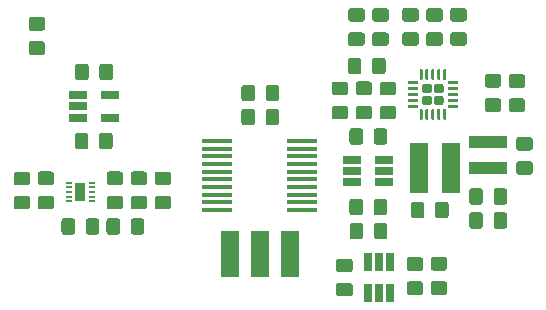
<source format=gbp>
G04 #@! TF.GenerationSoftware,KiCad,Pcbnew,(5.1.5)-3*
G04 #@! TF.CreationDate,2020-06-11T14:27:07+02:00*
G04 #@! TF.ProjectId,Power_module_v0,506f7765-725f-46d6-9f64-756c655f7630,rev?*
G04 #@! TF.SameCoordinates,Original*
G04 #@! TF.FileFunction,Paste,Bot*
G04 #@! TF.FilePolarity,Positive*
%FSLAX46Y46*%
G04 Gerber Fmt 4.6, Leading zero omitted, Abs format (unit mm)*
G04 Created by KiCad (PCBNEW (5.1.5)-3) date 2020-06-11 14:27:07*
%MOMM*%
%LPD*%
G04 APERTURE LIST*
%ADD10C,0.100000*%
%ADD11R,1.600000X4.300000*%
%ADD12R,3.200000X1.000000*%
%ADD13R,1.560000X0.650000*%
%ADD14R,0.650000X1.560000*%
%ADD15R,0.500000X0.200000*%
%ADD16R,0.900000X1.500000*%
%ADD17R,2.500000X0.450000*%
%ADD18R,1.524000X4.000000*%
G04 APERTURE END LIST*
D10*
G36*
X108689505Y-98869204D02*
G01*
X108713773Y-98872804D01*
X108737572Y-98878765D01*
X108760671Y-98887030D01*
X108782850Y-98897520D01*
X108803893Y-98910132D01*
X108823599Y-98924747D01*
X108841777Y-98941223D01*
X108858253Y-98959401D01*
X108872868Y-98979107D01*
X108885480Y-99000150D01*
X108895970Y-99022329D01*
X108904235Y-99045428D01*
X108910196Y-99069227D01*
X108913796Y-99093495D01*
X108915000Y-99117999D01*
X108915000Y-100018001D01*
X108913796Y-100042505D01*
X108910196Y-100066773D01*
X108904235Y-100090572D01*
X108895970Y-100113671D01*
X108885480Y-100135850D01*
X108872868Y-100156893D01*
X108858253Y-100176599D01*
X108841777Y-100194777D01*
X108823599Y-100211253D01*
X108803893Y-100225868D01*
X108782850Y-100238480D01*
X108760671Y-100248970D01*
X108737572Y-100257235D01*
X108713773Y-100263196D01*
X108689505Y-100266796D01*
X108665001Y-100268000D01*
X108014999Y-100268000D01*
X107990495Y-100266796D01*
X107966227Y-100263196D01*
X107942428Y-100257235D01*
X107919329Y-100248970D01*
X107897150Y-100238480D01*
X107876107Y-100225868D01*
X107856401Y-100211253D01*
X107838223Y-100194777D01*
X107821747Y-100176599D01*
X107807132Y-100156893D01*
X107794520Y-100135850D01*
X107784030Y-100113671D01*
X107775765Y-100090572D01*
X107769804Y-100066773D01*
X107766204Y-100042505D01*
X107765000Y-100018001D01*
X107765000Y-99117999D01*
X107766204Y-99093495D01*
X107769804Y-99069227D01*
X107775765Y-99045428D01*
X107784030Y-99022329D01*
X107794520Y-99000150D01*
X107807132Y-98979107D01*
X107821747Y-98959401D01*
X107838223Y-98941223D01*
X107856401Y-98924747D01*
X107876107Y-98910132D01*
X107897150Y-98897520D01*
X107919329Y-98887030D01*
X107942428Y-98878765D01*
X107966227Y-98872804D01*
X107990495Y-98869204D01*
X108014999Y-98868000D01*
X108665001Y-98868000D01*
X108689505Y-98869204D01*
G37*
G36*
X106639505Y-98869204D02*
G01*
X106663773Y-98872804D01*
X106687572Y-98878765D01*
X106710671Y-98887030D01*
X106732850Y-98897520D01*
X106753893Y-98910132D01*
X106773599Y-98924747D01*
X106791777Y-98941223D01*
X106808253Y-98959401D01*
X106822868Y-98979107D01*
X106835480Y-99000150D01*
X106845970Y-99022329D01*
X106854235Y-99045428D01*
X106860196Y-99069227D01*
X106863796Y-99093495D01*
X106865000Y-99117999D01*
X106865000Y-100018001D01*
X106863796Y-100042505D01*
X106860196Y-100066773D01*
X106854235Y-100090572D01*
X106845970Y-100113671D01*
X106835480Y-100135850D01*
X106822868Y-100156893D01*
X106808253Y-100176599D01*
X106791777Y-100194777D01*
X106773599Y-100211253D01*
X106753893Y-100225868D01*
X106732850Y-100238480D01*
X106710671Y-100248970D01*
X106687572Y-100257235D01*
X106663773Y-100263196D01*
X106639505Y-100266796D01*
X106615001Y-100268000D01*
X105964999Y-100268000D01*
X105940495Y-100266796D01*
X105916227Y-100263196D01*
X105892428Y-100257235D01*
X105869329Y-100248970D01*
X105847150Y-100238480D01*
X105826107Y-100225868D01*
X105806401Y-100211253D01*
X105788223Y-100194777D01*
X105771747Y-100176599D01*
X105757132Y-100156893D01*
X105744520Y-100135850D01*
X105734030Y-100113671D01*
X105725765Y-100090572D01*
X105719804Y-100066773D01*
X105716204Y-100042505D01*
X105715000Y-100018001D01*
X105715000Y-99117999D01*
X105716204Y-99093495D01*
X105719804Y-99069227D01*
X105725765Y-99045428D01*
X105734030Y-99022329D01*
X105744520Y-99000150D01*
X105757132Y-98979107D01*
X105771747Y-98959401D01*
X105788223Y-98941223D01*
X105806401Y-98924747D01*
X105826107Y-98910132D01*
X105847150Y-98897520D01*
X105869329Y-98887030D01*
X105892428Y-98878765D01*
X105916227Y-98872804D01*
X105940495Y-98869204D01*
X105964999Y-98868000D01*
X106615001Y-98868000D01*
X106639505Y-98869204D01*
G37*
G36*
X107791505Y-85788204D02*
G01*
X107815773Y-85791804D01*
X107839572Y-85797765D01*
X107862671Y-85806030D01*
X107884850Y-85816520D01*
X107905893Y-85829132D01*
X107925599Y-85843747D01*
X107943777Y-85860223D01*
X107960253Y-85878401D01*
X107974868Y-85898107D01*
X107987480Y-85919150D01*
X107997970Y-85941329D01*
X108006235Y-85964428D01*
X108012196Y-85988227D01*
X108015796Y-86012495D01*
X108017000Y-86036999D01*
X108017000Y-86937001D01*
X108015796Y-86961505D01*
X108012196Y-86985773D01*
X108006235Y-87009572D01*
X107997970Y-87032671D01*
X107987480Y-87054850D01*
X107974868Y-87075893D01*
X107960253Y-87095599D01*
X107943777Y-87113777D01*
X107925599Y-87130253D01*
X107905893Y-87144868D01*
X107884850Y-87157480D01*
X107862671Y-87167970D01*
X107839572Y-87176235D01*
X107815773Y-87182196D01*
X107791505Y-87185796D01*
X107767001Y-87187000D01*
X107116999Y-87187000D01*
X107092495Y-87185796D01*
X107068227Y-87182196D01*
X107044428Y-87176235D01*
X107021329Y-87167970D01*
X106999150Y-87157480D01*
X106978107Y-87144868D01*
X106958401Y-87130253D01*
X106940223Y-87113777D01*
X106923747Y-87095599D01*
X106909132Y-87075893D01*
X106896520Y-87054850D01*
X106886030Y-87032671D01*
X106877765Y-87009572D01*
X106871804Y-86985773D01*
X106868204Y-86961505D01*
X106867000Y-86937001D01*
X106867000Y-86036999D01*
X106868204Y-86012495D01*
X106871804Y-85988227D01*
X106877765Y-85964428D01*
X106886030Y-85941329D01*
X106896520Y-85919150D01*
X106909132Y-85898107D01*
X106923747Y-85878401D01*
X106940223Y-85860223D01*
X106958401Y-85843747D01*
X106978107Y-85829132D01*
X106999150Y-85816520D01*
X107021329Y-85806030D01*
X107044428Y-85797765D01*
X107068227Y-85791804D01*
X107092495Y-85788204D01*
X107116999Y-85787000D01*
X107767001Y-85787000D01*
X107791505Y-85788204D01*
G37*
G36*
X109841505Y-85788204D02*
G01*
X109865773Y-85791804D01*
X109889572Y-85797765D01*
X109912671Y-85806030D01*
X109934850Y-85816520D01*
X109955893Y-85829132D01*
X109975599Y-85843747D01*
X109993777Y-85860223D01*
X110010253Y-85878401D01*
X110024868Y-85898107D01*
X110037480Y-85919150D01*
X110047970Y-85941329D01*
X110056235Y-85964428D01*
X110062196Y-85988227D01*
X110065796Y-86012495D01*
X110067000Y-86036999D01*
X110067000Y-86937001D01*
X110065796Y-86961505D01*
X110062196Y-86985773D01*
X110056235Y-87009572D01*
X110047970Y-87032671D01*
X110037480Y-87054850D01*
X110024868Y-87075893D01*
X110010253Y-87095599D01*
X109993777Y-87113777D01*
X109975599Y-87130253D01*
X109955893Y-87144868D01*
X109934850Y-87157480D01*
X109912671Y-87167970D01*
X109889572Y-87176235D01*
X109865773Y-87182196D01*
X109841505Y-87185796D01*
X109817001Y-87187000D01*
X109166999Y-87187000D01*
X109142495Y-87185796D01*
X109118227Y-87182196D01*
X109094428Y-87176235D01*
X109071329Y-87167970D01*
X109049150Y-87157480D01*
X109028107Y-87144868D01*
X109008401Y-87130253D01*
X108990223Y-87113777D01*
X108973747Y-87095599D01*
X108959132Y-87075893D01*
X108946520Y-87054850D01*
X108936030Y-87032671D01*
X108927765Y-87009572D01*
X108921804Y-86985773D01*
X108918204Y-86961505D01*
X108917000Y-86937001D01*
X108917000Y-86036999D01*
X108918204Y-86012495D01*
X108921804Y-85988227D01*
X108927765Y-85964428D01*
X108936030Y-85941329D01*
X108946520Y-85919150D01*
X108959132Y-85898107D01*
X108973747Y-85878401D01*
X108990223Y-85860223D01*
X109008401Y-85843747D01*
X109028107Y-85829132D01*
X109049150Y-85816520D01*
X109071329Y-85806030D01*
X109094428Y-85797765D01*
X109118227Y-85791804D01*
X109142495Y-85788204D01*
X109166999Y-85787000D01*
X109817001Y-85787000D01*
X109841505Y-85788204D01*
G37*
G36*
X109823505Y-91630204D02*
G01*
X109847773Y-91633804D01*
X109871572Y-91639765D01*
X109894671Y-91648030D01*
X109916850Y-91658520D01*
X109937893Y-91671132D01*
X109957599Y-91685747D01*
X109975777Y-91702223D01*
X109992253Y-91720401D01*
X110006868Y-91740107D01*
X110019480Y-91761150D01*
X110029970Y-91783329D01*
X110038235Y-91806428D01*
X110044196Y-91830227D01*
X110047796Y-91854495D01*
X110049000Y-91878999D01*
X110049000Y-92779001D01*
X110047796Y-92803505D01*
X110044196Y-92827773D01*
X110038235Y-92851572D01*
X110029970Y-92874671D01*
X110019480Y-92896850D01*
X110006868Y-92917893D01*
X109992253Y-92937599D01*
X109975777Y-92955777D01*
X109957599Y-92972253D01*
X109937893Y-92986868D01*
X109916850Y-92999480D01*
X109894671Y-93009970D01*
X109871572Y-93018235D01*
X109847773Y-93024196D01*
X109823505Y-93027796D01*
X109799001Y-93029000D01*
X109148999Y-93029000D01*
X109124495Y-93027796D01*
X109100227Y-93024196D01*
X109076428Y-93018235D01*
X109053329Y-93009970D01*
X109031150Y-92999480D01*
X109010107Y-92986868D01*
X108990401Y-92972253D01*
X108972223Y-92955777D01*
X108955747Y-92937599D01*
X108941132Y-92917893D01*
X108928520Y-92896850D01*
X108918030Y-92874671D01*
X108909765Y-92851572D01*
X108903804Y-92827773D01*
X108900204Y-92803505D01*
X108899000Y-92779001D01*
X108899000Y-91878999D01*
X108900204Y-91854495D01*
X108903804Y-91830227D01*
X108909765Y-91806428D01*
X108918030Y-91783329D01*
X108928520Y-91761150D01*
X108941132Y-91740107D01*
X108955747Y-91720401D01*
X108972223Y-91702223D01*
X108990401Y-91685747D01*
X109010107Y-91671132D01*
X109031150Y-91658520D01*
X109053329Y-91648030D01*
X109076428Y-91639765D01*
X109100227Y-91633804D01*
X109124495Y-91630204D01*
X109148999Y-91629000D01*
X109799001Y-91629000D01*
X109823505Y-91630204D01*
G37*
G36*
X107773505Y-91630204D02*
G01*
X107797773Y-91633804D01*
X107821572Y-91639765D01*
X107844671Y-91648030D01*
X107866850Y-91658520D01*
X107887893Y-91671132D01*
X107907599Y-91685747D01*
X107925777Y-91702223D01*
X107942253Y-91720401D01*
X107956868Y-91740107D01*
X107969480Y-91761150D01*
X107979970Y-91783329D01*
X107988235Y-91806428D01*
X107994196Y-91830227D01*
X107997796Y-91854495D01*
X107999000Y-91878999D01*
X107999000Y-92779001D01*
X107997796Y-92803505D01*
X107994196Y-92827773D01*
X107988235Y-92851572D01*
X107979970Y-92874671D01*
X107969480Y-92896850D01*
X107956868Y-92917893D01*
X107942253Y-92937599D01*
X107925777Y-92955777D01*
X107907599Y-92972253D01*
X107887893Y-92986868D01*
X107866850Y-92999480D01*
X107844671Y-93009970D01*
X107821572Y-93018235D01*
X107797773Y-93024196D01*
X107773505Y-93027796D01*
X107749001Y-93029000D01*
X107098999Y-93029000D01*
X107074495Y-93027796D01*
X107050227Y-93024196D01*
X107026428Y-93018235D01*
X107003329Y-93009970D01*
X106981150Y-92999480D01*
X106960107Y-92986868D01*
X106940401Y-92972253D01*
X106922223Y-92955777D01*
X106905747Y-92937599D01*
X106891132Y-92917893D01*
X106878520Y-92896850D01*
X106868030Y-92874671D01*
X106859765Y-92851572D01*
X106853804Y-92827773D01*
X106850204Y-92803505D01*
X106849000Y-92779001D01*
X106849000Y-91878999D01*
X106850204Y-91854495D01*
X106853804Y-91830227D01*
X106859765Y-91806428D01*
X106868030Y-91783329D01*
X106878520Y-91761150D01*
X106891132Y-91740107D01*
X106905747Y-91720401D01*
X106922223Y-91702223D01*
X106940401Y-91685747D01*
X106960107Y-91671132D01*
X106981150Y-91658520D01*
X107003329Y-91648030D01*
X107026428Y-91639765D01*
X107050227Y-91633804D01*
X107074495Y-91630204D01*
X107098999Y-91629000D01*
X107749001Y-91629000D01*
X107773505Y-91630204D01*
G37*
G36*
X110449505Y-98869204D02*
G01*
X110473773Y-98872804D01*
X110497572Y-98878765D01*
X110520671Y-98887030D01*
X110542850Y-98897520D01*
X110563893Y-98910132D01*
X110583599Y-98924747D01*
X110601777Y-98941223D01*
X110618253Y-98959401D01*
X110632868Y-98979107D01*
X110645480Y-99000150D01*
X110655970Y-99022329D01*
X110664235Y-99045428D01*
X110670196Y-99069227D01*
X110673796Y-99093495D01*
X110675000Y-99117999D01*
X110675000Y-100018001D01*
X110673796Y-100042505D01*
X110670196Y-100066773D01*
X110664235Y-100090572D01*
X110655970Y-100113671D01*
X110645480Y-100135850D01*
X110632868Y-100156893D01*
X110618253Y-100176599D01*
X110601777Y-100194777D01*
X110583599Y-100211253D01*
X110563893Y-100225868D01*
X110542850Y-100238480D01*
X110520671Y-100248970D01*
X110497572Y-100257235D01*
X110473773Y-100263196D01*
X110449505Y-100266796D01*
X110425001Y-100268000D01*
X109774999Y-100268000D01*
X109750495Y-100266796D01*
X109726227Y-100263196D01*
X109702428Y-100257235D01*
X109679329Y-100248970D01*
X109657150Y-100238480D01*
X109636107Y-100225868D01*
X109616401Y-100211253D01*
X109598223Y-100194777D01*
X109581747Y-100176599D01*
X109567132Y-100156893D01*
X109554520Y-100135850D01*
X109544030Y-100113671D01*
X109535765Y-100090572D01*
X109529804Y-100066773D01*
X109526204Y-100042505D01*
X109525000Y-100018001D01*
X109525000Y-99117999D01*
X109526204Y-99093495D01*
X109529804Y-99069227D01*
X109535765Y-99045428D01*
X109544030Y-99022329D01*
X109554520Y-99000150D01*
X109567132Y-98979107D01*
X109581747Y-98959401D01*
X109598223Y-98941223D01*
X109616401Y-98924747D01*
X109636107Y-98910132D01*
X109657150Y-98897520D01*
X109679329Y-98887030D01*
X109702428Y-98878765D01*
X109726227Y-98872804D01*
X109750495Y-98869204D01*
X109774999Y-98868000D01*
X110425001Y-98868000D01*
X110449505Y-98869204D01*
G37*
G36*
X112499505Y-98869204D02*
G01*
X112523773Y-98872804D01*
X112547572Y-98878765D01*
X112570671Y-98887030D01*
X112592850Y-98897520D01*
X112613893Y-98910132D01*
X112633599Y-98924747D01*
X112651777Y-98941223D01*
X112668253Y-98959401D01*
X112682868Y-98979107D01*
X112695480Y-99000150D01*
X112705970Y-99022329D01*
X112714235Y-99045428D01*
X112720196Y-99069227D01*
X112723796Y-99093495D01*
X112725000Y-99117999D01*
X112725000Y-100018001D01*
X112723796Y-100042505D01*
X112720196Y-100066773D01*
X112714235Y-100090572D01*
X112705970Y-100113671D01*
X112695480Y-100135850D01*
X112682868Y-100156893D01*
X112668253Y-100176599D01*
X112651777Y-100194777D01*
X112633599Y-100211253D01*
X112613893Y-100225868D01*
X112592850Y-100238480D01*
X112570671Y-100248970D01*
X112547572Y-100257235D01*
X112523773Y-100263196D01*
X112499505Y-100266796D01*
X112475001Y-100268000D01*
X111824999Y-100268000D01*
X111800495Y-100266796D01*
X111776227Y-100263196D01*
X111752428Y-100257235D01*
X111729329Y-100248970D01*
X111707150Y-100238480D01*
X111686107Y-100225868D01*
X111666401Y-100211253D01*
X111648223Y-100194777D01*
X111631747Y-100176599D01*
X111617132Y-100156893D01*
X111604520Y-100135850D01*
X111594030Y-100113671D01*
X111585765Y-100090572D01*
X111579804Y-100066773D01*
X111576204Y-100042505D01*
X111575000Y-100018001D01*
X111575000Y-99117999D01*
X111576204Y-99093495D01*
X111579804Y-99069227D01*
X111585765Y-99045428D01*
X111594030Y-99022329D01*
X111604520Y-99000150D01*
X111617132Y-98979107D01*
X111631747Y-98959401D01*
X111648223Y-98941223D01*
X111666401Y-98924747D01*
X111686107Y-98910132D01*
X111707150Y-98897520D01*
X111729329Y-98887030D01*
X111752428Y-98878765D01*
X111776227Y-98872804D01*
X111800495Y-98869204D01*
X111824999Y-98868000D01*
X112475001Y-98868000D01*
X112499505Y-98869204D01*
G37*
G36*
X131023505Y-91249204D02*
G01*
X131047773Y-91252804D01*
X131071572Y-91258765D01*
X131094671Y-91267030D01*
X131116850Y-91277520D01*
X131137893Y-91290132D01*
X131157599Y-91304747D01*
X131175777Y-91321223D01*
X131192253Y-91339401D01*
X131206868Y-91359107D01*
X131219480Y-91380150D01*
X131229970Y-91402329D01*
X131238235Y-91425428D01*
X131244196Y-91449227D01*
X131247796Y-91473495D01*
X131249000Y-91497999D01*
X131249000Y-92398001D01*
X131247796Y-92422505D01*
X131244196Y-92446773D01*
X131238235Y-92470572D01*
X131229970Y-92493671D01*
X131219480Y-92515850D01*
X131206868Y-92536893D01*
X131192253Y-92556599D01*
X131175777Y-92574777D01*
X131157599Y-92591253D01*
X131137893Y-92605868D01*
X131116850Y-92618480D01*
X131094671Y-92628970D01*
X131071572Y-92637235D01*
X131047773Y-92643196D01*
X131023505Y-92646796D01*
X130999001Y-92648000D01*
X130348999Y-92648000D01*
X130324495Y-92646796D01*
X130300227Y-92643196D01*
X130276428Y-92637235D01*
X130253329Y-92628970D01*
X130231150Y-92618480D01*
X130210107Y-92605868D01*
X130190401Y-92591253D01*
X130172223Y-92574777D01*
X130155747Y-92556599D01*
X130141132Y-92536893D01*
X130128520Y-92515850D01*
X130118030Y-92493671D01*
X130109765Y-92470572D01*
X130103804Y-92446773D01*
X130100204Y-92422505D01*
X130099000Y-92398001D01*
X130099000Y-91497999D01*
X130100204Y-91473495D01*
X130103804Y-91449227D01*
X130109765Y-91425428D01*
X130118030Y-91402329D01*
X130128520Y-91380150D01*
X130141132Y-91359107D01*
X130155747Y-91339401D01*
X130172223Y-91321223D01*
X130190401Y-91304747D01*
X130210107Y-91290132D01*
X130231150Y-91277520D01*
X130253329Y-91267030D01*
X130276428Y-91258765D01*
X130300227Y-91252804D01*
X130324495Y-91249204D01*
X130348999Y-91248000D01*
X130999001Y-91248000D01*
X131023505Y-91249204D01*
G37*
G36*
X133073505Y-91249204D02*
G01*
X133097773Y-91252804D01*
X133121572Y-91258765D01*
X133144671Y-91267030D01*
X133166850Y-91277520D01*
X133187893Y-91290132D01*
X133207599Y-91304747D01*
X133225777Y-91321223D01*
X133242253Y-91339401D01*
X133256868Y-91359107D01*
X133269480Y-91380150D01*
X133279970Y-91402329D01*
X133288235Y-91425428D01*
X133294196Y-91449227D01*
X133297796Y-91473495D01*
X133299000Y-91497999D01*
X133299000Y-92398001D01*
X133297796Y-92422505D01*
X133294196Y-92446773D01*
X133288235Y-92470572D01*
X133279970Y-92493671D01*
X133269480Y-92515850D01*
X133256868Y-92536893D01*
X133242253Y-92556599D01*
X133225777Y-92574777D01*
X133207599Y-92591253D01*
X133187893Y-92605868D01*
X133166850Y-92618480D01*
X133144671Y-92628970D01*
X133121572Y-92637235D01*
X133097773Y-92643196D01*
X133073505Y-92646796D01*
X133049001Y-92648000D01*
X132398999Y-92648000D01*
X132374495Y-92646796D01*
X132350227Y-92643196D01*
X132326428Y-92637235D01*
X132303329Y-92628970D01*
X132281150Y-92618480D01*
X132260107Y-92605868D01*
X132240401Y-92591253D01*
X132222223Y-92574777D01*
X132205747Y-92556599D01*
X132191132Y-92536893D01*
X132178520Y-92515850D01*
X132168030Y-92493671D01*
X132159765Y-92470572D01*
X132153804Y-92446773D01*
X132150204Y-92422505D01*
X132149000Y-92398001D01*
X132149000Y-91497999D01*
X132150204Y-91473495D01*
X132153804Y-91449227D01*
X132159765Y-91425428D01*
X132168030Y-91402329D01*
X132178520Y-91380150D01*
X132191132Y-91359107D01*
X132205747Y-91339401D01*
X132222223Y-91321223D01*
X132240401Y-91304747D01*
X132260107Y-91290132D01*
X132281150Y-91277520D01*
X132303329Y-91267030D01*
X132326428Y-91258765D01*
X132350227Y-91252804D01*
X132374495Y-91249204D01*
X132398999Y-91248000D01*
X133049001Y-91248000D01*
X133073505Y-91249204D01*
G37*
G36*
X130141505Y-102296204D02*
G01*
X130165773Y-102299804D01*
X130189572Y-102305765D01*
X130212671Y-102314030D01*
X130234850Y-102324520D01*
X130255893Y-102337132D01*
X130275599Y-102351747D01*
X130293777Y-102368223D01*
X130310253Y-102386401D01*
X130324868Y-102406107D01*
X130337480Y-102427150D01*
X130347970Y-102449329D01*
X130356235Y-102472428D01*
X130362196Y-102496227D01*
X130365796Y-102520495D01*
X130367000Y-102544999D01*
X130367000Y-103195001D01*
X130365796Y-103219505D01*
X130362196Y-103243773D01*
X130356235Y-103267572D01*
X130347970Y-103290671D01*
X130337480Y-103312850D01*
X130324868Y-103333893D01*
X130310253Y-103353599D01*
X130293777Y-103371777D01*
X130275599Y-103388253D01*
X130255893Y-103402868D01*
X130234850Y-103415480D01*
X130212671Y-103425970D01*
X130189572Y-103434235D01*
X130165773Y-103440196D01*
X130141505Y-103443796D01*
X130117001Y-103445000D01*
X129216999Y-103445000D01*
X129192495Y-103443796D01*
X129168227Y-103440196D01*
X129144428Y-103434235D01*
X129121329Y-103425970D01*
X129099150Y-103415480D01*
X129078107Y-103402868D01*
X129058401Y-103388253D01*
X129040223Y-103371777D01*
X129023747Y-103353599D01*
X129009132Y-103333893D01*
X128996520Y-103312850D01*
X128986030Y-103290671D01*
X128977765Y-103267572D01*
X128971804Y-103243773D01*
X128968204Y-103219505D01*
X128967000Y-103195001D01*
X128967000Y-102544999D01*
X128968204Y-102520495D01*
X128971804Y-102496227D01*
X128977765Y-102472428D01*
X128986030Y-102449329D01*
X128996520Y-102427150D01*
X129009132Y-102406107D01*
X129023747Y-102386401D01*
X129040223Y-102368223D01*
X129058401Y-102351747D01*
X129078107Y-102337132D01*
X129099150Y-102324520D01*
X129121329Y-102314030D01*
X129144428Y-102305765D01*
X129168227Y-102299804D01*
X129192495Y-102296204D01*
X129216999Y-102295000D01*
X130117001Y-102295000D01*
X130141505Y-102296204D01*
G37*
G36*
X130141505Y-104346204D02*
G01*
X130165773Y-104349804D01*
X130189572Y-104355765D01*
X130212671Y-104364030D01*
X130234850Y-104374520D01*
X130255893Y-104387132D01*
X130275599Y-104401747D01*
X130293777Y-104418223D01*
X130310253Y-104436401D01*
X130324868Y-104456107D01*
X130337480Y-104477150D01*
X130347970Y-104499329D01*
X130356235Y-104522428D01*
X130362196Y-104546227D01*
X130365796Y-104570495D01*
X130367000Y-104594999D01*
X130367000Y-105245001D01*
X130365796Y-105269505D01*
X130362196Y-105293773D01*
X130356235Y-105317572D01*
X130347970Y-105340671D01*
X130337480Y-105362850D01*
X130324868Y-105383893D01*
X130310253Y-105403599D01*
X130293777Y-105421777D01*
X130275599Y-105438253D01*
X130255893Y-105452868D01*
X130234850Y-105465480D01*
X130212671Y-105475970D01*
X130189572Y-105484235D01*
X130165773Y-105490196D01*
X130141505Y-105493796D01*
X130117001Y-105495000D01*
X129216999Y-105495000D01*
X129192495Y-105493796D01*
X129168227Y-105490196D01*
X129144428Y-105484235D01*
X129121329Y-105475970D01*
X129099150Y-105465480D01*
X129078107Y-105452868D01*
X129058401Y-105438253D01*
X129040223Y-105421777D01*
X129023747Y-105403599D01*
X129009132Y-105383893D01*
X128996520Y-105362850D01*
X128986030Y-105340671D01*
X128977765Y-105317572D01*
X128971804Y-105293773D01*
X128968204Y-105269505D01*
X128967000Y-105245001D01*
X128967000Y-104594999D01*
X128968204Y-104570495D01*
X128971804Y-104546227D01*
X128977765Y-104522428D01*
X128986030Y-104499329D01*
X128996520Y-104477150D01*
X129009132Y-104456107D01*
X129023747Y-104436401D01*
X129040223Y-104418223D01*
X129058401Y-104401747D01*
X129078107Y-104387132D01*
X129099150Y-104374520D01*
X129121329Y-104364030D01*
X129144428Y-104355765D01*
X129168227Y-104349804D01*
X129192495Y-104346204D01*
X129216999Y-104345000D01*
X130117001Y-104345000D01*
X130141505Y-104346204D01*
G37*
G36*
X123929505Y-87566204D02*
G01*
X123953773Y-87569804D01*
X123977572Y-87575765D01*
X124000671Y-87584030D01*
X124022850Y-87594520D01*
X124043893Y-87607132D01*
X124063599Y-87621747D01*
X124081777Y-87638223D01*
X124098253Y-87656401D01*
X124112868Y-87676107D01*
X124125480Y-87697150D01*
X124135970Y-87719329D01*
X124144235Y-87742428D01*
X124150196Y-87766227D01*
X124153796Y-87790495D01*
X124155000Y-87814999D01*
X124155000Y-88715001D01*
X124153796Y-88739505D01*
X124150196Y-88763773D01*
X124144235Y-88787572D01*
X124135970Y-88810671D01*
X124125480Y-88832850D01*
X124112868Y-88853893D01*
X124098253Y-88873599D01*
X124081777Y-88891777D01*
X124063599Y-88908253D01*
X124043893Y-88922868D01*
X124022850Y-88935480D01*
X124000671Y-88945970D01*
X123977572Y-88954235D01*
X123953773Y-88960196D01*
X123929505Y-88963796D01*
X123905001Y-88965000D01*
X123254999Y-88965000D01*
X123230495Y-88963796D01*
X123206227Y-88960196D01*
X123182428Y-88954235D01*
X123159329Y-88945970D01*
X123137150Y-88935480D01*
X123116107Y-88922868D01*
X123096401Y-88908253D01*
X123078223Y-88891777D01*
X123061747Y-88873599D01*
X123047132Y-88853893D01*
X123034520Y-88832850D01*
X123024030Y-88810671D01*
X123015765Y-88787572D01*
X123009804Y-88763773D01*
X123006204Y-88739505D01*
X123005000Y-88715001D01*
X123005000Y-87814999D01*
X123006204Y-87790495D01*
X123009804Y-87766227D01*
X123015765Y-87742428D01*
X123024030Y-87719329D01*
X123034520Y-87697150D01*
X123047132Y-87676107D01*
X123061747Y-87656401D01*
X123078223Y-87638223D01*
X123096401Y-87621747D01*
X123116107Y-87607132D01*
X123137150Y-87594520D01*
X123159329Y-87584030D01*
X123182428Y-87575765D01*
X123206227Y-87569804D01*
X123230495Y-87566204D01*
X123254999Y-87565000D01*
X123905001Y-87565000D01*
X123929505Y-87566204D01*
G37*
G36*
X121879505Y-87566204D02*
G01*
X121903773Y-87569804D01*
X121927572Y-87575765D01*
X121950671Y-87584030D01*
X121972850Y-87594520D01*
X121993893Y-87607132D01*
X122013599Y-87621747D01*
X122031777Y-87638223D01*
X122048253Y-87656401D01*
X122062868Y-87676107D01*
X122075480Y-87697150D01*
X122085970Y-87719329D01*
X122094235Y-87742428D01*
X122100196Y-87766227D01*
X122103796Y-87790495D01*
X122105000Y-87814999D01*
X122105000Y-88715001D01*
X122103796Y-88739505D01*
X122100196Y-88763773D01*
X122094235Y-88787572D01*
X122085970Y-88810671D01*
X122075480Y-88832850D01*
X122062868Y-88853893D01*
X122048253Y-88873599D01*
X122031777Y-88891777D01*
X122013599Y-88908253D01*
X121993893Y-88922868D01*
X121972850Y-88935480D01*
X121950671Y-88945970D01*
X121927572Y-88954235D01*
X121903773Y-88960196D01*
X121879505Y-88963796D01*
X121855001Y-88965000D01*
X121204999Y-88965000D01*
X121180495Y-88963796D01*
X121156227Y-88960196D01*
X121132428Y-88954235D01*
X121109329Y-88945970D01*
X121087150Y-88935480D01*
X121066107Y-88922868D01*
X121046401Y-88908253D01*
X121028223Y-88891777D01*
X121011747Y-88873599D01*
X120997132Y-88853893D01*
X120984520Y-88832850D01*
X120974030Y-88810671D01*
X120965765Y-88787572D01*
X120959804Y-88763773D01*
X120956204Y-88739505D01*
X120955000Y-88715001D01*
X120955000Y-87814999D01*
X120956204Y-87790495D01*
X120959804Y-87766227D01*
X120965765Y-87742428D01*
X120974030Y-87719329D01*
X120984520Y-87697150D01*
X120997132Y-87676107D01*
X121011747Y-87656401D01*
X121028223Y-87638223D01*
X121046401Y-87621747D01*
X121066107Y-87607132D01*
X121087150Y-87594520D01*
X121109329Y-87584030D01*
X121132428Y-87575765D01*
X121156227Y-87569804D01*
X121180495Y-87566204D01*
X121204999Y-87565000D01*
X121855001Y-87565000D01*
X121879505Y-87566204D01*
G37*
G36*
X123920505Y-89598204D02*
G01*
X123944773Y-89601804D01*
X123968572Y-89607765D01*
X123991671Y-89616030D01*
X124013850Y-89626520D01*
X124034893Y-89639132D01*
X124054599Y-89653747D01*
X124072777Y-89670223D01*
X124089253Y-89688401D01*
X124103868Y-89708107D01*
X124116480Y-89729150D01*
X124126970Y-89751329D01*
X124135235Y-89774428D01*
X124141196Y-89798227D01*
X124144796Y-89822495D01*
X124146000Y-89846999D01*
X124146000Y-90747001D01*
X124144796Y-90771505D01*
X124141196Y-90795773D01*
X124135235Y-90819572D01*
X124126970Y-90842671D01*
X124116480Y-90864850D01*
X124103868Y-90885893D01*
X124089253Y-90905599D01*
X124072777Y-90923777D01*
X124054599Y-90940253D01*
X124034893Y-90954868D01*
X124013850Y-90967480D01*
X123991671Y-90977970D01*
X123968572Y-90986235D01*
X123944773Y-90992196D01*
X123920505Y-90995796D01*
X123896001Y-90997000D01*
X123245999Y-90997000D01*
X123221495Y-90995796D01*
X123197227Y-90992196D01*
X123173428Y-90986235D01*
X123150329Y-90977970D01*
X123128150Y-90967480D01*
X123107107Y-90954868D01*
X123087401Y-90940253D01*
X123069223Y-90923777D01*
X123052747Y-90905599D01*
X123038132Y-90885893D01*
X123025520Y-90864850D01*
X123015030Y-90842671D01*
X123006765Y-90819572D01*
X123000804Y-90795773D01*
X122997204Y-90771505D01*
X122996000Y-90747001D01*
X122996000Y-89846999D01*
X122997204Y-89822495D01*
X123000804Y-89798227D01*
X123006765Y-89774428D01*
X123015030Y-89751329D01*
X123025520Y-89729150D01*
X123038132Y-89708107D01*
X123052747Y-89688401D01*
X123069223Y-89670223D01*
X123087401Y-89653747D01*
X123107107Y-89639132D01*
X123128150Y-89626520D01*
X123150329Y-89616030D01*
X123173428Y-89607765D01*
X123197227Y-89601804D01*
X123221495Y-89598204D01*
X123245999Y-89597000D01*
X123896001Y-89597000D01*
X123920505Y-89598204D01*
G37*
G36*
X121870505Y-89598204D02*
G01*
X121894773Y-89601804D01*
X121918572Y-89607765D01*
X121941671Y-89616030D01*
X121963850Y-89626520D01*
X121984893Y-89639132D01*
X122004599Y-89653747D01*
X122022777Y-89670223D01*
X122039253Y-89688401D01*
X122053868Y-89708107D01*
X122066480Y-89729150D01*
X122076970Y-89751329D01*
X122085235Y-89774428D01*
X122091196Y-89798227D01*
X122094796Y-89822495D01*
X122096000Y-89846999D01*
X122096000Y-90747001D01*
X122094796Y-90771505D01*
X122091196Y-90795773D01*
X122085235Y-90819572D01*
X122076970Y-90842671D01*
X122066480Y-90864850D01*
X122053868Y-90885893D01*
X122039253Y-90905599D01*
X122022777Y-90923777D01*
X122004599Y-90940253D01*
X121984893Y-90954868D01*
X121963850Y-90967480D01*
X121941671Y-90977970D01*
X121918572Y-90986235D01*
X121894773Y-90992196D01*
X121870505Y-90995796D01*
X121846001Y-90997000D01*
X121195999Y-90997000D01*
X121171495Y-90995796D01*
X121147227Y-90992196D01*
X121123428Y-90986235D01*
X121100329Y-90977970D01*
X121078150Y-90967480D01*
X121057107Y-90954868D01*
X121037401Y-90940253D01*
X121019223Y-90923777D01*
X121002747Y-90905599D01*
X120988132Y-90885893D01*
X120975520Y-90864850D01*
X120965030Y-90842671D01*
X120956765Y-90819572D01*
X120950804Y-90795773D01*
X120947204Y-90771505D01*
X120946000Y-90747001D01*
X120946000Y-89846999D01*
X120947204Y-89822495D01*
X120950804Y-89798227D01*
X120956765Y-89774428D01*
X120965030Y-89751329D01*
X120975520Y-89729150D01*
X120988132Y-89708107D01*
X121002747Y-89688401D01*
X121019223Y-89670223D01*
X121037401Y-89653747D01*
X121057107Y-89639132D01*
X121078150Y-89626520D01*
X121100329Y-89616030D01*
X121123428Y-89607765D01*
X121147227Y-89601804D01*
X121171495Y-89598204D01*
X121195999Y-89597000D01*
X121846001Y-89597000D01*
X121870505Y-89598204D01*
G37*
G36*
X129760505Y-87301204D02*
G01*
X129784773Y-87304804D01*
X129808572Y-87310765D01*
X129831671Y-87319030D01*
X129853850Y-87329520D01*
X129874893Y-87342132D01*
X129894599Y-87356747D01*
X129912777Y-87373223D01*
X129929253Y-87391401D01*
X129943868Y-87411107D01*
X129956480Y-87432150D01*
X129966970Y-87454329D01*
X129975235Y-87477428D01*
X129981196Y-87501227D01*
X129984796Y-87525495D01*
X129986000Y-87549999D01*
X129986000Y-88200001D01*
X129984796Y-88224505D01*
X129981196Y-88248773D01*
X129975235Y-88272572D01*
X129966970Y-88295671D01*
X129956480Y-88317850D01*
X129943868Y-88338893D01*
X129929253Y-88358599D01*
X129912777Y-88376777D01*
X129894599Y-88393253D01*
X129874893Y-88407868D01*
X129853850Y-88420480D01*
X129831671Y-88430970D01*
X129808572Y-88439235D01*
X129784773Y-88445196D01*
X129760505Y-88448796D01*
X129736001Y-88450000D01*
X128835999Y-88450000D01*
X128811495Y-88448796D01*
X128787227Y-88445196D01*
X128763428Y-88439235D01*
X128740329Y-88430970D01*
X128718150Y-88420480D01*
X128697107Y-88407868D01*
X128677401Y-88393253D01*
X128659223Y-88376777D01*
X128642747Y-88358599D01*
X128628132Y-88338893D01*
X128615520Y-88317850D01*
X128605030Y-88295671D01*
X128596765Y-88272572D01*
X128590804Y-88248773D01*
X128587204Y-88224505D01*
X128586000Y-88200001D01*
X128586000Y-87549999D01*
X128587204Y-87525495D01*
X128590804Y-87501227D01*
X128596765Y-87477428D01*
X128605030Y-87454329D01*
X128615520Y-87432150D01*
X128628132Y-87411107D01*
X128642747Y-87391401D01*
X128659223Y-87373223D01*
X128677401Y-87356747D01*
X128697107Y-87342132D01*
X128718150Y-87329520D01*
X128740329Y-87319030D01*
X128763428Y-87310765D01*
X128787227Y-87304804D01*
X128811495Y-87301204D01*
X128835999Y-87300000D01*
X129736001Y-87300000D01*
X129760505Y-87301204D01*
G37*
G36*
X129760505Y-89351204D02*
G01*
X129784773Y-89354804D01*
X129808572Y-89360765D01*
X129831671Y-89369030D01*
X129853850Y-89379520D01*
X129874893Y-89392132D01*
X129894599Y-89406747D01*
X129912777Y-89423223D01*
X129929253Y-89441401D01*
X129943868Y-89461107D01*
X129956480Y-89482150D01*
X129966970Y-89504329D01*
X129975235Y-89527428D01*
X129981196Y-89551227D01*
X129984796Y-89575495D01*
X129986000Y-89599999D01*
X129986000Y-90250001D01*
X129984796Y-90274505D01*
X129981196Y-90298773D01*
X129975235Y-90322572D01*
X129966970Y-90345671D01*
X129956480Y-90367850D01*
X129943868Y-90388893D01*
X129929253Y-90408599D01*
X129912777Y-90426777D01*
X129894599Y-90443253D01*
X129874893Y-90457868D01*
X129853850Y-90470480D01*
X129831671Y-90480970D01*
X129808572Y-90489235D01*
X129784773Y-90495196D01*
X129760505Y-90498796D01*
X129736001Y-90500000D01*
X128835999Y-90500000D01*
X128811495Y-90498796D01*
X128787227Y-90495196D01*
X128763428Y-90489235D01*
X128740329Y-90480970D01*
X128718150Y-90470480D01*
X128697107Y-90457868D01*
X128677401Y-90443253D01*
X128659223Y-90426777D01*
X128642747Y-90408599D01*
X128628132Y-90388893D01*
X128615520Y-90367850D01*
X128605030Y-90345671D01*
X128596765Y-90322572D01*
X128590804Y-90298773D01*
X128587204Y-90274505D01*
X128586000Y-90250001D01*
X128586000Y-89599999D01*
X128587204Y-89575495D01*
X128590804Y-89551227D01*
X128596765Y-89527428D01*
X128605030Y-89504329D01*
X128615520Y-89482150D01*
X128628132Y-89461107D01*
X128642747Y-89441401D01*
X128659223Y-89423223D01*
X128677401Y-89406747D01*
X128697107Y-89392132D01*
X128718150Y-89379520D01*
X128740329Y-89369030D01*
X128763428Y-89360765D01*
X128787227Y-89354804D01*
X128811495Y-89351204D01*
X128835999Y-89350000D01*
X129736001Y-89350000D01*
X129760505Y-89351204D01*
G37*
G36*
X136221505Y-97472204D02*
G01*
X136245773Y-97475804D01*
X136269572Y-97481765D01*
X136292671Y-97490030D01*
X136314850Y-97500520D01*
X136335893Y-97513132D01*
X136355599Y-97527747D01*
X136373777Y-97544223D01*
X136390253Y-97562401D01*
X136404868Y-97582107D01*
X136417480Y-97603150D01*
X136427970Y-97625329D01*
X136436235Y-97648428D01*
X136442196Y-97672227D01*
X136445796Y-97696495D01*
X136447000Y-97720999D01*
X136447000Y-98621001D01*
X136445796Y-98645505D01*
X136442196Y-98669773D01*
X136436235Y-98693572D01*
X136427970Y-98716671D01*
X136417480Y-98738850D01*
X136404868Y-98759893D01*
X136390253Y-98779599D01*
X136373777Y-98797777D01*
X136355599Y-98814253D01*
X136335893Y-98828868D01*
X136314850Y-98841480D01*
X136292671Y-98851970D01*
X136269572Y-98860235D01*
X136245773Y-98866196D01*
X136221505Y-98869796D01*
X136197001Y-98871000D01*
X135546999Y-98871000D01*
X135522495Y-98869796D01*
X135498227Y-98866196D01*
X135474428Y-98860235D01*
X135451329Y-98851970D01*
X135429150Y-98841480D01*
X135408107Y-98828868D01*
X135388401Y-98814253D01*
X135370223Y-98797777D01*
X135353747Y-98779599D01*
X135339132Y-98759893D01*
X135326520Y-98738850D01*
X135316030Y-98716671D01*
X135307765Y-98693572D01*
X135301804Y-98669773D01*
X135298204Y-98645505D01*
X135297000Y-98621001D01*
X135297000Y-97720999D01*
X135298204Y-97696495D01*
X135301804Y-97672227D01*
X135307765Y-97648428D01*
X135316030Y-97625329D01*
X135326520Y-97603150D01*
X135339132Y-97582107D01*
X135353747Y-97562401D01*
X135370223Y-97544223D01*
X135388401Y-97527747D01*
X135408107Y-97513132D01*
X135429150Y-97500520D01*
X135451329Y-97490030D01*
X135474428Y-97481765D01*
X135498227Y-97475804D01*
X135522495Y-97472204D01*
X135546999Y-97471000D01*
X136197001Y-97471000D01*
X136221505Y-97472204D01*
G37*
G36*
X138271505Y-97472204D02*
G01*
X138295773Y-97475804D01*
X138319572Y-97481765D01*
X138342671Y-97490030D01*
X138364850Y-97500520D01*
X138385893Y-97513132D01*
X138405599Y-97527747D01*
X138423777Y-97544223D01*
X138440253Y-97562401D01*
X138454868Y-97582107D01*
X138467480Y-97603150D01*
X138477970Y-97625329D01*
X138486235Y-97648428D01*
X138492196Y-97672227D01*
X138495796Y-97696495D01*
X138497000Y-97720999D01*
X138497000Y-98621001D01*
X138495796Y-98645505D01*
X138492196Y-98669773D01*
X138486235Y-98693572D01*
X138477970Y-98716671D01*
X138467480Y-98738850D01*
X138454868Y-98759893D01*
X138440253Y-98779599D01*
X138423777Y-98797777D01*
X138405599Y-98814253D01*
X138385893Y-98828868D01*
X138364850Y-98841480D01*
X138342671Y-98851970D01*
X138319572Y-98860235D01*
X138295773Y-98866196D01*
X138271505Y-98869796D01*
X138247001Y-98871000D01*
X137596999Y-98871000D01*
X137572495Y-98869796D01*
X137548227Y-98866196D01*
X137524428Y-98860235D01*
X137501329Y-98851970D01*
X137479150Y-98841480D01*
X137458107Y-98828868D01*
X137438401Y-98814253D01*
X137420223Y-98797777D01*
X137403747Y-98779599D01*
X137389132Y-98759893D01*
X137376520Y-98738850D01*
X137366030Y-98716671D01*
X137357765Y-98693572D01*
X137351804Y-98669773D01*
X137348204Y-98645505D01*
X137347000Y-98621001D01*
X137347000Y-97720999D01*
X137348204Y-97696495D01*
X137351804Y-97672227D01*
X137357765Y-97648428D01*
X137366030Y-97625329D01*
X137376520Y-97603150D01*
X137389132Y-97582107D01*
X137403747Y-97562401D01*
X137420223Y-97544223D01*
X137438401Y-97527747D01*
X137458107Y-97513132D01*
X137479150Y-97500520D01*
X137501329Y-97490030D01*
X137524428Y-97481765D01*
X137548227Y-97475804D01*
X137572495Y-97472204D01*
X137596999Y-97471000D01*
X138247001Y-97471000D01*
X138271505Y-97472204D01*
G37*
G36*
X145381505Y-91991204D02*
G01*
X145405773Y-91994804D01*
X145429572Y-92000765D01*
X145452671Y-92009030D01*
X145474850Y-92019520D01*
X145495893Y-92032132D01*
X145515599Y-92046747D01*
X145533777Y-92063223D01*
X145550253Y-92081401D01*
X145564868Y-92101107D01*
X145577480Y-92122150D01*
X145587970Y-92144329D01*
X145596235Y-92167428D01*
X145602196Y-92191227D01*
X145605796Y-92215495D01*
X145607000Y-92239999D01*
X145607000Y-92890001D01*
X145605796Y-92914505D01*
X145602196Y-92938773D01*
X145596235Y-92962572D01*
X145587970Y-92985671D01*
X145577480Y-93007850D01*
X145564868Y-93028893D01*
X145550253Y-93048599D01*
X145533777Y-93066777D01*
X145515599Y-93083253D01*
X145495893Y-93097868D01*
X145474850Y-93110480D01*
X145452671Y-93120970D01*
X145429572Y-93129235D01*
X145405773Y-93135196D01*
X145381505Y-93138796D01*
X145357001Y-93140000D01*
X144456999Y-93140000D01*
X144432495Y-93138796D01*
X144408227Y-93135196D01*
X144384428Y-93129235D01*
X144361329Y-93120970D01*
X144339150Y-93110480D01*
X144318107Y-93097868D01*
X144298401Y-93083253D01*
X144280223Y-93066777D01*
X144263747Y-93048599D01*
X144249132Y-93028893D01*
X144236520Y-93007850D01*
X144226030Y-92985671D01*
X144217765Y-92962572D01*
X144211804Y-92938773D01*
X144208204Y-92914505D01*
X144207000Y-92890001D01*
X144207000Y-92239999D01*
X144208204Y-92215495D01*
X144211804Y-92191227D01*
X144217765Y-92167428D01*
X144226030Y-92144329D01*
X144236520Y-92122150D01*
X144249132Y-92101107D01*
X144263747Y-92081401D01*
X144280223Y-92063223D01*
X144298401Y-92046747D01*
X144318107Y-92032132D01*
X144339150Y-92019520D01*
X144361329Y-92009030D01*
X144384428Y-92000765D01*
X144408227Y-91994804D01*
X144432495Y-91991204D01*
X144456999Y-91990000D01*
X145357001Y-91990000D01*
X145381505Y-91991204D01*
G37*
G36*
X145381505Y-94041204D02*
G01*
X145405773Y-94044804D01*
X145429572Y-94050765D01*
X145452671Y-94059030D01*
X145474850Y-94069520D01*
X145495893Y-94082132D01*
X145515599Y-94096747D01*
X145533777Y-94113223D01*
X145550253Y-94131401D01*
X145564868Y-94151107D01*
X145577480Y-94172150D01*
X145587970Y-94194329D01*
X145596235Y-94217428D01*
X145602196Y-94241227D01*
X145605796Y-94265495D01*
X145607000Y-94289999D01*
X145607000Y-94940001D01*
X145605796Y-94964505D01*
X145602196Y-94988773D01*
X145596235Y-95012572D01*
X145587970Y-95035671D01*
X145577480Y-95057850D01*
X145564868Y-95078893D01*
X145550253Y-95098599D01*
X145533777Y-95116777D01*
X145515599Y-95133253D01*
X145495893Y-95147868D01*
X145474850Y-95160480D01*
X145452671Y-95170970D01*
X145429572Y-95179235D01*
X145405773Y-95185196D01*
X145381505Y-95188796D01*
X145357001Y-95190000D01*
X144456999Y-95190000D01*
X144432495Y-95188796D01*
X144408227Y-95185196D01*
X144384428Y-95179235D01*
X144361329Y-95170970D01*
X144339150Y-95160480D01*
X144318107Y-95147868D01*
X144298401Y-95133253D01*
X144280223Y-95116777D01*
X144263747Y-95098599D01*
X144249132Y-95078893D01*
X144236520Y-95057850D01*
X144226030Y-95035671D01*
X144217765Y-95012572D01*
X144211804Y-94988773D01*
X144208204Y-94964505D01*
X144207000Y-94940001D01*
X144207000Y-94289999D01*
X144208204Y-94265495D01*
X144211804Y-94241227D01*
X144217765Y-94217428D01*
X144226030Y-94194329D01*
X144236520Y-94172150D01*
X144249132Y-94151107D01*
X144263747Y-94131401D01*
X144280223Y-94113223D01*
X144298401Y-94096747D01*
X144318107Y-94082132D01*
X144339150Y-94069520D01*
X144361329Y-94059030D01*
X144384428Y-94050765D01*
X144408227Y-94044804D01*
X144432495Y-94041204D01*
X144456999Y-94040000D01*
X145357001Y-94040000D01*
X145381505Y-94041204D01*
G37*
G36*
X133824505Y-89360204D02*
G01*
X133848773Y-89363804D01*
X133872572Y-89369765D01*
X133895671Y-89378030D01*
X133917850Y-89388520D01*
X133938893Y-89401132D01*
X133958599Y-89415747D01*
X133976777Y-89432223D01*
X133993253Y-89450401D01*
X134007868Y-89470107D01*
X134020480Y-89491150D01*
X134030970Y-89513329D01*
X134039235Y-89536428D01*
X134045196Y-89560227D01*
X134048796Y-89584495D01*
X134050000Y-89608999D01*
X134050000Y-90259001D01*
X134048796Y-90283505D01*
X134045196Y-90307773D01*
X134039235Y-90331572D01*
X134030970Y-90354671D01*
X134020480Y-90376850D01*
X134007868Y-90397893D01*
X133993253Y-90417599D01*
X133976777Y-90435777D01*
X133958599Y-90452253D01*
X133938893Y-90466868D01*
X133917850Y-90479480D01*
X133895671Y-90489970D01*
X133872572Y-90498235D01*
X133848773Y-90504196D01*
X133824505Y-90507796D01*
X133800001Y-90509000D01*
X132899999Y-90509000D01*
X132875495Y-90507796D01*
X132851227Y-90504196D01*
X132827428Y-90498235D01*
X132804329Y-90489970D01*
X132782150Y-90479480D01*
X132761107Y-90466868D01*
X132741401Y-90452253D01*
X132723223Y-90435777D01*
X132706747Y-90417599D01*
X132692132Y-90397893D01*
X132679520Y-90376850D01*
X132669030Y-90354671D01*
X132660765Y-90331572D01*
X132654804Y-90307773D01*
X132651204Y-90283505D01*
X132650000Y-90259001D01*
X132650000Y-89608999D01*
X132651204Y-89584495D01*
X132654804Y-89560227D01*
X132660765Y-89536428D01*
X132669030Y-89513329D01*
X132679520Y-89491150D01*
X132692132Y-89470107D01*
X132706747Y-89450401D01*
X132723223Y-89432223D01*
X132741401Y-89415747D01*
X132761107Y-89401132D01*
X132782150Y-89388520D01*
X132804329Y-89378030D01*
X132827428Y-89369765D01*
X132851227Y-89363804D01*
X132875495Y-89360204D01*
X132899999Y-89359000D01*
X133800001Y-89359000D01*
X133824505Y-89360204D01*
G37*
G36*
X133824505Y-87310204D02*
G01*
X133848773Y-87313804D01*
X133872572Y-87319765D01*
X133895671Y-87328030D01*
X133917850Y-87338520D01*
X133938893Y-87351132D01*
X133958599Y-87365747D01*
X133976777Y-87382223D01*
X133993253Y-87400401D01*
X134007868Y-87420107D01*
X134020480Y-87441150D01*
X134030970Y-87463329D01*
X134039235Y-87486428D01*
X134045196Y-87510227D01*
X134048796Y-87534495D01*
X134050000Y-87558999D01*
X134050000Y-88209001D01*
X134048796Y-88233505D01*
X134045196Y-88257773D01*
X134039235Y-88281572D01*
X134030970Y-88304671D01*
X134020480Y-88326850D01*
X134007868Y-88347893D01*
X133993253Y-88367599D01*
X133976777Y-88385777D01*
X133958599Y-88402253D01*
X133938893Y-88416868D01*
X133917850Y-88429480D01*
X133895671Y-88439970D01*
X133872572Y-88448235D01*
X133848773Y-88454196D01*
X133824505Y-88457796D01*
X133800001Y-88459000D01*
X132899999Y-88459000D01*
X132875495Y-88457796D01*
X132851227Y-88454196D01*
X132827428Y-88448235D01*
X132804329Y-88439970D01*
X132782150Y-88429480D01*
X132761107Y-88416868D01*
X132741401Y-88402253D01*
X132723223Y-88385777D01*
X132706747Y-88367599D01*
X132692132Y-88347893D01*
X132679520Y-88326850D01*
X132669030Y-88304671D01*
X132660765Y-88281572D01*
X132654804Y-88257773D01*
X132651204Y-88233505D01*
X132650000Y-88209001D01*
X132650000Y-87558999D01*
X132651204Y-87534495D01*
X132654804Y-87510227D01*
X132660765Y-87486428D01*
X132669030Y-87463329D01*
X132679520Y-87441150D01*
X132692132Y-87420107D01*
X132706747Y-87400401D01*
X132723223Y-87382223D01*
X132741401Y-87365747D01*
X132761107Y-87351132D01*
X132782150Y-87338520D01*
X132804329Y-87328030D01*
X132827428Y-87319765D01*
X132851227Y-87313804D01*
X132875495Y-87310204D01*
X132899999Y-87309000D01*
X133800001Y-87309000D01*
X133824505Y-87310204D01*
G37*
G36*
X131792505Y-89342204D02*
G01*
X131816773Y-89345804D01*
X131840572Y-89351765D01*
X131863671Y-89360030D01*
X131885850Y-89370520D01*
X131906893Y-89383132D01*
X131926599Y-89397747D01*
X131944777Y-89414223D01*
X131961253Y-89432401D01*
X131975868Y-89452107D01*
X131988480Y-89473150D01*
X131998970Y-89495329D01*
X132007235Y-89518428D01*
X132013196Y-89542227D01*
X132016796Y-89566495D01*
X132018000Y-89590999D01*
X132018000Y-90241001D01*
X132016796Y-90265505D01*
X132013196Y-90289773D01*
X132007235Y-90313572D01*
X131998970Y-90336671D01*
X131988480Y-90358850D01*
X131975868Y-90379893D01*
X131961253Y-90399599D01*
X131944777Y-90417777D01*
X131926599Y-90434253D01*
X131906893Y-90448868D01*
X131885850Y-90461480D01*
X131863671Y-90471970D01*
X131840572Y-90480235D01*
X131816773Y-90486196D01*
X131792505Y-90489796D01*
X131768001Y-90491000D01*
X130867999Y-90491000D01*
X130843495Y-90489796D01*
X130819227Y-90486196D01*
X130795428Y-90480235D01*
X130772329Y-90471970D01*
X130750150Y-90461480D01*
X130729107Y-90448868D01*
X130709401Y-90434253D01*
X130691223Y-90417777D01*
X130674747Y-90399599D01*
X130660132Y-90379893D01*
X130647520Y-90358850D01*
X130637030Y-90336671D01*
X130628765Y-90313572D01*
X130622804Y-90289773D01*
X130619204Y-90265505D01*
X130618000Y-90241001D01*
X130618000Y-89590999D01*
X130619204Y-89566495D01*
X130622804Y-89542227D01*
X130628765Y-89518428D01*
X130637030Y-89495329D01*
X130647520Y-89473150D01*
X130660132Y-89452107D01*
X130674747Y-89432401D01*
X130691223Y-89414223D01*
X130709401Y-89397747D01*
X130729107Y-89383132D01*
X130750150Y-89370520D01*
X130772329Y-89360030D01*
X130795428Y-89351765D01*
X130819227Y-89345804D01*
X130843495Y-89342204D01*
X130867999Y-89341000D01*
X131768001Y-89341000D01*
X131792505Y-89342204D01*
G37*
G36*
X131792505Y-87292204D02*
G01*
X131816773Y-87295804D01*
X131840572Y-87301765D01*
X131863671Y-87310030D01*
X131885850Y-87320520D01*
X131906893Y-87333132D01*
X131926599Y-87347747D01*
X131944777Y-87364223D01*
X131961253Y-87382401D01*
X131975868Y-87402107D01*
X131988480Y-87423150D01*
X131998970Y-87445329D01*
X132007235Y-87468428D01*
X132013196Y-87492227D01*
X132016796Y-87516495D01*
X132018000Y-87540999D01*
X132018000Y-88191001D01*
X132016796Y-88215505D01*
X132013196Y-88239773D01*
X132007235Y-88263572D01*
X131998970Y-88286671D01*
X131988480Y-88308850D01*
X131975868Y-88329893D01*
X131961253Y-88349599D01*
X131944777Y-88367777D01*
X131926599Y-88384253D01*
X131906893Y-88398868D01*
X131885850Y-88411480D01*
X131863671Y-88421970D01*
X131840572Y-88430235D01*
X131816773Y-88436196D01*
X131792505Y-88439796D01*
X131768001Y-88441000D01*
X130867999Y-88441000D01*
X130843495Y-88439796D01*
X130819227Y-88436196D01*
X130795428Y-88430235D01*
X130772329Y-88421970D01*
X130750150Y-88411480D01*
X130729107Y-88398868D01*
X130709401Y-88384253D01*
X130691223Y-88367777D01*
X130674747Y-88349599D01*
X130660132Y-88329893D01*
X130647520Y-88308850D01*
X130637030Y-88286671D01*
X130628765Y-88263572D01*
X130622804Y-88239773D01*
X130619204Y-88215505D01*
X130618000Y-88191001D01*
X130618000Y-87540999D01*
X130619204Y-87516495D01*
X130622804Y-87492227D01*
X130628765Y-87468428D01*
X130637030Y-87445329D01*
X130647520Y-87423150D01*
X130660132Y-87402107D01*
X130674747Y-87382401D01*
X130691223Y-87364223D01*
X130709401Y-87347747D01*
X130729107Y-87333132D01*
X130750150Y-87320520D01*
X130772329Y-87310030D01*
X130795428Y-87301765D01*
X130819227Y-87295804D01*
X130843495Y-87292204D01*
X130867999Y-87291000D01*
X131768001Y-87291000D01*
X131792505Y-87292204D01*
G37*
D11*
X138684000Y-94615000D03*
X135984000Y-94615000D03*
D12*
X141859000Y-92456000D03*
X141859000Y-94656000D03*
D10*
G36*
X132937505Y-85280204D02*
G01*
X132961773Y-85283804D01*
X132985572Y-85289765D01*
X133008671Y-85298030D01*
X133030850Y-85308520D01*
X133051893Y-85321132D01*
X133071599Y-85335747D01*
X133089777Y-85352223D01*
X133106253Y-85370401D01*
X133120868Y-85390107D01*
X133133480Y-85411150D01*
X133143970Y-85433329D01*
X133152235Y-85456428D01*
X133158196Y-85480227D01*
X133161796Y-85504495D01*
X133163000Y-85528999D01*
X133163000Y-86429001D01*
X133161796Y-86453505D01*
X133158196Y-86477773D01*
X133152235Y-86501572D01*
X133143970Y-86524671D01*
X133133480Y-86546850D01*
X133120868Y-86567893D01*
X133106253Y-86587599D01*
X133089777Y-86605777D01*
X133071599Y-86622253D01*
X133051893Y-86636868D01*
X133030850Y-86649480D01*
X133008671Y-86659970D01*
X132985572Y-86668235D01*
X132961773Y-86674196D01*
X132937505Y-86677796D01*
X132913001Y-86679000D01*
X132262999Y-86679000D01*
X132238495Y-86677796D01*
X132214227Y-86674196D01*
X132190428Y-86668235D01*
X132167329Y-86659970D01*
X132145150Y-86649480D01*
X132124107Y-86636868D01*
X132104401Y-86622253D01*
X132086223Y-86605777D01*
X132069747Y-86587599D01*
X132055132Y-86567893D01*
X132042520Y-86546850D01*
X132032030Y-86524671D01*
X132023765Y-86501572D01*
X132017804Y-86477773D01*
X132014204Y-86453505D01*
X132013000Y-86429001D01*
X132013000Y-85528999D01*
X132014204Y-85504495D01*
X132017804Y-85480227D01*
X132023765Y-85456428D01*
X132032030Y-85433329D01*
X132042520Y-85411150D01*
X132055132Y-85390107D01*
X132069747Y-85370401D01*
X132086223Y-85352223D01*
X132104401Y-85335747D01*
X132124107Y-85321132D01*
X132145150Y-85308520D01*
X132167329Y-85298030D01*
X132190428Y-85289765D01*
X132214227Y-85283804D01*
X132238495Y-85280204D01*
X132262999Y-85279000D01*
X132913001Y-85279000D01*
X132937505Y-85280204D01*
G37*
G36*
X130887505Y-85280204D02*
G01*
X130911773Y-85283804D01*
X130935572Y-85289765D01*
X130958671Y-85298030D01*
X130980850Y-85308520D01*
X131001893Y-85321132D01*
X131021599Y-85335747D01*
X131039777Y-85352223D01*
X131056253Y-85370401D01*
X131070868Y-85390107D01*
X131083480Y-85411150D01*
X131093970Y-85433329D01*
X131102235Y-85456428D01*
X131108196Y-85480227D01*
X131111796Y-85504495D01*
X131113000Y-85528999D01*
X131113000Y-86429001D01*
X131111796Y-86453505D01*
X131108196Y-86477773D01*
X131102235Y-86501572D01*
X131093970Y-86524671D01*
X131083480Y-86546850D01*
X131070868Y-86567893D01*
X131056253Y-86587599D01*
X131039777Y-86605777D01*
X131021599Y-86622253D01*
X131001893Y-86636868D01*
X130980850Y-86649480D01*
X130958671Y-86659970D01*
X130935572Y-86668235D01*
X130911773Y-86674196D01*
X130887505Y-86677796D01*
X130863001Y-86679000D01*
X130212999Y-86679000D01*
X130188495Y-86677796D01*
X130164227Y-86674196D01*
X130140428Y-86668235D01*
X130117329Y-86659970D01*
X130095150Y-86649480D01*
X130074107Y-86636868D01*
X130054401Y-86622253D01*
X130036223Y-86605777D01*
X130019747Y-86587599D01*
X130005132Y-86567893D01*
X129992520Y-86546850D01*
X129982030Y-86524671D01*
X129973765Y-86501572D01*
X129967804Y-86477773D01*
X129964204Y-86453505D01*
X129963000Y-86429001D01*
X129963000Y-85528999D01*
X129964204Y-85504495D01*
X129967804Y-85480227D01*
X129973765Y-85456428D01*
X129982030Y-85433329D01*
X129992520Y-85411150D01*
X130005132Y-85390107D01*
X130019747Y-85370401D01*
X130036223Y-85352223D01*
X130054401Y-85335747D01*
X130074107Y-85321132D01*
X130095150Y-85308520D01*
X130117329Y-85298030D01*
X130140428Y-85289765D01*
X130164227Y-85283804D01*
X130188495Y-85280204D01*
X130212999Y-85279000D01*
X130863001Y-85279000D01*
X130887505Y-85280204D01*
G37*
G36*
X104868505Y-94912204D02*
G01*
X104892773Y-94915804D01*
X104916572Y-94921765D01*
X104939671Y-94930030D01*
X104961850Y-94940520D01*
X104982893Y-94953132D01*
X105002599Y-94967747D01*
X105020777Y-94984223D01*
X105037253Y-95002401D01*
X105051868Y-95022107D01*
X105064480Y-95043150D01*
X105074970Y-95065329D01*
X105083235Y-95088428D01*
X105089196Y-95112227D01*
X105092796Y-95136495D01*
X105094000Y-95160999D01*
X105094000Y-95811001D01*
X105092796Y-95835505D01*
X105089196Y-95859773D01*
X105083235Y-95883572D01*
X105074970Y-95906671D01*
X105064480Y-95928850D01*
X105051868Y-95949893D01*
X105037253Y-95969599D01*
X105020777Y-95987777D01*
X105002599Y-96004253D01*
X104982893Y-96018868D01*
X104961850Y-96031480D01*
X104939671Y-96041970D01*
X104916572Y-96050235D01*
X104892773Y-96056196D01*
X104868505Y-96059796D01*
X104844001Y-96061000D01*
X103943999Y-96061000D01*
X103919495Y-96059796D01*
X103895227Y-96056196D01*
X103871428Y-96050235D01*
X103848329Y-96041970D01*
X103826150Y-96031480D01*
X103805107Y-96018868D01*
X103785401Y-96004253D01*
X103767223Y-95987777D01*
X103750747Y-95969599D01*
X103736132Y-95949893D01*
X103723520Y-95928850D01*
X103713030Y-95906671D01*
X103704765Y-95883572D01*
X103698804Y-95859773D01*
X103695204Y-95835505D01*
X103694000Y-95811001D01*
X103694000Y-95160999D01*
X103695204Y-95136495D01*
X103698804Y-95112227D01*
X103704765Y-95088428D01*
X103713030Y-95065329D01*
X103723520Y-95043150D01*
X103736132Y-95022107D01*
X103750747Y-95002401D01*
X103767223Y-94984223D01*
X103785401Y-94967747D01*
X103805107Y-94953132D01*
X103826150Y-94940520D01*
X103848329Y-94930030D01*
X103871428Y-94921765D01*
X103895227Y-94915804D01*
X103919495Y-94912204D01*
X103943999Y-94911000D01*
X104844001Y-94911000D01*
X104868505Y-94912204D01*
G37*
G36*
X104868505Y-96962204D02*
G01*
X104892773Y-96965804D01*
X104916572Y-96971765D01*
X104939671Y-96980030D01*
X104961850Y-96990520D01*
X104982893Y-97003132D01*
X105002599Y-97017747D01*
X105020777Y-97034223D01*
X105037253Y-97052401D01*
X105051868Y-97072107D01*
X105064480Y-97093150D01*
X105074970Y-97115329D01*
X105083235Y-97138428D01*
X105089196Y-97162227D01*
X105092796Y-97186495D01*
X105094000Y-97210999D01*
X105094000Y-97861001D01*
X105092796Y-97885505D01*
X105089196Y-97909773D01*
X105083235Y-97933572D01*
X105074970Y-97956671D01*
X105064480Y-97978850D01*
X105051868Y-97999893D01*
X105037253Y-98019599D01*
X105020777Y-98037777D01*
X105002599Y-98054253D01*
X104982893Y-98068868D01*
X104961850Y-98081480D01*
X104939671Y-98091970D01*
X104916572Y-98100235D01*
X104892773Y-98106196D01*
X104868505Y-98109796D01*
X104844001Y-98111000D01*
X103943999Y-98111000D01*
X103919495Y-98109796D01*
X103895227Y-98106196D01*
X103871428Y-98100235D01*
X103848329Y-98091970D01*
X103826150Y-98081480D01*
X103805107Y-98068868D01*
X103785401Y-98054253D01*
X103767223Y-98037777D01*
X103750747Y-98019599D01*
X103736132Y-97999893D01*
X103723520Y-97978850D01*
X103713030Y-97956671D01*
X103704765Y-97933572D01*
X103698804Y-97909773D01*
X103695204Y-97885505D01*
X103694000Y-97861001D01*
X103694000Y-97210999D01*
X103695204Y-97186495D01*
X103698804Y-97162227D01*
X103704765Y-97138428D01*
X103713030Y-97115329D01*
X103723520Y-97093150D01*
X103736132Y-97072107D01*
X103750747Y-97052401D01*
X103767223Y-97034223D01*
X103785401Y-97017747D01*
X103805107Y-97003132D01*
X103826150Y-96990520D01*
X103848329Y-96980030D01*
X103871428Y-96971765D01*
X103895227Y-96965804D01*
X103919495Y-96962204D01*
X103943999Y-96961000D01*
X104844001Y-96961000D01*
X104868505Y-96962204D01*
G37*
G36*
X102836505Y-96980204D02*
G01*
X102860773Y-96983804D01*
X102884572Y-96989765D01*
X102907671Y-96998030D01*
X102929850Y-97008520D01*
X102950893Y-97021132D01*
X102970599Y-97035747D01*
X102988777Y-97052223D01*
X103005253Y-97070401D01*
X103019868Y-97090107D01*
X103032480Y-97111150D01*
X103042970Y-97133329D01*
X103051235Y-97156428D01*
X103057196Y-97180227D01*
X103060796Y-97204495D01*
X103062000Y-97228999D01*
X103062000Y-97879001D01*
X103060796Y-97903505D01*
X103057196Y-97927773D01*
X103051235Y-97951572D01*
X103042970Y-97974671D01*
X103032480Y-97996850D01*
X103019868Y-98017893D01*
X103005253Y-98037599D01*
X102988777Y-98055777D01*
X102970599Y-98072253D01*
X102950893Y-98086868D01*
X102929850Y-98099480D01*
X102907671Y-98109970D01*
X102884572Y-98118235D01*
X102860773Y-98124196D01*
X102836505Y-98127796D01*
X102812001Y-98129000D01*
X101911999Y-98129000D01*
X101887495Y-98127796D01*
X101863227Y-98124196D01*
X101839428Y-98118235D01*
X101816329Y-98109970D01*
X101794150Y-98099480D01*
X101773107Y-98086868D01*
X101753401Y-98072253D01*
X101735223Y-98055777D01*
X101718747Y-98037599D01*
X101704132Y-98017893D01*
X101691520Y-97996850D01*
X101681030Y-97974671D01*
X101672765Y-97951572D01*
X101666804Y-97927773D01*
X101663204Y-97903505D01*
X101662000Y-97879001D01*
X101662000Y-97228999D01*
X101663204Y-97204495D01*
X101666804Y-97180227D01*
X101672765Y-97156428D01*
X101681030Y-97133329D01*
X101691520Y-97111150D01*
X101704132Y-97090107D01*
X101718747Y-97070401D01*
X101735223Y-97052223D01*
X101753401Y-97035747D01*
X101773107Y-97021132D01*
X101794150Y-97008520D01*
X101816329Y-96998030D01*
X101839428Y-96989765D01*
X101863227Y-96983804D01*
X101887495Y-96980204D01*
X101911999Y-96979000D01*
X102812001Y-96979000D01*
X102836505Y-96980204D01*
G37*
G36*
X102836505Y-94930204D02*
G01*
X102860773Y-94933804D01*
X102884572Y-94939765D01*
X102907671Y-94948030D01*
X102929850Y-94958520D01*
X102950893Y-94971132D01*
X102970599Y-94985747D01*
X102988777Y-95002223D01*
X103005253Y-95020401D01*
X103019868Y-95040107D01*
X103032480Y-95061150D01*
X103042970Y-95083329D01*
X103051235Y-95106428D01*
X103057196Y-95130227D01*
X103060796Y-95154495D01*
X103062000Y-95178999D01*
X103062000Y-95829001D01*
X103060796Y-95853505D01*
X103057196Y-95877773D01*
X103051235Y-95901572D01*
X103042970Y-95924671D01*
X103032480Y-95946850D01*
X103019868Y-95967893D01*
X103005253Y-95987599D01*
X102988777Y-96005777D01*
X102970599Y-96022253D01*
X102950893Y-96036868D01*
X102929850Y-96049480D01*
X102907671Y-96059970D01*
X102884572Y-96068235D01*
X102860773Y-96074196D01*
X102836505Y-96077796D01*
X102812001Y-96079000D01*
X101911999Y-96079000D01*
X101887495Y-96077796D01*
X101863227Y-96074196D01*
X101839428Y-96068235D01*
X101816329Y-96059970D01*
X101794150Y-96049480D01*
X101773107Y-96036868D01*
X101753401Y-96022253D01*
X101735223Y-96005777D01*
X101718747Y-95987599D01*
X101704132Y-95967893D01*
X101691520Y-95946850D01*
X101681030Y-95924671D01*
X101672765Y-95901572D01*
X101666804Y-95877773D01*
X101663204Y-95853505D01*
X101662000Y-95829001D01*
X101662000Y-95178999D01*
X101663204Y-95154495D01*
X101666804Y-95130227D01*
X101672765Y-95106428D01*
X101681030Y-95083329D01*
X101691520Y-95061150D01*
X101704132Y-95040107D01*
X101718747Y-95020401D01*
X101735223Y-95002223D01*
X101753401Y-94985747D01*
X101773107Y-94971132D01*
X101794150Y-94958520D01*
X101816329Y-94948030D01*
X101839428Y-94939765D01*
X101863227Y-94933804D01*
X101887495Y-94930204D01*
X101911999Y-94929000D01*
X102812001Y-94929000D01*
X102836505Y-94930204D01*
G37*
G36*
X110710505Y-96962204D02*
G01*
X110734773Y-96965804D01*
X110758572Y-96971765D01*
X110781671Y-96980030D01*
X110803850Y-96990520D01*
X110824893Y-97003132D01*
X110844599Y-97017747D01*
X110862777Y-97034223D01*
X110879253Y-97052401D01*
X110893868Y-97072107D01*
X110906480Y-97093150D01*
X110916970Y-97115329D01*
X110925235Y-97138428D01*
X110931196Y-97162227D01*
X110934796Y-97186495D01*
X110936000Y-97210999D01*
X110936000Y-97861001D01*
X110934796Y-97885505D01*
X110931196Y-97909773D01*
X110925235Y-97933572D01*
X110916970Y-97956671D01*
X110906480Y-97978850D01*
X110893868Y-97999893D01*
X110879253Y-98019599D01*
X110862777Y-98037777D01*
X110844599Y-98054253D01*
X110824893Y-98068868D01*
X110803850Y-98081480D01*
X110781671Y-98091970D01*
X110758572Y-98100235D01*
X110734773Y-98106196D01*
X110710505Y-98109796D01*
X110686001Y-98111000D01*
X109785999Y-98111000D01*
X109761495Y-98109796D01*
X109737227Y-98106196D01*
X109713428Y-98100235D01*
X109690329Y-98091970D01*
X109668150Y-98081480D01*
X109647107Y-98068868D01*
X109627401Y-98054253D01*
X109609223Y-98037777D01*
X109592747Y-98019599D01*
X109578132Y-97999893D01*
X109565520Y-97978850D01*
X109555030Y-97956671D01*
X109546765Y-97933572D01*
X109540804Y-97909773D01*
X109537204Y-97885505D01*
X109536000Y-97861001D01*
X109536000Y-97210999D01*
X109537204Y-97186495D01*
X109540804Y-97162227D01*
X109546765Y-97138428D01*
X109555030Y-97115329D01*
X109565520Y-97093150D01*
X109578132Y-97072107D01*
X109592747Y-97052401D01*
X109609223Y-97034223D01*
X109627401Y-97017747D01*
X109647107Y-97003132D01*
X109668150Y-96990520D01*
X109690329Y-96980030D01*
X109713428Y-96971765D01*
X109737227Y-96965804D01*
X109761495Y-96962204D01*
X109785999Y-96961000D01*
X110686001Y-96961000D01*
X110710505Y-96962204D01*
G37*
G36*
X110710505Y-94912204D02*
G01*
X110734773Y-94915804D01*
X110758572Y-94921765D01*
X110781671Y-94930030D01*
X110803850Y-94940520D01*
X110824893Y-94953132D01*
X110844599Y-94967747D01*
X110862777Y-94984223D01*
X110879253Y-95002401D01*
X110893868Y-95022107D01*
X110906480Y-95043150D01*
X110916970Y-95065329D01*
X110925235Y-95088428D01*
X110931196Y-95112227D01*
X110934796Y-95136495D01*
X110936000Y-95160999D01*
X110936000Y-95811001D01*
X110934796Y-95835505D01*
X110931196Y-95859773D01*
X110925235Y-95883572D01*
X110916970Y-95906671D01*
X110906480Y-95928850D01*
X110893868Y-95949893D01*
X110879253Y-95969599D01*
X110862777Y-95987777D01*
X110844599Y-96004253D01*
X110824893Y-96018868D01*
X110803850Y-96031480D01*
X110781671Y-96041970D01*
X110758572Y-96050235D01*
X110734773Y-96056196D01*
X110710505Y-96059796D01*
X110686001Y-96061000D01*
X109785999Y-96061000D01*
X109761495Y-96059796D01*
X109737227Y-96056196D01*
X109713428Y-96050235D01*
X109690329Y-96041970D01*
X109668150Y-96031480D01*
X109647107Y-96018868D01*
X109627401Y-96004253D01*
X109609223Y-95987777D01*
X109592747Y-95969599D01*
X109578132Y-95949893D01*
X109565520Y-95928850D01*
X109555030Y-95906671D01*
X109546765Y-95883572D01*
X109540804Y-95859773D01*
X109537204Y-95835505D01*
X109536000Y-95811001D01*
X109536000Y-95160999D01*
X109537204Y-95136495D01*
X109540804Y-95112227D01*
X109546765Y-95088428D01*
X109555030Y-95065329D01*
X109565520Y-95043150D01*
X109578132Y-95022107D01*
X109592747Y-95002401D01*
X109609223Y-94984223D01*
X109627401Y-94967747D01*
X109647107Y-94953132D01*
X109668150Y-94940520D01*
X109690329Y-94930030D01*
X109713428Y-94921765D01*
X109737227Y-94915804D01*
X109761495Y-94912204D01*
X109785999Y-94911000D01*
X110686001Y-94911000D01*
X110710505Y-94912204D01*
G37*
G36*
X112742505Y-94912204D02*
G01*
X112766773Y-94915804D01*
X112790572Y-94921765D01*
X112813671Y-94930030D01*
X112835850Y-94940520D01*
X112856893Y-94953132D01*
X112876599Y-94967747D01*
X112894777Y-94984223D01*
X112911253Y-95002401D01*
X112925868Y-95022107D01*
X112938480Y-95043150D01*
X112948970Y-95065329D01*
X112957235Y-95088428D01*
X112963196Y-95112227D01*
X112966796Y-95136495D01*
X112968000Y-95160999D01*
X112968000Y-95811001D01*
X112966796Y-95835505D01*
X112963196Y-95859773D01*
X112957235Y-95883572D01*
X112948970Y-95906671D01*
X112938480Y-95928850D01*
X112925868Y-95949893D01*
X112911253Y-95969599D01*
X112894777Y-95987777D01*
X112876599Y-96004253D01*
X112856893Y-96018868D01*
X112835850Y-96031480D01*
X112813671Y-96041970D01*
X112790572Y-96050235D01*
X112766773Y-96056196D01*
X112742505Y-96059796D01*
X112718001Y-96061000D01*
X111817999Y-96061000D01*
X111793495Y-96059796D01*
X111769227Y-96056196D01*
X111745428Y-96050235D01*
X111722329Y-96041970D01*
X111700150Y-96031480D01*
X111679107Y-96018868D01*
X111659401Y-96004253D01*
X111641223Y-95987777D01*
X111624747Y-95969599D01*
X111610132Y-95949893D01*
X111597520Y-95928850D01*
X111587030Y-95906671D01*
X111578765Y-95883572D01*
X111572804Y-95859773D01*
X111569204Y-95835505D01*
X111568000Y-95811001D01*
X111568000Y-95160999D01*
X111569204Y-95136495D01*
X111572804Y-95112227D01*
X111578765Y-95088428D01*
X111587030Y-95065329D01*
X111597520Y-95043150D01*
X111610132Y-95022107D01*
X111624747Y-95002401D01*
X111641223Y-94984223D01*
X111659401Y-94967747D01*
X111679107Y-94953132D01*
X111700150Y-94940520D01*
X111722329Y-94930030D01*
X111745428Y-94921765D01*
X111769227Y-94915804D01*
X111793495Y-94912204D01*
X111817999Y-94911000D01*
X112718001Y-94911000D01*
X112742505Y-94912204D01*
G37*
G36*
X112742505Y-96962204D02*
G01*
X112766773Y-96965804D01*
X112790572Y-96971765D01*
X112813671Y-96980030D01*
X112835850Y-96990520D01*
X112856893Y-97003132D01*
X112876599Y-97017747D01*
X112894777Y-97034223D01*
X112911253Y-97052401D01*
X112925868Y-97072107D01*
X112938480Y-97093150D01*
X112948970Y-97115329D01*
X112957235Y-97138428D01*
X112963196Y-97162227D01*
X112966796Y-97186495D01*
X112968000Y-97210999D01*
X112968000Y-97861001D01*
X112966796Y-97885505D01*
X112963196Y-97909773D01*
X112957235Y-97933572D01*
X112948970Y-97956671D01*
X112938480Y-97978850D01*
X112925868Y-97999893D01*
X112911253Y-98019599D01*
X112894777Y-98037777D01*
X112876599Y-98054253D01*
X112856893Y-98068868D01*
X112835850Y-98081480D01*
X112813671Y-98091970D01*
X112790572Y-98100235D01*
X112766773Y-98106196D01*
X112742505Y-98109796D01*
X112718001Y-98111000D01*
X111817999Y-98111000D01*
X111793495Y-98109796D01*
X111769227Y-98106196D01*
X111745428Y-98100235D01*
X111722329Y-98091970D01*
X111700150Y-98081480D01*
X111679107Y-98068868D01*
X111659401Y-98054253D01*
X111641223Y-98037777D01*
X111624747Y-98019599D01*
X111610132Y-97999893D01*
X111597520Y-97978850D01*
X111587030Y-97956671D01*
X111578765Y-97933572D01*
X111572804Y-97909773D01*
X111569204Y-97885505D01*
X111568000Y-97861001D01*
X111568000Y-97210999D01*
X111569204Y-97186495D01*
X111572804Y-97162227D01*
X111578765Y-97138428D01*
X111587030Y-97115329D01*
X111597520Y-97093150D01*
X111610132Y-97072107D01*
X111624747Y-97052401D01*
X111641223Y-97034223D01*
X111659401Y-97017747D01*
X111679107Y-97003132D01*
X111700150Y-96990520D01*
X111722329Y-96980030D01*
X111745428Y-96971765D01*
X111769227Y-96965804D01*
X111793495Y-96962204D01*
X111817999Y-96961000D01*
X112718001Y-96961000D01*
X112742505Y-96962204D01*
G37*
G36*
X114774505Y-96971204D02*
G01*
X114798773Y-96974804D01*
X114822572Y-96980765D01*
X114845671Y-96989030D01*
X114867850Y-96999520D01*
X114888893Y-97012132D01*
X114908599Y-97026747D01*
X114926777Y-97043223D01*
X114943253Y-97061401D01*
X114957868Y-97081107D01*
X114970480Y-97102150D01*
X114980970Y-97124329D01*
X114989235Y-97147428D01*
X114995196Y-97171227D01*
X114998796Y-97195495D01*
X115000000Y-97219999D01*
X115000000Y-97870001D01*
X114998796Y-97894505D01*
X114995196Y-97918773D01*
X114989235Y-97942572D01*
X114980970Y-97965671D01*
X114970480Y-97987850D01*
X114957868Y-98008893D01*
X114943253Y-98028599D01*
X114926777Y-98046777D01*
X114908599Y-98063253D01*
X114888893Y-98077868D01*
X114867850Y-98090480D01*
X114845671Y-98100970D01*
X114822572Y-98109235D01*
X114798773Y-98115196D01*
X114774505Y-98118796D01*
X114750001Y-98120000D01*
X113849999Y-98120000D01*
X113825495Y-98118796D01*
X113801227Y-98115196D01*
X113777428Y-98109235D01*
X113754329Y-98100970D01*
X113732150Y-98090480D01*
X113711107Y-98077868D01*
X113691401Y-98063253D01*
X113673223Y-98046777D01*
X113656747Y-98028599D01*
X113642132Y-98008893D01*
X113629520Y-97987850D01*
X113619030Y-97965671D01*
X113610765Y-97942572D01*
X113604804Y-97918773D01*
X113601204Y-97894505D01*
X113600000Y-97870001D01*
X113600000Y-97219999D01*
X113601204Y-97195495D01*
X113604804Y-97171227D01*
X113610765Y-97147428D01*
X113619030Y-97124329D01*
X113629520Y-97102150D01*
X113642132Y-97081107D01*
X113656747Y-97061401D01*
X113673223Y-97043223D01*
X113691401Y-97026747D01*
X113711107Y-97012132D01*
X113732150Y-96999520D01*
X113754329Y-96989030D01*
X113777428Y-96980765D01*
X113801227Y-96974804D01*
X113825495Y-96971204D01*
X113849999Y-96970000D01*
X114750001Y-96970000D01*
X114774505Y-96971204D01*
G37*
G36*
X114774505Y-94921204D02*
G01*
X114798773Y-94924804D01*
X114822572Y-94930765D01*
X114845671Y-94939030D01*
X114867850Y-94949520D01*
X114888893Y-94962132D01*
X114908599Y-94976747D01*
X114926777Y-94993223D01*
X114943253Y-95011401D01*
X114957868Y-95031107D01*
X114970480Y-95052150D01*
X114980970Y-95074329D01*
X114989235Y-95097428D01*
X114995196Y-95121227D01*
X114998796Y-95145495D01*
X115000000Y-95169999D01*
X115000000Y-95820001D01*
X114998796Y-95844505D01*
X114995196Y-95868773D01*
X114989235Y-95892572D01*
X114980970Y-95915671D01*
X114970480Y-95937850D01*
X114957868Y-95958893D01*
X114943253Y-95978599D01*
X114926777Y-95996777D01*
X114908599Y-96013253D01*
X114888893Y-96027868D01*
X114867850Y-96040480D01*
X114845671Y-96050970D01*
X114822572Y-96059235D01*
X114798773Y-96065196D01*
X114774505Y-96068796D01*
X114750001Y-96070000D01*
X113849999Y-96070000D01*
X113825495Y-96068796D01*
X113801227Y-96065196D01*
X113777428Y-96059235D01*
X113754329Y-96050970D01*
X113732150Y-96040480D01*
X113711107Y-96027868D01*
X113691401Y-96013253D01*
X113673223Y-95996777D01*
X113656747Y-95978599D01*
X113642132Y-95958893D01*
X113629520Y-95937850D01*
X113619030Y-95915671D01*
X113610765Y-95892572D01*
X113604804Y-95868773D01*
X113601204Y-95844505D01*
X113600000Y-95820001D01*
X113600000Y-95169999D01*
X113601204Y-95145495D01*
X113604804Y-95121227D01*
X113610765Y-95097428D01*
X113619030Y-95074329D01*
X113629520Y-95052150D01*
X113642132Y-95031107D01*
X113656747Y-95011401D01*
X113673223Y-94993223D01*
X113691401Y-94976747D01*
X113711107Y-94962132D01*
X113732150Y-94949520D01*
X113754329Y-94939030D01*
X113777428Y-94930765D01*
X113801227Y-94924804D01*
X113825495Y-94921204D01*
X113849999Y-94920000D01*
X114750001Y-94920000D01*
X114774505Y-94921204D01*
G37*
G36*
X131014505Y-97218204D02*
G01*
X131038773Y-97221804D01*
X131062572Y-97227765D01*
X131085671Y-97236030D01*
X131107850Y-97246520D01*
X131128893Y-97259132D01*
X131148599Y-97273747D01*
X131166777Y-97290223D01*
X131183253Y-97308401D01*
X131197868Y-97328107D01*
X131210480Y-97349150D01*
X131220970Y-97371329D01*
X131229235Y-97394428D01*
X131235196Y-97418227D01*
X131238796Y-97442495D01*
X131240000Y-97466999D01*
X131240000Y-98367001D01*
X131238796Y-98391505D01*
X131235196Y-98415773D01*
X131229235Y-98439572D01*
X131220970Y-98462671D01*
X131210480Y-98484850D01*
X131197868Y-98505893D01*
X131183253Y-98525599D01*
X131166777Y-98543777D01*
X131148599Y-98560253D01*
X131128893Y-98574868D01*
X131107850Y-98587480D01*
X131085671Y-98597970D01*
X131062572Y-98606235D01*
X131038773Y-98612196D01*
X131014505Y-98615796D01*
X130990001Y-98617000D01*
X130339999Y-98617000D01*
X130315495Y-98615796D01*
X130291227Y-98612196D01*
X130267428Y-98606235D01*
X130244329Y-98597970D01*
X130222150Y-98587480D01*
X130201107Y-98574868D01*
X130181401Y-98560253D01*
X130163223Y-98543777D01*
X130146747Y-98525599D01*
X130132132Y-98505893D01*
X130119520Y-98484850D01*
X130109030Y-98462671D01*
X130100765Y-98439572D01*
X130094804Y-98415773D01*
X130091204Y-98391505D01*
X130090000Y-98367001D01*
X130090000Y-97466999D01*
X130091204Y-97442495D01*
X130094804Y-97418227D01*
X130100765Y-97394428D01*
X130109030Y-97371329D01*
X130119520Y-97349150D01*
X130132132Y-97328107D01*
X130146747Y-97308401D01*
X130163223Y-97290223D01*
X130181401Y-97273747D01*
X130201107Y-97259132D01*
X130222150Y-97246520D01*
X130244329Y-97236030D01*
X130267428Y-97227765D01*
X130291227Y-97221804D01*
X130315495Y-97218204D01*
X130339999Y-97217000D01*
X130990001Y-97217000D01*
X131014505Y-97218204D01*
G37*
G36*
X133064505Y-97218204D02*
G01*
X133088773Y-97221804D01*
X133112572Y-97227765D01*
X133135671Y-97236030D01*
X133157850Y-97246520D01*
X133178893Y-97259132D01*
X133198599Y-97273747D01*
X133216777Y-97290223D01*
X133233253Y-97308401D01*
X133247868Y-97328107D01*
X133260480Y-97349150D01*
X133270970Y-97371329D01*
X133279235Y-97394428D01*
X133285196Y-97418227D01*
X133288796Y-97442495D01*
X133290000Y-97466999D01*
X133290000Y-98367001D01*
X133288796Y-98391505D01*
X133285196Y-98415773D01*
X133279235Y-98439572D01*
X133270970Y-98462671D01*
X133260480Y-98484850D01*
X133247868Y-98505893D01*
X133233253Y-98525599D01*
X133216777Y-98543777D01*
X133198599Y-98560253D01*
X133178893Y-98574868D01*
X133157850Y-98587480D01*
X133135671Y-98597970D01*
X133112572Y-98606235D01*
X133088773Y-98612196D01*
X133064505Y-98615796D01*
X133040001Y-98617000D01*
X132389999Y-98617000D01*
X132365495Y-98615796D01*
X132341227Y-98612196D01*
X132317428Y-98606235D01*
X132294329Y-98597970D01*
X132272150Y-98587480D01*
X132251107Y-98574868D01*
X132231401Y-98560253D01*
X132213223Y-98543777D01*
X132196747Y-98525599D01*
X132182132Y-98505893D01*
X132169520Y-98484850D01*
X132159030Y-98462671D01*
X132150765Y-98439572D01*
X132144804Y-98415773D01*
X132141204Y-98391505D01*
X132140000Y-98367001D01*
X132140000Y-97466999D01*
X132141204Y-97442495D01*
X132144804Y-97418227D01*
X132150765Y-97394428D01*
X132159030Y-97371329D01*
X132169520Y-97349150D01*
X132182132Y-97328107D01*
X132196747Y-97308401D01*
X132213223Y-97290223D01*
X132231401Y-97273747D01*
X132251107Y-97259132D01*
X132272150Y-97246520D01*
X132294329Y-97236030D01*
X132317428Y-97227765D01*
X132341227Y-97221804D01*
X132365495Y-97218204D01*
X132389999Y-97217000D01*
X133040001Y-97217000D01*
X133064505Y-97218204D01*
G37*
G36*
X131032505Y-99250204D02*
G01*
X131056773Y-99253804D01*
X131080572Y-99259765D01*
X131103671Y-99268030D01*
X131125850Y-99278520D01*
X131146893Y-99291132D01*
X131166599Y-99305747D01*
X131184777Y-99322223D01*
X131201253Y-99340401D01*
X131215868Y-99360107D01*
X131228480Y-99381150D01*
X131238970Y-99403329D01*
X131247235Y-99426428D01*
X131253196Y-99450227D01*
X131256796Y-99474495D01*
X131258000Y-99498999D01*
X131258000Y-100399001D01*
X131256796Y-100423505D01*
X131253196Y-100447773D01*
X131247235Y-100471572D01*
X131238970Y-100494671D01*
X131228480Y-100516850D01*
X131215868Y-100537893D01*
X131201253Y-100557599D01*
X131184777Y-100575777D01*
X131166599Y-100592253D01*
X131146893Y-100606868D01*
X131125850Y-100619480D01*
X131103671Y-100629970D01*
X131080572Y-100638235D01*
X131056773Y-100644196D01*
X131032505Y-100647796D01*
X131008001Y-100649000D01*
X130357999Y-100649000D01*
X130333495Y-100647796D01*
X130309227Y-100644196D01*
X130285428Y-100638235D01*
X130262329Y-100629970D01*
X130240150Y-100619480D01*
X130219107Y-100606868D01*
X130199401Y-100592253D01*
X130181223Y-100575777D01*
X130164747Y-100557599D01*
X130150132Y-100537893D01*
X130137520Y-100516850D01*
X130127030Y-100494671D01*
X130118765Y-100471572D01*
X130112804Y-100447773D01*
X130109204Y-100423505D01*
X130108000Y-100399001D01*
X130108000Y-99498999D01*
X130109204Y-99474495D01*
X130112804Y-99450227D01*
X130118765Y-99426428D01*
X130127030Y-99403329D01*
X130137520Y-99381150D01*
X130150132Y-99360107D01*
X130164747Y-99340401D01*
X130181223Y-99322223D01*
X130199401Y-99305747D01*
X130219107Y-99291132D01*
X130240150Y-99278520D01*
X130262329Y-99268030D01*
X130285428Y-99259765D01*
X130309227Y-99253804D01*
X130333495Y-99250204D01*
X130357999Y-99249000D01*
X131008001Y-99249000D01*
X131032505Y-99250204D01*
G37*
G36*
X133082505Y-99250204D02*
G01*
X133106773Y-99253804D01*
X133130572Y-99259765D01*
X133153671Y-99268030D01*
X133175850Y-99278520D01*
X133196893Y-99291132D01*
X133216599Y-99305747D01*
X133234777Y-99322223D01*
X133251253Y-99340401D01*
X133265868Y-99360107D01*
X133278480Y-99381150D01*
X133288970Y-99403329D01*
X133297235Y-99426428D01*
X133303196Y-99450227D01*
X133306796Y-99474495D01*
X133308000Y-99498999D01*
X133308000Y-100399001D01*
X133306796Y-100423505D01*
X133303196Y-100447773D01*
X133297235Y-100471572D01*
X133288970Y-100494671D01*
X133278480Y-100516850D01*
X133265868Y-100537893D01*
X133251253Y-100557599D01*
X133234777Y-100575777D01*
X133216599Y-100592253D01*
X133196893Y-100606868D01*
X133175850Y-100619480D01*
X133153671Y-100629970D01*
X133130572Y-100638235D01*
X133106773Y-100644196D01*
X133082505Y-100647796D01*
X133058001Y-100649000D01*
X132407999Y-100649000D01*
X132383495Y-100647796D01*
X132359227Y-100644196D01*
X132335428Y-100638235D01*
X132312329Y-100629970D01*
X132290150Y-100619480D01*
X132269107Y-100606868D01*
X132249401Y-100592253D01*
X132231223Y-100575777D01*
X132214747Y-100557599D01*
X132200132Y-100537893D01*
X132187520Y-100516850D01*
X132177030Y-100494671D01*
X132168765Y-100471572D01*
X132162804Y-100447773D01*
X132159204Y-100423505D01*
X132158000Y-100399001D01*
X132158000Y-99498999D01*
X132159204Y-99474495D01*
X132162804Y-99450227D01*
X132168765Y-99426428D01*
X132177030Y-99403329D01*
X132187520Y-99381150D01*
X132200132Y-99360107D01*
X132214747Y-99340401D01*
X132231223Y-99322223D01*
X132249401Y-99305747D01*
X132269107Y-99291132D01*
X132290150Y-99278520D01*
X132312329Y-99268030D01*
X132335428Y-99259765D01*
X132359227Y-99253804D01*
X132383495Y-99250204D01*
X132407999Y-99249000D01*
X133058001Y-99249000D01*
X133082505Y-99250204D01*
G37*
G36*
X136110505Y-102169204D02*
G01*
X136134773Y-102172804D01*
X136158572Y-102178765D01*
X136181671Y-102187030D01*
X136203850Y-102197520D01*
X136224893Y-102210132D01*
X136244599Y-102224747D01*
X136262777Y-102241223D01*
X136279253Y-102259401D01*
X136293868Y-102279107D01*
X136306480Y-102300150D01*
X136316970Y-102322329D01*
X136325235Y-102345428D01*
X136331196Y-102369227D01*
X136334796Y-102393495D01*
X136336000Y-102417999D01*
X136336000Y-103068001D01*
X136334796Y-103092505D01*
X136331196Y-103116773D01*
X136325235Y-103140572D01*
X136316970Y-103163671D01*
X136306480Y-103185850D01*
X136293868Y-103206893D01*
X136279253Y-103226599D01*
X136262777Y-103244777D01*
X136244599Y-103261253D01*
X136224893Y-103275868D01*
X136203850Y-103288480D01*
X136181671Y-103298970D01*
X136158572Y-103307235D01*
X136134773Y-103313196D01*
X136110505Y-103316796D01*
X136086001Y-103318000D01*
X135185999Y-103318000D01*
X135161495Y-103316796D01*
X135137227Y-103313196D01*
X135113428Y-103307235D01*
X135090329Y-103298970D01*
X135068150Y-103288480D01*
X135047107Y-103275868D01*
X135027401Y-103261253D01*
X135009223Y-103244777D01*
X134992747Y-103226599D01*
X134978132Y-103206893D01*
X134965520Y-103185850D01*
X134955030Y-103163671D01*
X134946765Y-103140572D01*
X134940804Y-103116773D01*
X134937204Y-103092505D01*
X134936000Y-103068001D01*
X134936000Y-102417999D01*
X134937204Y-102393495D01*
X134940804Y-102369227D01*
X134946765Y-102345428D01*
X134955030Y-102322329D01*
X134965520Y-102300150D01*
X134978132Y-102279107D01*
X134992747Y-102259401D01*
X135009223Y-102241223D01*
X135027401Y-102224747D01*
X135047107Y-102210132D01*
X135068150Y-102197520D01*
X135090329Y-102187030D01*
X135113428Y-102178765D01*
X135137227Y-102172804D01*
X135161495Y-102169204D01*
X135185999Y-102168000D01*
X136086001Y-102168000D01*
X136110505Y-102169204D01*
G37*
G36*
X136110505Y-104219204D02*
G01*
X136134773Y-104222804D01*
X136158572Y-104228765D01*
X136181671Y-104237030D01*
X136203850Y-104247520D01*
X136224893Y-104260132D01*
X136244599Y-104274747D01*
X136262777Y-104291223D01*
X136279253Y-104309401D01*
X136293868Y-104329107D01*
X136306480Y-104350150D01*
X136316970Y-104372329D01*
X136325235Y-104395428D01*
X136331196Y-104419227D01*
X136334796Y-104443495D01*
X136336000Y-104467999D01*
X136336000Y-105118001D01*
X136334796Y-105142505D01*
X136331196Y-105166773D01*
X136325235Y-105190572D01*
X136316970Y-105213671D01*
X136306480Y-105235850D01*
X136293868Y-105256893D01*
X136279253Y-105276599D01*
X136262777Y-105294777D01*
X136244599Y-105311253D01*
X136224893Y-105325868D01*
X136203850Y-105338480D01*
X136181671Y-105348970D01*
X136158572Y-105357235D01*
X136134773Y-105363196D01*
X136110505Y-105366796D01*
X136086001Y-105368000D01*
X135185999Y-105368000D01*
X135161495Y-105366796D01*
X135137227Y-105363196D01*
X135113428Y-105357235D01*
X135090329Y-105348970D01*
X135068150Y-105338480D01*
X135047107Y-105325868D01*
X135027401Y-105311253D01*
X135009223Y-105294777D01*
X134992747Y-105276599D01*
X134978132Y-105256893D01*
X134965520Y-105235850D01*
X134955030Y-105213671D01*
X134946765Y-105190572D01*
X134940804Y-105166773D01*
X134937204Y-105142505D01*
X134936000Y-105118001D01*
X134936000Y-104467999D01*
X134937204Y-104443495D01*
X134940804Y-104419227D01*
X134946765Y-104395428D01*
X134955030Y-104372329D01*
X134965520Y-104350150D01*
X134978132Y-104329107D01*
X134992747Y-104309401D01*
X135009223Y-104291223D01*
X135027401Y-104274747D01*
X135047107Y-104260132D01*
X135068150Y-104247520D01*
X135090329Y-104237030D01*
X135113428Y-104228765D01*
X135137227Y-104222804D01*
X135161495Y-104219204D01*
X135185999Y-104218000D01*
X136086001Y-104218000D01*
X136110505Y-104219204D01*
G37*
G36*
X138142505Y-102151204D02*
G01*
X138166773Y-102154804D01*
X138190572Y-102160765D01*
X138213671Y-102169030D01*
X138235850Y-102179520D01*
X138256893Y-102192132D01*
X138276599Y-102206747D01*
X138294777Y-102223223D01*
X138311253Y-102241401D01*
X138325868Y-102261107D01*
X138338480Y-102282150D01*
X138348970Y-102304329D01*
X138357235Y-102327428D01*
X138363196Y-102351227D01*
X138366796Y-102375495D01*
X138368000Y-102399999D01*
X138368000Y-103050001D01*
X138366796Y-103074505D01*
X138363196Y-103098773D01*
X138357235Y-103122572D01*
X138348970Y-103145671D01*
X138338480Y-103167850D01*
X138325868Y-103188893D01*
X138311253Y-103208599D01*
X138294777Y-103226777D01*
X138276599Y-103243253D01*
X138256893Y-103257868D01*
X138235850Y-103270480D01*
X138213671Y-103280970D01*
X138190572Y-103289235D01*
X138166773Y-103295196D01*
X138142505Y-103298796D01*
X138118001Y-103300000D01*
X137217999Y-103300000D01*
X137193495Y-103298796D01*
X137169227Y-103295196D01*
X137145428Y-103289235D01*
X137122329Y-103280970D01*
X137100150Y-103270480D01*
X137079107Y-103257868D01*
X137059401Y-103243253D01*
X137041223Y-103226777D01*
X137024747Y-103208599D01*
X137010132Y-103188893D01*
X136997520Y-103167850D01*
X136987030Y-103145671D01*
X136978765Y-103122572D01*
X136972804Y-103098773D01*
X136969204Y-103074505D01*
X136968000Y-103050001D01*
X136968000Y-102399999D01*
X136969204Y-102375495D01*
X136972804Y-102351227D01*
X136978765Y-102327428D01*
X136987030Y-102304329D01*
X136997520Y-102282150D01*
X137010132Y-102261107D01*
X137024747Y-102241401D01*
X137041223Y-102223223D01*
X137059401Y-102206747D01*
X137079107Y-102192132D01*
X137100150Y-102179520D01*
X137122329Y-102169030D01*
X137145428Y-102160765D01*
X137169227Y-102154804D01*
X137193495Y-102151204D01*
X137217999Y-102150000D01*
X138118001Y-102150000D01*
X138142505Y-102151204D01*
G37*
G36*
X138142505Y-104201204D02*
G01*
X138166773Y-104204804D01*
X138190572Y-104210765D01*
X138213671Y-104219030D01*
X138235850Y-104229520D01*
X138256893Y-104242132D01*
X138276599Y-104256747D01*
X138294777Y-104273223D01*
X138311253Y-104291401D01*
X138325868Y-104311107D01*
X138338480Y-104332150D01*
X138348970Y-104354329D01*
X138357235Y-104377428D01*
X138363196Y-104401227D01*
X138366796Y-104425495D01*
X138368000Y-104449999D01*
X138368000Y-105100001D01*
X138366796Y-105124505D01*
X138363196Y-105148773D01*
X138357235Y-105172572D01*
X138348970Y-105195671D01*
X138338480Y-105217850D01*
X138325868Y-105238893D01*
X138311253Y-105258599D01*
X138294777Y-105276777D01*
X138276599Y-105293253D01*
X138256893Y-105307868D01*
X138235850Y-105320480D01*
X138213671Y-105330970D01*
X138190572Y-105339235D01*
X138166773Y-105345196D01*
X138142505Y-105348796D01*
X138118001Y-105350000D01*
X137217999Y-105350000D01*
X137193495Y-105348796D01*
X137169227Y-105345196D01*
X137145428Y-105339235D01*
X137122329Y-105330970D01*
X137100150Y-105320480D01*
X137079107Y-105307868D01*
X137059401Y-105293253D01*
X137041223Y-105276777D01*
X137024747Y-105258599D01*
X137010132Y-105238893D01*
X136997520Y-105217850D01*
X136987030Y-105195671D01*
X136978765Y-105172572D01*
X136972804Y-105148773D01*
X136969204Y-105124505D01*
X136968000Y-105100001D01*
X136968000Y-104449999D01*
X136969204Y-104425495D01*
X136972804Y-104401227D01*
X136978765Y-104377428D01*
X136987030Y-104354329D01*
X136997520Y-104332150D01*
X137010132Y-104311107D01*
X137024747Y-104291401D01*
X137041223Y-104273223D01*
X137059401Y-104256747D01*
X137079107Y-104242132D01*
X137100150Y-104229520D01*
X137122329Y-104219030D01*
X137145428Y-104210765D01*
X137169227Y-104204804D01*
X137193495Y-104201204D01*
X137217999Y-104200000D01*
X138118001Y-104200000D01*
X138142505Y-104201204D01*
G37*
G36*
X104106505Y-83890204D02*
G01*
X104130773Y-83893804D01*
X104154572Y-83899765D01*
X104177671Y-83908030D01*
X104199850Y-83918520D01*
X104220893Y-83931132D01*
X104240599Y-83945747D01*
X104258777Y-83962223D01*
X104275253Y-83980401D01*
X104289868Y-84000107D01*
X104302480Y-84021150D01*
X104312970Y-84043329D01*
X104321235Y-84066428D01*
X104327196Y-84090227D01*
X104330796Y-84114495D01*
X104332000Y-84138999D01*
X104332000Y-84789001D01*
X104330796Y-84813505D01*
X104327196Y-84837773D01*
X104321235Y-84861572D01*
X104312970Y-84884671D01*
X104302480Y-84906850D01*
X104289868Y-84927893D01*
X104275253Y-84947599D01*
X104258777Y-84965777D01*
X104240599Y-84982253D01*
X104220893Y-84996868D01*
X104199850Y-85009480D01*
X104177671Y-85019970D01*
X104154572Y-85028235D01*
X104130773Y-85034196D01*
X104106505Y-85037796D01*
X104082001Y-85039000D01*
X103181999Y-85039000D01*
X103157495Y-85037796D01*
X103133227Y-85034196D01*
X103109428Y-85028235D01*
X103086329Y-85019970D01*
X103064150Y-85009480D01*
X103043107Y-84996868D01*
X103023401Y-84982253D01*
X103005223Y-84965777D01*
X102988747Y-84947599D01*
X102974132Y-84927893D01*
X102961520Y-84906850D01*
X102951030Y-84884671D01*
X102942765Y-84861572D01*
X102936804Y-84837773D01*
X102933204Y-84813505D01*
X102932000Y-84789001D01*
X102932000Y-84138999D01*
X102933204Y-84114495D01*
X102936804Y-84090227D01*
X102942765Y-84066428D01*
X102951030Y-84043329D01*
X102961520Y-84021150D01*
X102974132Y-84000107D01*
X102988747Y-83980401D01*
X103005223Y-83962223D01*
X103023401Y-83945747D01*
X103043107Y-83931132D01*
X103064150Y-83918520D01*
X103086329Y-83908030D01*
X103109428Y-83899765D01*
X103133227Y-83893804D01*
X103157495Y-83890204D01*
X103181999Y-83889000D01*
X104082001Y-83889000D01*
X104106505Y-83890204D01*
G37*
G36*
X104106505Y-81840204D02*
G01*
X104130773Y-81843804D01*
X104154572Y-81849765D01*
X104177671Y-81858030D01*
X104199850Y-81868520D01*
X104220893Y-81881132D01*
X104240599Y-81895747D01*
X104258777Y-81912223D01*
X104275253Y-81930401D01*
X104289868Y-81950107D01*
X104302480Y-81971150D01*
X104312970Y-81993329D01*
X104321235Y-82016428D01*
X104327196Y-82040227D01*
X104330796Y-82064495D01*
X104332000Y-82088999D01*
X104332000Y-82739001D01*
X104330796Y-82763505D01*
X104327196Y-82787773D01*
X104321235Y-82811572D01*
X104312970Y-82834671D01*
X104302480Y-82856850D01*
X104289868Y-82877893D01*
X104275253Y-82897599D01*
X104258777Y-82915777D01*
X104240599Y-82932253D01*
X104220893Y-82946868D01*
X104199850Y-82959480D01*
X104177671Y-82969970D01*
X104154572Y-82978235D01*
X104130773Y-82984196D01*
X104106505Y-82987796D01*
X104082001Y-82989000D01*
X103181999Y-82989000D01*
X103157495Y-82987796D01*
X103133227Y-82984196D01*
X103109428Y-82978235D01*
X103086329Y-82969970D01*
X103064150Y-82959480D01*
X103043107Y-82946868D01*
X103023401Y-82932253D01*
X103005223Y-82915777D01*
X102988747Y-82897599D01*
X102974132Y-82877893D01*
X102961520Y-82856850D01*
X102951030Y-82834671D01*
X102942765Y-82811572D01*
X102936804Y-82787773D01*
X102933204Y-82763505D01*
X102932000Y-82739001D01*
X102932000Y-82088999D01*
X102933204Y-82064495D01*
X102936804Y-82040227D01*
X102942765Y-82016428D01*
X102951030Y-81993329D01*
X102961520Y-81971150D01*
X102974132Y-81950107D01*
X102988747Y-81930401D01*
X103005223Y-81912223D01*
X103023401Y-81895747D01*
X103043107Y-81881132D01*
X103064150Y-81868520D01*
X103086329Y-81858030D01*
X103109428Y-81849765D01*
X103133227Y-81843804D01*
X103157495Y-81840204D01*
X103181999Y-81839000D01*
X104082001Y-81839000D01*
X104106505Y-81840204D01*
G37*
G36*
X143224505Y-96329204D02*
G01*
X143248773Y-96332804D01*
X143272572Y-96338765D01*
X143295671Y-96347030D01*
X143317850Y-96357520D01*
X143338893Y-96370132D01*
X143358599Y-96384747D01*
X143376777Y-96401223D01*
X143393253Y-96419401D01*
X143407868Y-96439107D01*
X143420480Y-96460150D01*
X143430970Y-96482329D01*
X143439235Y-96505428D01*
X143445196Y-96529227D01*
X143448796Y-96553495D01*
X143450000Y-96577999D01*
X143450000Y-97478001D01*
X143448796Y-97502505D01*
X143445196Y-97526773D01*
X143439235Y-97550572D01*
X143430970Y-97573671D01*
X143420480Y-97595850D01*
X143407868Y-97616893D01*
X143393253Y-97636599D01*
X143376777Y-97654777D01*
X143358599Y-97671253D01*
X143338893Y-97685868D01*
X143317850Y-97698480D01*
X143295671Y-97708970D01*
X143272572Y-97717235D01*
X143248773Y-97723196D01*
X143224505Y-97726796D01*
X143200001Y-97728000D01*
X142549999Y-97728000D01*
X142525495Y-97726796D01*
X142501227Y-97723196D01*
X142477428Y-97717235D01*
X142454329Y-97708970D01*
X142432150Y-97698480D01*
X142411107Y-97685868D01*
X142391401Y-97671253D01*
X142373223Y-97654777D01*
X142356747Y-97636599D01*
X142342132Y-97616893D01*
X142329520Y-97595850D01*
X142319030Y-97573671D01*
X142310765Y-97550572D01*
X142304804Y-97526773D01*
X142301204Y-97502505D01*
X142300000Y-97478001D01*
X142300000Y-96577999D01*
X142301204Y-96553495D01*
X142304804Y-96529227D01*
X142310765Y-96505428D01*
X142319030Y-96482329D01*
X142329520Y-96460150D01*
X142342132Y-96439107D01*
X142356747Y-96419401D01*
X142373223Y-96401223D01*
X142391401Y-96384747D01*
X142411107Y-96370132D01*
X142432150Y-96357520D01*
X142454329Y-96347030D01*
X142477428Y-96338765D01*
X142501227Y-96332804D01*
X142525495Y-96329204D01*
X142549999Y-96328000D01*
X143200001Y-96328000D01*
X143224505Y-96329204D01*
G37*
G36*
X141174505Y-96329204D02*
G01*
X141198773Y-96332804D01*
X141222572Y-96338765D01*
X141245671Y-96347030D01*
X141267850Y-96357520D01*
X141288893Y-96370132D01*
X141308599Y-96384747D01*
X141326777Y-96401223D01*
X141343253Y-96419401D01*
X141357868Y-96439107D01*
X141370480Y-96460150D01*
X141380970Y-96482329D01*
X141389235Y-96505428D01*
X141395196Y-96529227D01*
X141398796Y-96553495D01*
X141400000Y-96577999D01*
X141400000Y-97478001D01*
X141398796Y-97502505D01*
X141395196Y-97526773D01*
X141389235Y-97550572D01*
X141380970Y-97573671D01*
X141370480Y-97595850D01*
X141357868Y-97616893D01*
X141343253Y-97636599D01*
X141326777Y-97654777D01*
X141308599Y-97671253D01*
X141288893Y-97685868D01*
X141267850Y-97698480D01*
X141245671Y-97708970D01*
X141222572Y-97717235D01*
X141198773Y-97723196D01*
X141174505Y-97726796D01*
X141150001Y-97728000D01*
X140499999Y-97728000D01*
X140475495Y-97726796D01*
X140451227Y-97723196D01*
X140427428Y-97717235D01*
X140404329Y-97708970D01*
X140382150Y-97698480D01*
X140361107Y-97685868D01*
X140341401Y-97671253D01*
X140323223Y-97654777D01*
X140306747Y-97636599D01*
X140292132Y-97616893D01*
X140279520Y-97595850D01*
X140269030Y-97573671D01*
X140260765Y-97550572D01*
X140254804Y-97526773D01*
X140251204Y-97502505D01*
X140250000Y-97478001D01*
X140250000Y-96577999D01*
X140251204Y-96553495D01*
X140254804Y-96529227D01*
X140260765Y-96505428D01*
X140269030Y-96482329D01*
X140279520Y-96460150D01*
X140292132Y-96439107D01*
X140306747Y-96419401D01*
X140323223Y-96401223D01*
X140341401Y-96384747D01*
X140361107Y-96370132D01*
X140382150Y-96357520D01*
X140404329Y-96347030D01*
X140427428Y-96338765D01*
X140451227Y-96332804D01*
X140475495Y-96329204D01*
X140499999Y-96328000D01*
X141150001Y-96328000D01*
X141174505Y-96329204D01*
G37*
G36*
X141174505Y-98361204D02*
G01*
X141198773Y-98364804D01*
X141222572Y-98370765D01*
X141245671Y-98379030D01*
X141267850Y-98389520D01*
X141288893Y-98402132D01*
X141308599Y-98416747D01*
X141326777Y-98433223D01*
X141343253Y-98451401D01*
X141357868Y-98471107D01*
X141370480Y-98492150D01*
X141380970Y-98514329D01*
X141389235Y-98537428D01*
X141395196Y-98561227D01*
X141398796Y-98585495D01*
X141400000Y-98609999D01*
X141400000Y-99510001D01*
X141398796Y-99534505D01*
X141395196Y-99558773D01*
X141389235Y-99582572D01*
X141380970Y-99605671D01*
X141370480Y-99627850D01*
X141357868Y-99648893D01*
X141343253Y-99668599D01*
X141326777Y-99686777D01*
X141308599Y-99703253D01*
X141288893Y-99717868D01*
X141267850Y-99730480D01*
X141245671Y-99740970D01*
X141222572Y-99749235D01*
X141198773Y-99755196D01*
X141174505Y-99758796D01*
X141150001Y-99760000D01*
X140499999Y-99760000D01*
X140475495Y-99758796D01*
X140451227Y-99755196D01*
X140427428Y-99749235D01*
X140404329Y-99740970D01*
X140382150Y-99730480D01*
X140361107Y-99717868D01*
X140341401Y-99703253D01*
X140323223Y-99686777D01*
X140306747Y-99668599D01*
X140292132Y-99648893D01*
X140279520Y-99627850D01*
X140269030Y-99605671D01*
X140260765Y-99582572D01*
X140254804Y-99558773D01*
X140251204Y-99534505D01*
X140250000Y-99510001D01*
X140250000Y-98609999D01*
X140251204Y-98585495D01*
X140254804Y-98561227D01*
X140260765Y-98537428D01*
X140269030Y-98514329D01*
X140279520Y-98492150D01*
X140292132Y-98471107D01*
X140306747Y-98451401D01*
X140323223Y-98433223D01*
X140341401Y-98416747D01*
X140361107Y-98402132D01*
X140382150Y-98389520D01*
X140404329Y-98379030D01*
X140427428Y-98370765D01*
X140451227Y-98364804D01*
X140475495Y-98361204D01*
X140499999Y-98360000D01*
X141150001Y-98360000D01*
X141174505Y-98361204D01*
G37*
G36*
X143224505Y-98361204D02*
G01*
X143248773Y-98364804D01*
X143272572Y-98370765D01*
X143295671Y-98379030D01*
X143317850Y-98389520D01*
X143338893Y-98402132D01*
X143358599Y-98416747D01*
X143376777Y-98433223D01*
X143393253Y-98451401D01*
X143407868Y-98471107D01*
X143420480Y-98492150D01*
X143430970Y-98514329D01*
X143439235Y-98537428D01*
X143445196Y-98561227D01*
X143448796Y-98585495D01*
X143450000Y-98609999D01*
X143450000Y-99510001D01*
X143448796Y-99534505D01*
X143445196Y-99558773D01*
X143439235Y-99582572D01*
X143430970Y-99605671D01*
X143420480Y-99627850D01*
X143407868Y-99648893D01*
X143393253Y-99668599D01*
X143376777Y-99686777D01*
X143358599Y-99703253D01*
X143338893Y-99717868D01*
X143317850Y-99730480D01*
X143295671Y-99740970D01*
X143272572Y-99749235D01*
X143248773Y-99755196D01*
X143224505Y-99758796D01*
X143200001Y-99760000D01*
X142549999Y-99760000D01*
X142525495Y-99758796D01*
X142501227Y-99755196D01*
X142477428Y-99749235D01*
X142454329Y-99740970D01*
X142432150Y-99730480D01*
X142411107Y-99717868D01*
X142391401Y-99703253D01*
X142373223Y-99686777D01*
X142356747Y-99668599D01*
X142342132Y-99648893D01*
X142329520Y-99627850D01*
X142319030Y-99605671D01*
X142310765Y-99582572D01*
X142304804Y-99558773D01*
X142301204Y-99534505D01*
X142300000Y-99510001D01*
X142300000Y-98609999D01*
X142301204Y-98585495D01*
X142304804Y-98561227D01*
X142310765Y-98537428D01*
X142319030Y-98514329D01*
X142329520Y-98492150D01*
X142342132Y-98471107D01*
X142356747Y-98451401D01*
X142373223Y-98433223D01*
X142391401Y-98416747D01*
X142411107Y-98402132D01*
X142432150Y-98389520D01*
X142454329Y-98379030D01*
X142477428Y-98370765D01*
X142501227Y-98364804D01*
X142525495Y-98361204D01*
X142549999Y-98360000D01*
X143200001Y-98360000D01*
X143224505Y-98361204D01*
G37*
G36*
X135729505Y-83119204D02*
G01*
X135753773Y-83122804D01*
X135777572Y-83128765D01*
X135800671Y-83137030D01*
X135822850Y-83147520D01*
X135843893Y-83160132D01*
X135863599Y-83174747D01*
X135881777Y-83191223D01*
X135898253Y-83209401D01*
X135912868Y-83229107D01*
X135925480Y-83250150D01*
X135935970Y-83272329D01*
X135944235Y-83295428D01*
X135950196Y-83319227D01*
X135953796Y-83343495D01*
X135955000Y-83367999D01*
X135955000Y-84018001D01*
X135953796Y-84042505D01*
X135950196Y-84066773D01*
X135944235Y-84090572D01*
X135935970Y-84113671D01*
X135925480Y-84135850D01*
X135912868Y-84156893D01*
X135898253Y-84176599D01*
X135881777Y-84194777D01*
X135863599Y-84211253D01*
X135843893Y-84225868D01*
X135822850Y-84238480D01*
X135800671Y-84248970D01*
X135777572Y-84257235D01*
X135753773Y-84263196D01*
X135729505Y-84266796D01*
X135705001Y-84268000D01*
X134804999Y-84268000D01*
X134780495Y-84266796D01*
X134756227Y-84263196D01*
X134732428Y-84257235D01*
X134709329Y-84248970D01*
X134687150Y-84238480D01*
X134666107Y-84225868D01*
X134646401Y-84211253D01*
X134628223Y-84194777D01*
X134611747Y-84176599D01*
X134597132Y-84156893D01*
X134584520Y-84135850D01*
X134574030Y-84113671D01*
X134565765Y-84090572D01*
X134559804Y-84066773D01*
X134556204Y-84042505D01*
X134555000Y-84018001D01*
X134555000Y-83367999D01*
X134556204Y-83343495D01*
X134559804Y-83319227D01*
X134565765Y-83295428D01*
X134574030Y-83272329D01*
X134584520Y-83250150D01*
X134597132Y-83229107D01*
X134611747Y-83209401D01*
X134628223Y-83191223D01*
X134646401Y-83174747D01*
X134666107Y-83160132D01*
X134687150Y-83147520D01*
X134709329Y-83137030D01*
X134732428Y-83128765D01*
X134756227Y-83122804D01*
X134780495Y-83119204D01*
X134804999Y-83118000D01*
X135705001Y-83118000D01*
X135729505Y-83119204D01*
G37*
G36*
X135729505Y-81069204D02*
G01*
X135753773Y-81072804D01*
X135777572Y-81078765D01*
X135800671Y-81087030D01*
X135822850Y-81097520D01*
X135843893Y-81110132D01*
X135863599Y-81124747D01*
X135881777Y-81141223D01*
X135898253Y-81159401D01*
X135912868Y-81179107D01*
X135925480Y-81200150D01*
X135935970Y-81222329D01*
X135944235Y-81245428D01*
X135950196Y-81269227D01*
X135953796Y-81293495D01*
X135955000Y-81317999D01*
X135955000Y-81968001D01*
X135953796Y-81992505D01*
X135950196Y-82016773D01*
X135944235Y-82040572D01*
X135935970Y-82063671D01*
X135925480Y-82085850D01*
X135912868Y-82106893D01*
X135898253Y-82126599D01*
X135881777Y-82144777D01*
X135863599Y-82161253D01*
X135843893Y-82175868D01*
X135822850Y-82188480D01*
X135800671Y-82198970D01*
X135777572Y-82207235D01*
X135753773Y-82213196D01*
X135729505Y-82216796D01*
X135705001Y-82218000D01*
X134804999Y-82218000D01*
X134780495Y-82216796D01*
X134756227Y-82213196D01*
X134732428Y-82207235D01*
X134709329Y-82198970D01*
X134687150Y-82188480D01*
X134666107Y-82175868D01*
X134646401Y-82161253D01*
X134628223Y-82144777D01*
X134611747Y-82126599D01*
X134597132Y-82106893D01*
X134584520Y-82085850D01*
X134574030Y-82063671D01*
X134565765Y-82040572D01*
X134559804Y-82016773D01*
X134556204Y-81992505D01*
X134555000Y-81968001D01*
X134555000Y-81317999D01*
X134556204Y-81293495D01*
X134559804Y-81269227D01*
X134565765Y-81245428D01*
X134574030Y-81222329D01*
X134584520Y-81200150D01*
X134597132Y-81179107D01*
X134611747Y-81159401D01*
X134628223Y-81141223D01*
X134646401Y-81124747D01*
X134666107Y-81110132D01*
X134687150Y-81097520D01*
X134709329Y-81087030D01*
X134732428Y-81078765D01*
X134756227Y-81072804D01*
X134780495Y-81069204D01*
X134804999Y-81068000D01*
X135705001Y-81068000D01*
X135729505Y-81069204D01*
G37*
G36*
X137761505Y-83128204D02*
G01*
X137785773Y-83131804D01*
X137809572Y-83137765D01*
X137832671Y-83146030D01*
X137854850Y-83156520D01*
X137875893Y-83169132D01*
X137895599Y-83183747D01*
X137913777Y-83200223D01*
X137930253Y-83218401D01*
X137944868Y-83238107D01*
X137957480Y-83259150D01*
X137967970Y-83281329D01*
X137976235Y-83304428D01*
X137982196Y-83328227D01*
X137985796Y-83352495D01*
X137987000Y-83376999D01*
X137987000Y-84027001D01*
X137985796Y-84051505D01*
X137982196Y-84075773D01*
X137976235Y-84099572D01*
X137967970Y-84122671D01*
X137957480Y-84144850D01*
X137944868Y-84165893D01*
X137930253Y-84185599D01*
X137913777Y-84203777D01*
X137895599Y-84220253D01*
X137875893Y-84234868D01*
X137854850Y-84247480D01*
X137832671Y-84257970D01*
X137809572Y-84266235D01*
X137785773Y-84272196D01*
X137761505Y-84275796D01*
X137737001Y-84277000D01*
X136836999Y-84277000D01*
X136812495Y-84275796D01*
X136788227Y-84272196D01*
X136764428Y-84266235D01*
X136741329Y-84257970D01*
X136719150Y-84247480D01*
X136698107Y-84234868D01*
X136678401Y-84220253D01*
X136660223Y-84203777D01*
X136643747Y-84185599D01*
X136629132Y-84165893D01*
X136616520Y-84144850D01*
X136606030Y-84122671D01*
X136597765Y-84099572D01*
X136591804Y-84075773D01*
X136588204Y-84051505D01*
X136587000Y-84027001D01*
X136587000Y-83376999D01*
X136588204Y-83352495D01*
X136591804Y-83328227D01*
X136597765Y-83304428D01*
X136606030Y-83281329D01*
X136616520Y-83259150D01*
X136629132Y-83238107D01*
X136643747Y-83218401D01*
X136660223Y-83200223D01*
X136678401Y-83183747D01*
X136698107Y-83169132D01*
X136719150Y-83156520D01*
X136741329Y-83146030D01*
X136764428Y-83137765D01*
X136788227Y-83131804D01*
X136812495Y-83128204D01*
X136836999Y-83127000D01*
X137737001Y-83127000D01*
X137761505Y-83128204D01*
G37*
G36*
X137761505Y-81078204D02*
G01*
X137785773Y-81081804D01*
X137809572Y-81087765D01*
X137832671Y-81096030D01*
X137854850Y-81106520D01*
X137875893Y-81119132D01*
X137895599Y-81133747D01*
X137913777Y-81150223D01*
X137930253Y-81168401D01*
X137944868Y-81188107D01*
X137957480Y-81209150D01*
X137967970Y-81231329D01*
X137976235Y-81254428D01*
X137982196Y-81278227D01*
X137985796Y-81302495D01*
X137987000Y-81326999D01*
X137987000Y-81977001D01*
X137985796Y-82001505D01*
X137982196Y-82025773D01*
X137976235Y-82049572D01*
X137967970Y-82072671D01*
X137957480Y-82094850D01*
X137944868Y-82115893D01*
X137930253Y-82135599D01*
X137913777Y-82153777D01*
X137895599Y-82170253D01*
X137875893Y-82184868D01*
X137854850Y-82197480D01*
X137832671Y-82207970D01*
X137809572Y-82216235D01*
X137785773Y-82222196D01*
X137761505Y-82225796D01*
X137737001Y-82227000D01*
X136836999Y-82227000D01*
X136812495Y-82225796D01*
X136788227Y-82222196D01*
X136764428Y-82216235D01*
X136741329Y-82207970D01*
X136719150Y-82197480D01*
X136698107Y-82184868D01*
X136678401Y-82170253D01*
X136660223Y-82153777D01*
X136643747Y-82135599D01*
X136629132Y-82115893D01*
X136616520Y-82094850D01*
X136606030Y-82072671D01*
X136597765Y-82049572D01*
X136591804Y-82025773D01*
X136588204Y-82001505D01*
X136587000Y-81977001D01*
X136587000Y-81326999D01*
X136588204Y-81302495D01*
X136591804Y-81278227D01*
X136597765Y-81254428D01*
X136606030Y-81231329D01*
X136616520Y-81209150D01*
X136629132Y-81188107D01*
X136643747Y-81168401D01*
X136660223Y-81150223D01*
X136678401Y-81133747D01*
X136698107Y-81119132D01*
X136719150Y-81106520D01*
X136741329Y-81096030D01*
X136764428Y-81087765D01*
X136788227Y-81081804D01*
X136812495Y-81078204D01*
X136836999Y-81077000D01*
X137737001Y-81077000D01*
X137761505Y-81078204D01*
G37*
G36*
X139793505Y-83119204D02*
G01*
X139817773Y-83122804D01*
X139841572Y-83128765D01*
X139864671Y-83137030D01*
X139886850Y-83147520D01*
X139907893Y-83160132D01*
X139927599Y-83174747D01*
X139945777Y-83191223D01*
X139962253Y-83209401D01*
X139976868Y-83229107D01*
X139989480Y-83250150D01*
X139999970Y-83272329D01*
X140008235Y-83295428D01*
X140014196Y-83319227D01*
X140017796Y-83343495D01*
X140019000Y-83367999D01*
X140019000Y-84018001D01*
X140017796Y-84042505D01*
X140014196Y-84066773D01*
X140008235Y-84090572D01*
X139999970Y-84113671D01*
X139989480Y-84135850D01*
X139976868Y-84156893D01*
X139962253Y-84176599D01*
X139945777Y-84194777D01*
X139927599Y-84211253D01*
X139907893Y-84225868D01*
X139886850Y-84238480D01*
X139864671Y-84248970D01*
X139841572Y-84257235D01*
X139817773Y-84263196D01*
X139793505Y-84266796D01*
X139769001Y-84268000D01*
X138868999Y-84268000D01*
X138844495Y-84266796D01*
X138820227Y-84263196D01*
X138796428Y-84257235D01*
X138773329Y-84248970D01*
X138751150Y-84238480D01*
X138730107Y-84225868D01*
X138710401Y-84211253D01*
X138692223Y-84194777D01*
X138675747Y-84176599D01*
X138661132Y-84156893D01*
X138648520Y-84135850D01*
X138638030Y-84113671D01*
X138629765Y-84090572D01*
X138623804Y-84066773D01*
X138620204Y-84042505D01*
X138619000Y-84018001D01*
X138619000Y-83367999D01*
X138620204Y-83343495D01*
X138623804Y-83319227D01*
X138629765Y-83295428D01*
X138638030Y-83272329D01*
X138648520Y-83250150D01*
X138661132Y-83229107D01*
X138675747Y-83209401D01*
X138692223Y-83191223D01*
X138710401Y-83174747D01*
X138730107Y-83160132D01*
X138751150Y-83147520D01*
X138773329Y-83137030D01*
X138796428Y-83128765D01*
X138820227Y-83122804D01*
X138844495Y-83119204D01*
X138868999Y-83118000D01*
X139769001Y-83118000D01*
X139793505Y-83119204D01*
G37*
G36*
X139793505Y-81069204D02*
G01*
X139817773Y-81072804D01*
X139841572Y-81078765D01*
X139864671Y-81087030D01*
X139886850Y-81097520D01*
X139907893Y-81110132D01*
X139927599Y-81124747D01*
X139945777Y-81141223D01*
X139962253Y-81159401D01*
X139976868Y-81179107D01*
X139989480Y-81200150D01*
X139999970Y-81222329D01*
X140008235Y-81245428D01*
X140014196Y-81269227D01*
X140017796Y-81293495D01*
X140019000Y-81317999D01*
X140019000Y-81968001D01*
X140017796Y-81992505D01*
X140014196Y-82016773D01*
X140008235Y-82040572D01*
X139999970Y-82063671D01*
X139989480Y-82085850D01*
X139976868Y-82106893D01*
X139962253Y-82126599D01*
X139945777Y-82144777D01*
X139927599Y-82161253D01*
X139907893Y-82175868D01*
X139886850Y-82188480D01*
X139864671Y-82198970D01*
X139841572Y-82207235D01*
X139817773Y-82213196D01*
X139793505Y-82216796D01*
X139769001Y-82218000D01*
X138868999Y-82218000D01*
X138844495Y-82216796D01*
X138820227Y-82213196D01*
X138796428Y-82207235D01*
X138773329Y-82198970D01*
X138751150Y-82188480D01*
X138730107Y-82175868D01*
X138710401Y-82161253D01*
X138692223Y-82144777D01*
X138675747Y-82126599D01*
X138661132Y-82106893D01*
X138648520Y-82085850D01*
X138638030Y-82063671D01*
X138629765Y-82040572D01*
X138623804Y-82016773D01*
X138620204Y-81992505D01*
X138619000Y-81968001D01*
X138619000Y-81317999D01*
X138620204Y-81293495D01*
X138623804Y-81269227D01*
X138629765Y-81245428D01*
X138638030Y-81222329D01*
X138648520Y-81200150D01*
X138661132Y-81179107D01*
X138675747Y-81159401D01*
X138692223Y-81141223D01*
X138710401Y-81124747D01*
X138730107Y-81110132D01*
X138751150Y-81097520D01*
X138773329Y-81087030D01*
X138796428Y-81078765D01*
X138820227Y-81072804D01*
X138844495Y-81069204D01*
X138868999Y-81068000D01*
X139769001Y-81068000D01*
X139793505Y-81069204D01*
G37*
G36*
X144746505Y-88725204D02*
G01*
X144770773Y-88728804D01*
X144794572Y-88734765D01*
X144817671Y-88743030D01*
X144839850Y-88753520D01*
X144860893Y-88766132D01*
X144880599Y-88780747D01*
X144898777Y-88797223D01*
X144915253Y-88815401D01*
X144929868Y-88835107D01*
X144942480Y-88856150D01*
X144952970Y-88878329D01*
X144961235Y-88901428D01*
X144967196Y-88925227D01*
X144970796Y-88949495D01*
X144972000Y-88973999D01*
X144972000Y-89624001D01*
X144970796Y-89648505D01*
X144967196Y-89672773D01*
X144961235Y-89696572D01*
X144952970Y-89719671D01*
X144942480Y-89741850D01*
X144929868Y-89762893D01*
X144915253Y-89782599D01*
X144898777Y-89800777D01*
X144880599Y-89817253D01*
X144860893Y-89831868D01*
X144839850Y-89844480D01*
X144817671Y-89854970D01*
X144794572Y-89863235D01*
X144770773Y-89869196D01*
X144746505Y-89872796D01*
X144722001Y-89874000D01*
X143821999Y-89874000D01*
X143797495Y-89872796D01*
X143773227Y-89869196D01*
X143749428Y-89863235D01*
X143726329Y-89854970D01*
X143704150Y-89844480D01*
X143683107Y-89831868D01*
X143663401Y-89817253D01*
X143645223Y-89800777D01*
X143628747Y-89782599D01*
X143614132Y-89762893D01*
X143601520Y-89741850D01*
X143591030Y-89719671D01*
X143582765Y-89696572D01*
X143576804Y-89672773D01*
X143573204Y-89648505D01*
X143572000Y-89624001D01*
X143572000Y-88973999D01*
X143573204Y-88949495D01*
X143576804Y-88925227D01*
X143582765Y-88901428D01*
X143591030Y-88878329D01*
X143601520Y-88856150D01*
X143614132Y-88835107D01*
X143628747Y-88815401D01*
X143645223Y-88797223D01*
X143663401Y-88780747D01*
X143683107Y-88766132D01*
X143704150Y-88753520D01*
X143726329Y-88743030D01*
X143749428Y-88734765D01*
X143773227Y-88728804D01*
X143797495Y-88725204D01*
X143821999Y-88724000D01*
X144722001Y-88724000D01*
X144746505Y-88725204D01*
G37*
G36*
X144746505Y-86675204D02*
G01*
X144770773Y-86678804D01*
X144794572Y-86684765D01*
X144817671Y-86693030D01*
X144839850Y-86703520D01*
X144860893Y-86716132D01*
X144880599Y-86730747D01*
X144898777Y-86747223D01*
X144915253Y-86765401D01*
X144929868Y-86785107D01*
X144942480Y-86806150D01*
X144952970Y-86828329D01*
X144961235Y-86851428D01*
X144967196Y-86875227D01*
X144970796Y-86899495D01*
X144972000Y-86923999D01*
X144972000Y-87574001D01*
X144970796Y-87598505D01*
X144967196Y-87622773D01*
X144961235Y-87646572D01*
X144952970Y-87669671D01*
X144942480Y-87691850D01*
X144929868Y-87712893D01*
X144915253Y-87732599D01*
X144898777Y-87750777D01*
X144880599Y-87767253D01*
X144860893Y-87781868D01*
X144839850Y-87794480D01*
X144817671Y-87804970D01*
X144794572Y-87813235D01*
X144770773Y-87819196D01*
X144746505Y-87822796D01*
X144722001Y-87824000D01*
X143821999Y-87824000D01*
X143797495Y-87822796D01*
X143773227Y-87819196D01*
X143749428Y-87813235D01*
X143726329Y-87804970D01*
X143704150Y-87794480D01*
X143683107Y-87781868D01*
X143663401Y-87767253D01*
X143645223Y-87750777D01*
X143628747Y-87732599D01*
X143614132Y-87712893D01*
X143601520Y-87691850D01*
X143591030Y-87669671D01*
X143582765Y-87646572D01*
X143576804Y-87622773D01*
X143573204Y-87598505D01*
X143572000Y-87574001D01*
X143572000Y-86923999D01*
X143573204Y-86899495D01*
X143576804Y-86875227D01*
X143582765Y-86851428D01*
X143591030Y-86828329D01*
X143601520Y-86806150D01*
X143614132Y-86785107D01*
X143628747Y-86765401D01*
X143645223Y-86747223D01*
X143663401Y-86730747D01*
X143683107Y-86716132D01*
X143704150Y-86703520D01*
X143726329Y-86693030D01*
X143749428Y-86684765D01*
X143773227Y-86678804D01*
X143797495Y-86675204D01*
X143821999Y-86674000D01*
X144722001Y-86674000D01*
X144746505Y-86675204D01*
G37*
G36*
X142714505Y-88707204D02*
G01*
X142738773Y-88710804D01*
X142762572Y-88716765D01*
X142785671Y-88725030D01*
X142807850Y-88735520D01*
X142828893Y-88748132D01*
X142848599Y-88762747D01*
X142866777Y-88779223D01*
X142883253Y-88797401D01*
X142897868Y-88817107D01*
X142910480Y-88838150D01*
X142920970Y-88860329D01*
X142929235Y-88883428D01*
X142935196Y-88907227D01*
X142938796Y-88931495D01*
X142940000Y-88955999D01*
X142940000Y-89606001D01*
X142938796Y-89630505D01*
X142935196Y-89654773D01*
X142929235Y-89678572D01*
X142920970Y-89701671D01*
X142910480Y-89723850D01*
X142897868Y-89744893D01*
X142883253Y-89764599D01*
X142866777Y-89782777D01*
X142848599Y-89799253D01*
X142828893Y-89813868D01*
X142807850Y-89826480D01*
X142785671Y-89836970D01*
X142762572Y-89845235D01*
X142738773Y-89851196D01*
X142714505Y-89854796D01*
X142690001Y-89856000D01*
X141789999Y-89856000D01*
X141765495Y-89854796D01*
X141741227Y-89851196D01*
X141717428Y-89845235D01*
X141694329Y-89836970D01*
X141672150Y-89826480D01*
X141651107Y-89813868D01*
X141631401Y-89799253D01*
X141613223Y-89782777D01*
X141596747Y-89764599D01*
X141582132Y-89744893D01*
X141569520Y-89723850D01*
X141559030Y-89701671D01*
X141550765Y-89678572D01*
X141544804Y-89654773D01*
X141541204Y-89630505D01*
X141540000Y-89606001D01*
X141540000Y-88955999D01*
X141541204Y-88931495D01*
X141544804Y-88907227D01*
X141550765Y-88883428D01*
X141559030Y-88860329D01*
X141569520Y-88838150D01*
X141582132Y-88817107D01*
X141596747Y-88797401D01*
X141613223Y-88779223D01*
X141631401Y-88762747D01*
X141651107Y-88748132D01*
X141672150Y-88735520D01*
X141694329Y-88725030D01*
X141717428Y-88716765D01*
X141741227Y-88710804D01*
X141765495Y-88707204D01*
X141789999Y-88706000D01*
X142690001Y-88706000D01*
X142714505Y-88707204D01*
G37*
G36*
X142714505Y-86657204D02*
G01*
X142738773Y-86660804D01*
X142762572Y-86666765D01*
X142785671Y-86675030D01*
X142807850Y-86685520D01*
X142828893Y-86698132D01*
X142848599Y-86712747D01*
X142866777Y-86729223D01*
X142883253Y-86747401D01*
X142897868Y-86767107D01*
X142910480Y-86788150D01*
X142920970Y-86810329D01*
X142929235Y-86833428D01*
X142935196Y-86857227D01*
X142938796Y-86881495D01*
X142940000Y-86905999D01*
X142940000Y-87556001D01*
X142938796Y-87580505D01*
X142935196Y-87604773D01*
X142929235Y-87628572D01*
X142920970Y-87651671D01*
X142910480Y-87673850D01*
X142897868Y-87694893D01*
X142883253Y-87714599D01*
X142866777Y-87732777D01*
X142848599Y-87749253D01*
X142828893Y-87763868D01*
X142807850Y-87776480D01*
X142785671Y-87786970D01*
X142762572Y-87795235D01*
X142738773Y-87801196D01*
X142714505Y-87804796D01*
X142690001Y-87806000D01*
X141789999Y-87806000D01*
X141765495Y-87804796D01*
X141741227Y-87801196D01*
X141717428Y-87795235D01*
X141694329Y-87786970D01*
X141672150Y-87776480D01*
X141651107Y-87763868D01*
X141631401Y-87749253D01*
X141613223Y-87732777D01*
X141596747Y-87714599D01*
X141582132Y-87694893D01*
X141569520Y-87673850D01*
X141559030Y-87651671D01*
X141550765Y-87628572D01*
X141544804Y-87604773D01*
X141541204Y-87580505D01*
X141540000Y-87556001D01*
X141540000Y-86905999D01*
X141541204Y-86881495D01*
X141544804Y-86857227D01*
X141550765Y-86833428D01*
X141559030Y-86810329D01*
X141569520Y-86788150D01*
X141582132Y-86767107D01*
X141596747Y-86747401D01*
X141613223Y-86729223D01*
X141631401Y-86712747D01*
X141651107Y-86698132D01*
X141672150Y-86685520D01*
X141694329Y-86675030D01*
X141717428Y-86666765D01*
X141741227Y-86660804D01*
X141765495Y-86657204D01*
X141789999Y-86656000D01*
X142690001Y-86656000D01*
X142714505Y-86657204D01*
G37*
G36*
X131157505Y-81087204D02*
G01*
X131181773Y-81090804D01*
X131205572Y-81096765D01*
X131228671Y-81105030D01*
X131250850Y-81115520D01*
X131271893Y-81128132D01*
X131291599Y-81142747D01*
X131309777Y-81159223D01*
X131326253Y-81177401D01*
X131340868Y-81197107D01*
X131353480Y-81218150D01*
X131363970Y-81240329D01*
X131372235Y-81263428D01*
X131378196Y-81287227D01*
X131381796Y-81311495D01*
X131383000Y-81335999D01*
X131383000Y-81986001D01*
X131381796Y-82010505D01*
X131378196Y-82034773D01*
X131372235Y-82058572D01*
X131363970Y-82081671D01*
X131353480Y-82103850D01*
X131340868Y-82124893D01*
X131326253Y-82144599D01*
X131309777Y-82162777D01*
X131291599Y-82179253D01*
X131271893Y-82193868D01*
X131250850Y-82206480D01*
X131228671Y-82216970D01*
X131205572Y-82225235D01*
X131181773Y-82231196D01*
X131157505Y-82234796D01*
X131133001Y-82236000D01*
X130232999Y-82236000D01*
X130208495Y-82234796D01*
X130184227Y-82231196D01*
X130160428Y-82225235D01*
X130137329Y-82216970D01*
X130115150Y-82206480D01*
X130094107Y-82193868D01*
X130074401Y-82179253D01*
X130056223Y-82162777D01*
X130039747Y-82144599D01*
X130025132Y-82124893D01*
X130012520Y-82103850D01*
X130002030Y-82081671D01*
X129993765Y-82058572D01*
X129987804Y-82034773D01*
X129984204Y-82010505D01*
X129983000Y-81986001D01*
X129983000Y-81335999D01*
X129984204Y-81311495D01*
X129987804Y-81287227D01*
X129993765Y-81263428D01*
X130002030Y-81240329D01*
X130012520Y-81218150D01*
X130025132Y-81197107D01*
X130039747Y-81177401D01*
X130056223Y-81159223D01*
X130074401Y-81142747D01*
X130094107Y-81128132D01*
X130115150Y-81115520D01*
X130137329Y-81105030D01*
X130160428Y-81096765D01*
X130184227Y-81090804D01*
X130208495Y-81087204D01*
X130232999Y-81086000D01*
X131133001Y-81086000D01*
X131157505Y-81087204D01*
G37*
G36*
X131157505Y-83137204D02*
G01*
X131181773Y-83140804D01*
X131205572Y-83146765D01*
X131228671Y-83155030D01*
X131250850Y-83165520D01*
X131271893Y-83178132D01*
X131291599Y-83192747D01*
X131309777Y-83209223D01*
X131326253Y-83227401D01*
X131340868Y-83247107D01*
X131353480Y-83268150D01*
X131363970Y-83290329D01*
X131372235Y-83313428D01*
X131378196Y-83337227D01*
X131381796Y-83361495D01*
X131383000Y-83385999D01*
X131383000Y-84036001D01*
X131381796Y-84060505D01*
X131378196Y-84084773D01*
X131372235Y-84108572D01*
X131363970Y-84131671D01*
X131353480Y-84153850D01*
X131340868Y-84174893D01*
X131326253Y-84194599D01*
X131309777Y-84212777D01*
X131291599Y-84229253D01*
X131271893Y-84243868D01*
X131250850Y-84256480D01*
X131228671Y-84266970D01*
X131205572Y-84275235D01*
X131181773Y-84281196D01*
X131157505Y-84284796D01*
X131133001Y-84286000D01*
X130232999Y-84286000D01*
X130208495Y-84284796D01*
X130184227Y-84281196D01*
X130160428Y-84275235D01*
X130137329Y-84266970D01*
X130115150Y-84256480D01*
X130094107Y-84243868D01*
X130074401Y-84229253D01*
X130056223Y-84212777D01*
X130039747Y-84194599D01*
X130025132Y-84174893D01*
X130012520Y-84153850D01*
X130002030Y-84131671D01*
X129993765Y-84108572D01*
X129987804Y-84084773D01*
X129984204Y-84060505D01*
X129983000Y-84036001D01*
X129983000Y-83385999D01*
X129984204Y-83361495D01*
X129987804Y-83337227D01*
X129993765Y-83313428D01*
X130002030Y-83290329D01*
X130012520Y-83268150D01*
X130025132Y-83247107D01*
X130039747Y-83227401D01*
X130056223Y-83209223D01*
X130074401Y-83192747D01*
X130094107Y-83178132D01*
X130115150Y-83165520D01*
X130137329Y-83155030D01*
X130160428Y-83146765D01*
X130184227Y-83140804D01*
X130208495Y-83137204D01*
X130232999Y-83136000D01*
X131133001Y-83136000D01*
X131157505Y-83137204D01*
G37*
G36*
X133189505Y-81087204D02*
G01*
X133213773Y-81090804D01*
X133237572Y-81096765D01*
X133260671Y-81105030D01*
X133282850Y-81115520D01*
X133303893Y-81128132D01*
X133323599Y-81142747D01*
X133341777Y-81159223D01*
X133358253Y-81177401D01*
X133372868Y-81197107D01*
X133385480Y-81218150D01*
X133395970Y-81240329D01*
X133404235Y-81263428D01*
X133410196Y-81287227D01*
X133413796Y-81311495D01*
X133415000Y-81335999D01*
X133415000Y-81986001D01*
X133413796Y-82010505D01*
X133410196Y-82034773D01*
X133404235Y-82058572D01*
X133395970Y-82081671D01*
X133385480Y-82103850D01*
X133372868Y-82124893D01*
X133358253Y-82144599D01*
X133341777Y-82162777D01*
X133323599Y-82179253D01*
X133303893Y-82193868D01*
X133282850Y-82206480D01*
X133260671Y-82216970D01*
X133237572Y-82225235D01*
X133213773Y-82231196D01*
X133189505Y-82234796D01*
X133165001Y-82236000D01*
X132264999Y-82236000D01*
X132240495Y-82234796D01*
X132216227Y-82231196D01*
X132192428Y-82225235D01*
X132169329Y-82216970D01*
X132147150Y-82206480D01*
X132126107Y-82193868D01*
X132106401Y-82179253D01*
X132088223Y-82162777D01*
X132071747Y-82144599D01*
X132057132Y-82124893D01*
X132044520Y-82103850D01*
X132034030Y-82081671D01*
X132025765Y-82058572D01*
X132019804Y-82034773D01*
X132016204Y-82010505D01*
X132015000Y-81986001D01*
X132015000Y-81335999D01*
X132016204Y-81311495D01*
X132019804Y-81287227D01*
X132025765Y-81263428D01*
X132034030Y-81240329D01*
X132044520Y-81218150D01*
X132057132Y-81197107D01*
X132071747Y-81177401D01*
X132088223Y-81159223D01*
X132106401Y-81142747D01*
X132126107Y-81128132D01*
X132147150Y-81115520D01*
X132169329Y-81105030D01*
X132192428Y-81096765D01*
X132216227Y-81090804D01*
X132240495Y-81087204D01*
X132264999Y-81086000D01*
X133165001Y-81086000D01*
X133189505Y-81087204D01*
G37*
G36*
X133189505Y-83137204D02*
G01*
X133213773Y-83140804D01*
X133237572Y-83146765D01*
X133260671Y-83155030D01*
X133282850Y-83165520D01*
X133303893Y-83178132D01*
X133323599Y-83192747D01*
X133341777Y-83209223D01*
X133358253Y-83227401D01*
X133372868Y-83247107D01*
X133385480Y-83268150D01*
X133395970Y-83290329D01*
X133404235Y-83313428D01*
X133410196Y-83337227D01*
X133413796Y-83361495D01*
X133415000Y-83385999D01*
X133415000Y-84036001D01*
X133413796Y-84060505D01*
X133410196Y-84084773D01*
X133404235Y-84108572D01*
X133395970Y-84131671D01*
X133385480Y-84153850D01*
X133372868Y-84174893D01*
X133358253Y-84194599D01*
X133341777Y-84212777D01*
X133323599Y-84229253D01*
X133303893Y-84243868D01*
X133282850Y-84256480D01*
X133260671Y-84266970D01*
X133237572Y-84275235D01*
X133213773Y-84281196D01*
X133189505Y-84284796D01*
X133165001Y-84286000D01*
X132264999Y-84286000D01*
X132240495Y-84284796D01*
X132216227Y-84281196D01*
X132192428Y-84275235D01*
X132169329Y-84266970D01*
X132147150Y-84256480D01*
X132126107Y-84243868D01*
X132106401Y-84229253D01*
X132088223Y-84212777D01*
X132071747Y-84194599D01*
X132057132Y-84174893D01*
X132044520Y-84153850D01*
X132034030Y-84131671D01*
X132025765Y-84108572D01*
X132019804Y-84084773D01*
X132016204Y-84060505D01*
X132015000Y-84036001D01*
X132015000Y-83385999D01*
X132016204Y-83361495D01*
X132019804Y-83337227D01*
X132025765Y-83313428D01*
X132034030Y-83290329D01*
X132044520Y-83268150D01*
X132057132Y-83247107D01*
X132071747Y-83227401D01*
X132088223Y-83209223D01*
X132106401Y-83192747D01*
X132126107Y-83178132D01*
X132147150Y-83165520D01*
X132169329Y-83155030D01*
X132192428Y-83146765D01*
X132216227Y-83140804D01*
X132240495Y-83137204D01*
X132264999Y-83136000D01*
X133165001Y-83136000D01*
X133189505Y-83137204D01*
G37*
D13*
X130349000Y-95819000D03*
X130349000Y-94869000D03*
X130349000Y-93919000D03*
X133049000Y-93919000D03*
X133049000Y-95819000D03*
X133049000Y-94869000D03*
D14*
X132588000Y-102536000D03*
X133538000Y-102536000D03*
X131638000Y-102536000D03*
X131638000Y-105236000D03*
X132588000Y-105236000D03*
X133538000Y-105236000D03*
D15*
X106315000Y-97447000D03*
X106315000Y-97047000D03*
X106315000Y-96647000D03*
X106315000Y-96247000D03*
X106315000Y-95847000D03*
X108315000Y-95847000D03*
X108315000Y-96247000D03*
X108315000Y-96647000D03*
X108315000Y-97047000D03*
X108315000Y-97447000D03*
D16*
X107315000Y-96647000D03*
D10*
G36*
X136882348Y-88487975D02*
G01*
X136902006Y-88490891D01*
X136921283Y-88495720D01*
X136939993Y-88502414D01*
X136957958Y-88510911D01*
X136975003Y-88521127D01*
X136990965Y-88532965D01*
X137005689Y-88546311D01*
X137019035Y-88561035D01*
X137030873Y-88576997D01*
X137041089Y-88594042D01*
X137049586Y-88612007D01*
X137056280Y-88630717D01*
X137061109Y-88649994D01*
X137064025Y-88669652D01*
X137065000Y-88689500D01*
X137065000Y-89094500D01*
X137064025Y-89114348D01*
X137061109Y-89134006D01*
X137056280Y-89153283D01*
X137049586Y-89171993D01*
X137041089Y-89189958D01*
X137030873Y-89207003D01*
X137019035Y-89222965D01*
X137005689Y-89237689D01*
X136990965Y-89251035D01*
X136975003Y-89262873D01*
X136957958Y-89273089D01*
X136939993Y-89281586D01*
X136921283Y-89288280D01*
X136902006Y-89293109D01*
X136882348Y-89296025D01*
X136862500Y-89297000D01*
X136457500Y-89297000D01*
X136437652Y-89296025D01*
X136417994Y-89293109D01*
X136398717Y-89288280D01*
X136380007Y-89281586D01*
X136362042Y-89273089D01*
X136344997Y-89262873D01*
X136329035Y-89251035D01*
X136314311Y-89237689D01*
X136300965Y-89222965D01*
X136289127Y-89207003D01*
X136278911Y-89189958D01*
X136270414Y-89171993D01*
X136263720Y-89153283D01*
X136258891Y-89134006D01*
X136255975Y-89114348D01*
X136255000Y-89094500D01*
X136255000Y-88689500D01*
X136255975Y-88669652D01*
X136258891Y-88649994D01*
X136263720Y-88630717D01*
X136270414Y-88612007D01*
X136278911Y-88594042D01*
X136289127Y-88576997D01*
X136300965Y-88561035D01*
X136314311Y-88546311D01*
X136329035Y-88532965D01*
X136344997Y-88521127D01*
X136362042Y-88510911D01*
X136380007Y-88502414D01*
X136398717Y-88495720D01*
X136417994Y-88490891D01*
X136437652Y-88487975D01*
X136457500Y-88487000D01*
X136862500Y-88487000D01*
X136882348Y-88487975D01*
G37*
G36*
X136882348Y-87487975D02*
G01*
X136902006Y-87490891D01*
X136921283Y-87495720D01*
X136939993Y-87502414D01*
X136957958Y-87510911D01*
X136975003Y-87521127D01*
X136990965Y-87532965D01*
X137005689Y-87546311D01*
X137019035Y-87561035D01*
X137030873Y-87576997D01*
X137041089Y-87594042D01*
X137049586Y-87612007D01*
X137056280Y-87630717D01*
X137061109Y-87649994D01*
X137064025Y-87669652D01*
X137065000Y-87689500D01*
X137065000Y-88094500D01*
X137064025Y-88114348D01*
X137061109Y-88134006D01*
X137056280Y-88153283D01*
X137049586Y-88171993D01*
X137041089Y-88189958D01*
X137030873Y-88207003D01*
X137019035Y-88222965D01*
X137005689Y-88237689D01*
X136990965Y-88251035D01*
X136975003Y-88262873D01*
X136957958Y-88273089D01*
X136939993Y-88281586D01*
X136921283Y-88288280D01*
X136902006Y-88293109D01*
X136882348Y-88296025D01*
X136862500Y-88297000D01*
X136457500Y-88297000D01*
X136437652Y-88296025D01*
X136417994Y-88293109D01*
X136398717Y-88288280D01*
X136380007Y-88281586D01*
X136362042Y-88273089D01*
X136344997Y-88262873D01*
X136329035Y-88251035D01*
X136314311Y-88237689D01*
X136300965Y-88222965D01*
X136289127Y-88207003D01*
X136278911Y-88189958D01*
X136270414Y-88171993D01*
X136263720Y-88153283D01*
X136258891Y-88134006D01*
X136255975Y-88114348D01*
X136255000Y-88094500D01*
X136255000Y-87689500D01*
X136255975Y-87669652D01*
X136258891Y-87649994D01*
X136263720Y-87630717D01*
X136270414Y-87612007D01*
X136278911Y-87594042D01*
X136289127Y-87576997D01*
X136300965Y-87561035D01*
X136314311Y-87546311D01*
X136329035Y-87532965D01*
X136344997Y-87521127D01*
X136362042Y-87510911D01*
X136380007Y-87502414D01*
X136398717Y-87495720D01*
X136417994Y-87490891D01*
X136437652Y-87487975D01*
X136457500Y-87487000D01*
X136862500Y-87487000D01*
X136882348Y-87487975D01*
G37*
G36*
X137882348Y-88487975D02*
G01*
X137902006Y-88490891D01*
X137921283Y-88495720D01*
X137939993Y-88502414D01*
X137957958Y-88510911D01*
X137975003Y-88521127D01*
X137990965Y-88532965D01*
X138005689Y-88546311D01*
X138019035Y-88561035D01*
X138030873Y-88576997D01*
X138041089Y-88594042D01*
X138049586Y-88612007D01*
X138056280Y-88630717D01*
X138061109Y-88649994D01*
X138064025Y-88669652D01*
X138065000Y-88689500D01*
X138065000Y-89094500D01*
X138064025Y-89114348D01*
X138061109Y-89134006D01*
X138056280Y-89153283D01*
X138049586Y-89171993D01*
X138041089Y-89189958D01*
X138030873Y-89207003D01*
X138019035Y-89222965D01*
X138005689Y-89237689D01*
X137990965Y-89251035D01*
X137975003Y-89262873D01*
X137957958Y-89273089D01*
X137939993Y-89281586D01*
X137921283Y-89288280D01*
X137902006Y-89293109D01*
X137882348Y-89296025D01*
X137862500Y-89297000D01*
X137457500Y-89297000D01*
X137437652Y-89296025D01*
X137417994Y-89293109D01*
X137398717Y-89288280D01*
X137380007Y-89281586D01*
X137362042Y-89273089D01*
X137344997Y-89262873D01*
X137329035Y-89251035D01*
X137314311Y-89237689D01*
X137300965Y-89222965D01*
X137289127Y-89207003D01*
X137278911Y-89189958D01*
X137270414Y-89171993D01*
X137263720Y-89153283D01*
X137258891Y-89134006D01*
X137255975Y-89114348D01*
X137255000Y-89094500D01*
X137255000Y-88689500D01*
X137255975Y-88669652D01*
X137258891Y-88649994D01*
X137263720Y-88630717D01*
X137270414Y-88612007D01*
X137278911Y-88594042D01*
X137289127Y-88576997D01*
X137300965Y-88561035D01*
X137314311Y-88546311D01*
X137329035Y-88532965D01*
X137344997Y-88521127D01*
X137362042Y-88510911D01*
X137380007Y-88502414D01*
X137398717Y-88495720D01*
X137417994Y-88490891D01*
X137437652Y-88487975D01*
X137457500Y-88487000D01*
X137862500Y-88487000D01*
X137882348Y-88487975D01*
G37*
G36*
X137882348Y-87487975D02*
G01*
X137902006Y-87490891D01*
X137921283Y-87495720D01*
X137939993Y-87502414D01*
X137957958Y-87510911D01*
X137975003Y-87521127D01*
X137990965Y-87532965D01*
X138005689Y-87546311D01*
X138019035Y-87561035D01*
X138030873Y-87576997D01*
X138041089Y-87594042D01*
X138049586Y-87612007D01*
X138056280Y-87630717D01*
X138061109Y-87649994D01*
X138064025Y-87669652D01*
X138065000Y-87689500D01*
X138065000Y-88094500D01*
X138064025Y-88114348D01*
X138061109Y-88134006D01*
X138056280Y-88153283D01*
X138049586Y-88171993D01*
X138041089Y-88189958D01*
X138030873Y-88207003D01*
X138019035Y-88222965D01*
X138005689Y-88237689D01*
X137990965Y-88251035D01*
X137975003Y-88262873D01*
X137957958Y-88273089D01*
X137939993Y-88281586D01*
X137921283Y-88288280D01*
X137902006Y-88293109D01*
X137882348Y-88296025D01*
X137862500Y-88297000D01*
X137457500Y-88297000D01*
X137437652Y-88296025D01*
X137417994Y-88293109D01*
X137398717Y-88288280D01*
X137380007Y-88281586D01*
X137362042Y-88273089D01*
X137344997Y-88262873D01*
X137329035Y-88251035D01*
X137314311Y-88237689D01*
X137300965Y-88222965D01*
X137289127Y-88207003D01*
X137278911Y-88189958D01*
X137270414Y-88171993D01*
X137263720Y-88153283D01*
X137258891Y-88134006D01*
X137255975Y-88114348D01*
X137255000Y-88094500D01*
X137255000Y-87689500D01*
X137255975Y-87669652D01*
X137258891Y-87649994D01*
X137263720Y-87630717D01*
X137270414Y-87612007D01*
X137278911Y-87594042D01*
X137289127Y-87576997D01*
X137300965Y-87561035D01*
X137314311Y-87546311D01*
X137329035Y-87532965D01*
X137344997Y-87521127D01*
X137362042Y-87510911D01*
X137380007Y-87502414D01*
X137398717Y-87495720D01*
X137417994Y-87490891D01*
X137437652Y-87487975D01*
X137457500Y-87487000D01*
X137862500Y-87487000D01*
X137882348Y-87487975D01*
G37*
G36*
X135853626Y-89267301D02*
G01*
X135859693Y-89268201D01*
X135865643Y-89269691D01*
X135871418Y-89271758D01*
X135876962Y-89274380D01*
X135882223Y-89277533D01*
X135887150Y-89281187D01*
X135891694Y-89285306D01*
X135895813Y-89289850D01*
X135899467Y-89294777D01*
X135902620Y-89300038D01*
X135905242Y-89305582D01*
X135907309Y-89311357D01*
X135908799Y-89317307D01*
X135909699Y-89323374D01*
X135910000Y-89329500D01*
X135910000Y-89454500D01*
X135909699Y-89460626D01*
X135908799Y-89466693D01*
X135907309Y-89472643D01*
X135905242Y-89478418D01*
X135902620Y-89483962D01*
X135899467Y-89489223D01*
X135895813Y-89494150D01*
X135891694Y-89498694D01*
X135887150Y-89502813D01*
X135882223Y-89506467D01*
X135876962Y-89509620D01*
X135871418Y-89512242D01*
X135865643Y-89514309D01*
X135859693Y-89515799D01*
X135853626Y-89516699D01*
X135847500Y-89517000D01*
X135097500Y-89517000D01*
X135091374Y-89516699D01*
X135085307Y-89515799D01*
X135079357Y-89514309D01*
X135073582Y-89512242D01*
X135068038Y-89509620D01*
X135062777Y-89506467D01*
X135057850Y-89502813D01*
X135053306Y-89498694D01*
X135049187Y-89494150D01*
X135045533Y-89489223D01*
X135042380Y-89483962D01*
X135039758Y-89478418D01*
X135037691Y-89472643D01*
X135036201Y-89466693D01*
X135035301Y-89460626D01*
X135035000Y-89454500D01*
X135035000Y-89329500D01*
X135035301Y-89323374D01*
X135036201Y-89317307D01*
X135037691Y-89311357D01*
X135039758Y-89305582D01*
X135042380Y-89300038D01*
X135045533Y-89294777D01*
X135049187Y-89289850D01*
X135053306Y-89285306D01*
X135057850Y-89281187D01*
X135062777Y-89277533D01*
X135068038Y-89274380D01*
X135073582Y-89271758D01*
X135079357Y-89269691D01*
X135085307Y-89268201D01*
X135091374Y-89267301D01*
X135097500Y-89267000D01*
X135847500Y-89267000D01*
X135853626Y-89267301D01*
G37*
G36*
X135853626Y-88767301D02*
G01*
X135859693Y-88768201D01*
X135865643Y-88769691D01*
X135871418Y-88771758D01*
X135876962Y-88774380D01*
X135882223Y-88777533D01*
X135887150Y-88781187D01*
X135891694Y-88785306D01*
X135895813Y-88789850D01*
X135899467Y-88794777D01*
X135902620Y-88800038D01*
X135905242Y-88805582D01*
X135907309Y-88811357D01*
X135908799Y-88817307D01*
X135909699Y-88823374D01*
X135910000Y-88829500D01*
X135910000Y-88954500D01*
X135909699Y-88960626D01*
X135908799Y-88966693D01*
X135907309Y-88972643D01*
X135905242Y-88978418D01*
X135902620Y-88983962D01*
X135899467Y-88989223D01*
X135895813Y-88994150D01*
X135891694Y-88998694D01*
X135887150Y-89002813D01*
X135882223Y-89006467D01*
X135876962Y-89009620D01*
X135871418Y-89012242D01*
X135865643Y-89014309D01*
X135859693Y-89015799D01*
X135853626Y-89016699D01*
X135847500Y-89017000D01*
X135097500Y-89017000D01*
X135091374Y-89016699D01*
X135085307Y-89015799D01*
X135079357Y-89014309D01*
X135073582Y-89012242D01*
X135068038Y-89009620D01*
X135062777Y-89006467D01*
X135057850Y-89002813D01*
X135053306Y-88998694D01*
X135049187Y-88994150D01*
X135045533Y-88989223D01*
X135042380Y-88983962D01*
X135039758Y-88978418D01*
X135037691Y-88972643D01*
X135036201Y-88966693D01*
X135035301Y-88960626D01*
X135035000Y-88954500D01*
X135035000Y-88829500D01*
X135035301Y-88823374D01*
X135036201Y-88817307D01*
X135037691Y-88811357D01*
X135039758Y-88805582D01*
X135042380Y-88800038D01*
X135045533Y-88794777D01*
X135049187Y-88789850D01*
X135053306Y-88785306D01*
X135057850Y-88781187D01*
X135062777Y-88777533D01*
X135068038Y-88774380D01*
X135073582Y-88771758D01*
X135079357Y-88769691D01*
X135085307Y-88768201D01*
X135091374Y-88767301D01*
X135097500Y-88767000D01*
X135847500Y-88767000D01*
X135853626Y-88767301D01*
G37*
G36*
X135853626Y-88267301D02*
G01*
X135859693Y-88268201D01*
X135865643Y-88269691D01*
X135871418Y-88271758D01*
X135876962Y-88274380D01*
X135882223Y-88277533D01*
X135887150Y-88281187D01*
X135891694Y-88285306D01*
X135895813Y-88289850D01*
X135899467Y-88294777D01*
X135902620Y-88300038D01*
X135905242Y-88305582D01*
X135907309Y-88311357D01*
X135908799Y-88317307D01*
X135909699Y-88323374D01*
X135910000Y-88329500D01*
X135910000Y-88454500D01*
X135909699Y-88460626D01*
X135908799Y-88466693D01*
X135907309Y-88472643D01*
X135905242Y-88478418D01*
X135902620Y-88483962D01*
X135899467Y-88489223D01*
X135895813Y-88494150D01*
X135891694Y-88498694D01*
X135887150Y-88502813D01*
X135882223Y-88506467D01*
X135876962Y-88509620D01*
X135871418Y-88512242D01*
X135865643Y-88514309D01*
X135859693Y-88515799D01*
X135853626Y-88516699D01*
X135847500Y-88517000D01*
X135097500Y-88517000D01*
X135091374Y-88516699D01*
X135085307Y-88515799D01*
X135079357Y-88514309D01*
X135073582Y-88512242D01*
X135068038Y-88509620D01*
X135062777Y-88506467D01*
X135057850Y-88502813D01*
X135053306Y-88498694D01*
X135049187Y-88494150D01*
X135045533Y-88489223D01*
X135042380Y-88483962D01*
X135039758Y-88478418D01*
X135037691Y-88472643D01*
X135036201Y-88466693D01*
X135035301Y-88460626D01*
X135035000Y-88454500D01*
X135035000Y-88329500D01*
X135035301Y-88323374D01*
X135036201Y-88317307D01*
X135037691Y-88311357D01*
X135039758Y-88305582D01*
X135042380Y-88300038D01*
X135045533Y-88294777D01*
X135049187Y-88289850D01*
X135053306Y-88285306D01*
X135057850Y-88281187D01*
X135062777Y-88277533D01*
X135068038Y-88274380D01*
X135073582Y-88271758D01*
X135079357Y-88269691D01*
X135085307Y-88268201D01*
X135091374Y-88267301D01*
X135097500Y-88267000D01*
X135847500Y-88267000D01*
X135853626Y-88267301D01*
G37*
G36*
X135853626Y-87767301D02*
G01*
X135859693Y-87768201D01*
X135865643Y-87769691D01*
X135871418Y-87771758D01*
X135876962Y-87774380D01*
X135882223Y-87777533D01*
X135887150Y-87781187D01*
X135891694Y-87785306D01*
X135895813Y-87789850D01*
X135899467Y-87794777D01*
X135902620Y-87800038D01*
X135905242Y-87805582D01*
X135907309Y-87811357D01*
X135908799Y-87817307D01*
X135909699Y-87823374D01*
X135910000Y-87829500D01*
X135910000Y-87954500D01*
X135909699Y-87960626D01*
X135908799Y-87966693D01*
X135907309Y-87972643D01*
X135905242Y-87978418D01*
X135902620Y-87983962D01*
X135899467Y-87989223D01*
X135895813Y-87994150D01*
X135891694Y-87998694D01*
X135887150Y-88002813D01*
X135882223Y-88006467D01*
X135876962Y-88009620D01*
X135871418Y-88012242D01*
X135865643Y-88014309D01*
X135859693Y-88015799D01*
X135853626Y-88016699D01*
X135847500Y-88017000D01*
X135097500Y-88017000D01*
X135091374Y-88016699D01*
X135085307Y-88015799D01*
X135079357Y-88014309D01*
X135073582Y-88012242D01*
X135068038Y-88009620D01*
X135062777Y-88006467D01*
X135057850Y-88002813D01*
X135053306Y-87998694D01*
X135049187Y-87994150D01*
X135045533Y-87989223D01*
X135042380Y-87983962D01*
X135039758Y-87978418D01*
X135037691Y-87972643D01*
X135036201Y-87966693D01*
X135035301Y-87960626D01*
X135035000Y-87954500D01*
X135035000Y-87829500D01*
X135035301Y-87823374D01*
X135036201Y-87817307D01*
X135037691Y-87811357D01*
X135039758Y-87805582D01*
X135042380Y-87800038D01*
X135045533Y-87794777D01*
X135049187Y-87789850D01*
X135053306Y-87785306D01*
X135057850Y-87781187D01*
X135062777Y-87777533D01*
X135068038Y-87774380D01*
X135073582Y-87771758D01*
X135079357Y-87769691D01*
X135085307Y-87768201D01*
X135091374Y-87767301D01*
X135097500Y-87767000D01*
X135847500Y-87767000D01*
X135853626Y-87767301D01*
G37*
G36*
X135853626Y-87267301D02*
G01*
X135859693Y-87268201D01*
X135865643Y-87269691D01*
X135871418Y-87271758D01*
X135876962Y-87274380D01*
X135882223Y-87277533D01*
X135887150Y-87281187D01*
X135891694Y-87285306D01*
X135895813Y-87289850D01*
X135899467Y-87294777D01*
X135902620Y-87300038D01*
X135905242Y-87305582D01*
X135907309Y-87311357D01*
X135908799Y-87317307D01*
X135909699Y-87323374D01*
X135910000Y-87329500D01*
X135910000Y-87454500D01*
X135909699Y-87460626D01*
X135908799Y-87466693D01*
X135907309Y-87472643D01*
X135905242Y-87478418D01*
X135902620Y-87483962D01*
X135899467Y-87489223D01*
X135895813Y-87494150D01*
X135891694Y-87498694D01*
X135887150Y-87502813D01*
X135882223Y-87506467D01*
X135876962Y-87509620D01*
X135871418Y-87512242D01*
X135865643Y-87514309D01*
X135859693Y-87515799D01*
X135853626Y-87516699D01*
X135847500Y-87517000D01*
X135097500Y-87517000D01*
X135091374Y-87516699D01*
X135085307Y-87515799D01*
X135079357Y-87514309D01*
X135073582Y-87512242D01*
X135068038Y-87509620D01*
X135062777Y-87506467D01*
X135057850Y-87502813D01*
X135053306Y-87498694D01*
X135049187Y-87494150D01*
X135045533Y-87489223D01*
X135042380Y-87483962D01*
X135039758Y-87478418D01*
X135037691Y-87472643D01*
X135036201Y-87466693D01*
X135035301Y-87460626D01*
X135035000Y-87454500D01*
X135035000Y-87329500D01*
X135035301Y-87323374D01*
X135036201Y-87317307D01*
X135037691Y-87311357D01*
X135039758Y-87305582D01*
X135042380Y-87300038D01*
X135045533Y-87294777D01*
X135049187Y-87289850D01*
X135053306Y-87285306D01*
X135057850Y-87281187D01*
X135062777Y-87277533D01*
X135068038Y-87274380D01*
X135073582Y-87271758D01*
X135079357Y-87269691D01*
X135085307Y-87268201D01*
X135091374Y-87267301D01*
X135097500Y-87267000D01*
X135847500Y-87267000D01*
X135853626Y-87267301D01*
G37*
G36*
X136228626Y-86267301D02*
G01*
X136234693Y-86268201D01*
X136240643Y-86269691D01*
X136246418Y-86271758D01*
X136251962Y-86274380D01*
X136257223Y-86277533D01*
X136262150Y-86281187D01*
X136266694Y-86285306D01*
X136270813Y-86289850D01*
X136274467Y-86294777D01*
X136277620Y-86300038D01*
X136280242Y-86305582D01*
X136282309Y-86311357D01*
X136283799Y-86317307D01*
X136284699Y-86323374D01*
X136285000Y-86329500D01*
X136285000Y-87079500D01*
X136284699Y-87085626D01*
X136283799Y-87091693D01*
X136282309Y-87097643D01*
X136280242Y-87103418D01*
X136277620Y-87108962D01*
X136274467Y-87114223D01*
X136270813Y-87119150D01*
X136266694Y-87123694D01*
X136262150Y-87127813D01*
X136257223Y-87131467D01*
X136251962Y-87134620D01*
X136246418Y-87137242D01*
X136240643Y-87139309D01*
X136234693Y-87140799D01*
X136228626Y-87141699D01*
X136222500Y-87142000D01*
X136097500Y-87142000D01*
X136091374Y-87141699D01*
X136085307Y-87140799D01*
X136079357Y-87139309D01*
X136073582Y-87137242D01*
X136068038Y-87134620D01*
X136062777Y-87131467D01*
X136057850Y-87127813D01*
X136053306Y-87123694D01*
X136049187Y-87119150D01*
X136045533Y-87114223D01*
X136042380Y-87108962D01*
X136039758Y-87103418D01*
X136037691Y-87097643D01*
X136036201Y-87091693D01*
X136035301Y-87085626D01*
X136035000Y-87079500D01*
X136035000Y-86329500D01*
X136035301Y-86323374D01*
X136036201Y-86317307D01*
X136037691Y-86311357D01*
X136039758Y-86305582D01*
X136042380Y-86300038D01*
X136045533Y-86294777D01*
X136049187Y-86289850D01*
X136053306Y-86285306D01*
X136057850Y-86281187D01*
X136062777Y-86277533D01*
X136068038Y-86274380D01*
X136073582Y-86271758D01*
X136079357Y-86269691D01*
X136085307Y-86268201D01*
X136091374Y-86267301D01*
X136097500Y-86267000D01*
X136222500Y-86267000D01*
X136228626Y-86267301D01*
G37*
G36*
X136728626Y-86267301D02*
G01*
X136734693Y-86268201D01*
X136740643Y-86269691D01*
X136746418Y-86271758D01*
X136751962Y-86274380D01*
X136757223Y-86277533D01*
X136762150Y-86281187D01*
X136766694Y-86285306D01*
X136770813Y-86289850D01*
X136774467Y-86294777D01*
X136777620Y-86300038D01*
X136780242Y-86305582D01*
X136782309Y-86311357D01*
X136783799Y-86317307D01*
X136784699Y-86323374D01*
X136785000Y-86329500D01*
X136785000Y-87079500D01*
X136784699Y-87085626D01*
X136783799Y-87091693D01*
X136782309Y-87097643D01*
X136780242Y-87103418D01*
X136777620Y-87108962D01*
X136774467Y-87114223D01*
X136770813Y-87119150D01*
X136766694Y-87123694D01*
X136762150Y-87127813D01*
X136757223Y-87131467D01*
X136751962Y-87134620D01*
X136746418Y-87137242D01*
X136740643Y-87139309D01*
X136734693Y-87140799D01*
X136728626Y-87141699D01*
X136722500Y-87142000D01*
X136597500Y-87142000D01*
X136591374Y-87141699D01*
X136585307Y-87140799D01*
X136579357Y-87139309D01*
X136573582Y-87137242D01*
X136568038Y-87134620D01*
X136562777Y-87131467D01*
X136557850Y-87127813D01*
X136553306Y-87123694D01*
X136549187Y-87119150D01*
X136545533Y-87114223D01*
X136542380Y-87108962D01*
X136539758Y-87103418D01*
X136537691Y-87097643D01*
X136536201Y-87091693D01*
X136535301Y-87085626D01*
X136535000Y-87079500D01*
X136535000Y-86329500D01*
X136535301Y-86323374D01*
X136536201Y-86317307D01*
X136537691Y-86311357D01*
X136539758Y-86305582D01*
X136542380Y-86300038D01*
X136545533Y-86294777D01*
X136549187Y-86289850D01*
X136553306Y-86285306D01*
X136557850Y-86281187D01*
X136562777Y-86277533D01*
X136568038Y-86274380D01*
X136573582Y-86271758D01*
X136579357Y-86269691D01*
X136585307Y-86268201D01*
X136591374Y-86267301D01*
X136597500Y-86267000D01*
X136722500Y-86267000D01*
X136728626Y-86267301D01*
G37*
G36*
X137228626Y-86267301D02*
G01*
X137234693Y-86268201D01*
X137240643Y-86269691D01*
X137246418Y-86271758D01*
X137251962Y-86274380D01*
X137257223Y-86277533D01*
X137262150Y-86281187D01*
X137266694Y-86285306D01*
X137270813Y-86289850D01*
X137274467Y-86294777D01*
X137277620Y-86300038D01*
X137280242Y-86305582D01*
X137282309Y-86311357D01*
X137283799Y-86317307D01*
X137284699Y-86323374D01*
X137285000Y-86329500D01*
X137285000Y-87079500D01*
X137284699Y-87085626D01*
X137283799Y-87091693D01*
X137282309Y-87097643D01*
X137280242Y-87103418D01*
X137277620Y-87108962D01*
X137274467Y-87114223D01*
X137270813Y-87119150D01*
X137266694Y-87123694D01*
X137262150Y-87127813D01*
X137257223Y-87131467D01*
X137251962Y-87134620D01*
X137246418Y-87137242D01*
X137240643Y-87139309D01*
X137234693Y-87140799D01*
X137228626Y-87141699D01*
X137222500Y-87142000D01*
X137097500Y-87142000D01*
X137091374Y-87141699D01*
X137085307Y-87140799D01*
X137079357Y-87139309D01*
X137073582Y-87137242D01*
X137068038Y-87134620D01*
X137062777Y-87131467D01*
X137057850Y-87127813D01*
X137053306Y-87123694D01*
X137049187Y-87119150D01*
X137045533Y-87114223D01*
X137042380Y-87108962D01*
X137039758Y-87103418D01*
X137037691Y-87097643D01*
X137036201Y-87091693D01*
X137035301Y-87085626D01*
X137035000Y-87079500D01*
X137035000Y-86329500D01*
X137035301Y-86323374D01*
X137036201Y-86317307D01*
X137037691Y-86311357D01*
X137039758Y-86305582D01*
X137042380Y-86300038D01*
X137045533Y-86294777D01*
X137049187Y-86289850D01*
X137053306Y-86285306D01*
X137057850Y-86281187D01*
X137062777Y-86277533D01*
X137068038Y-86274380D01*
X137073582Y-86271758D01*
X137079357Y-86269691D01*
X137085307Y-86268201D01*
X137091374Y-86267301D01*
X137097500Y-86267000D01*
X137222500Y-86267000D01*
X137228626Y-86267301D01*
G37*
G36*
X137728626Y-86267301D02*
G01*
X137734693Y-86268201D01*
X137740643Y-86269691D01*
X137746418Y-86271758D01*
X137751962Y-86274380D01*
X137757223Y-86277533D01*
X137762150Y-86281187D01*
X137766694Y-86285306D01*
X137770813Y-86289850D01*
X137774467Y-86294777D01*
X137777620Y-86300038D01*
X137780242Y-86305582D01*
X137782309Y-86311357D01*
X137783799Y-86317307D01*
X137784699Y-86323374D01*
X137785000Y-86329500D01*
X137785000Y-87079500D01*
X137784699Y-87085626D01*
X137783799Y-87091693D01*
X137782309Y-87097643D01*
X137780242Y-87103418D01*
X137777620Y-87108962D01*
X137774467Y-87114223D01*
X137770813Y-87119150D01*
X137766694Y-87123694D01*
X137762150Y-87127813D01*
X137757223Y-87131467D01*
X137751962Y-87134620D01*
X137746418Y-87137242D01*
X137740643Y-87139309D01*
X137734693Y-87140799D01*
X137728626Y-87141699D01*
X137722500Y-87142000D01*
X137597500Y-87142000D01*
X137591374Y-87141699D01*
X137585307Y-87140799D01*
X137579357Y-87139309D01*
X137573582Y-87137242D01*
X137568038Y-87134620D01*
X137562777Y-87131467D01*
X137557850Y-87127813D01*
X137553306Y-87123694D01*
X137549187Y-87119150D01*
X137545533Y-87114223D01*
X137542380Y-87108962D01*
X137539758Y-87103418D01*
X137537691Y-87097643D01*
X137536201Y-87091693D01*
X137535301Y-87085626D01*
X137535000Y-87079500D01*
X137535000Y-86329500D01*
X137535301Y-86323374D01*
X137536201Y-86317307D01*
X137537691Y-86311357D01*
X137539758Y-86305582D01*
X137542380Y-86300038D01*
X137545533Y-86294777D01*
X137549187Y-86289850D01*
X137553306Y-86285306D01*
X137557850Y-86281187D01*
X137562777Y-86277533D01*
X137568038Y-86274380D01*
X137573582Y-86271758D01*
X137579357Y-86269691D01*
X137585307Y-86268201D01*
X137591374Y-86267301D01*
X137597500Y-86267000D01*
X137722500Y-86267000D01*
X137728626Y-86267301D01*
G37*
G36*
X138228626Y-86267301D02*
G01*
X138234693Y-86268201D01*
X138240643Y-86269691D01*
X138246418Y-86271758D01*
X138251962Y-86274380D01*
X138257223Y-86277533D01*
X138262150Y-86281187D01*
X138266694Y-86285306D01*
X138270813Y-86289850D01*
X138274467Y-86294777D01*
X138277620Y-86300038D01*
X138280242Y-86305582D01*
X138282309Y-86311357D01*
X138283799Y-86317307D01*
X138284699Y-86323374D01*
X138285000Y-86329500D01*
X138285000Y-87079500D01*
X138284699Y-87085626D01*
X138283799Y-87091693D01*
X138282309Y-87097643D01*
X138280242Y-87103418D01*
X138277620Y-87108962D01*
X138274467Y-87114223D01*
X138270813Y-87119150D01*
X138266694Y-87123694D01*
X138262150Y-87127813D01*
X138257223Y-87131467D01*
X138251962Y-87134620D01*
X138246418Y-87137242D01*
X138240643Y-87139309D01*
X138234693Y-87140799D01*
X138228626Y-87141699D01*
X138222500Y-87142000D01*
X138097500Y-87142000D01*
X138091374Y-87141699D01*
X138085307Y-87140799D01*
X138079357Y-87139309D01*
X138073582Y-87137242D01*
X138068038Y-87134620D01*
X138062777Y-87131467D01*
X138057850Y-87127813D01*
X138053306Y-87123694D01*
X138049187Y-87119150D01*
X138045533Y-87114223D01*
X138042380Y-87108962D01*
X138039758Y-87103418D01*
X138037691Y-87097643D01*
X138036201Y-87091693D01*
X138035301Y-87085626D01*
X138035000Y-87079500D01*
X138035000Y-86329500D01*
X138035301Y-86323374D01*
X138036201Y-86317307D01*
X138037691Y-86311357D01*
X138039758Y-86305582D01*
X138042380Y-86300038D01*
X138045533Y-86294777D01*
X138049187Y-86289850D01*
X138053306Y-86285306D01*
X138057850Y-86281187D01*
X138062777Y-86277533D01*
X138068038Y-86274380D01*
X138073582Y-86271758D01*
X138079357Y-86269691D01*
X138085307Y-86268201D01*
X138091374Y-86267301D01*
X138097500Y-86267000D01*
X138222500Y-86267000D01*
X138228626Y-86267301D01*
G37*
G36*
X139228626Y-87267301D02*
G01*
X139234693Y-87268201D01*
X139240643Y-87269691D01*
X139246418Y-87271758D01*
X139251962Y-87274380D01*
X139257223Y-87277533D01*
X139262150Y-87281187D01*
X139266694Y-87285306D01*
X139270813Y-87289850D01*
X139274467Y-87294777D01*
X139277620Y-87300038D01*
X139280242Y-87305582D01*
X139282309Y-87311357D01*
X139283799Y-87317307D01*
X139284699Y-87323374D01*
X139285000Y-87329500D01*
X139285000Y-87454500D01*
X139284699Y-87460626D01*
X139283799Y-87466693D01*
X139282309Y-87472643D01*
X139280242Y-87478418D01*
X139277620Y-87483962D01*
X139274467Y-87489223D01*
X139270813Y-87494150D01*
X139266694Y-87498694D01*
X139262150Y-87502813D01*
X139257223Y-87506467D01*
X139251962Y-87509620D01*
X139246418Y-87512242D01*
X139240643Y-87514309D01*
X139234693Y-87515799D01*
X139228626Y-87516699D01*
X139222500Y-87517000D01*
X138472500Y-87517000D01*
X138466374Y-87516699D01*
X138460307Y-87515799D01*
X138454357Y-87514309D01*
X138448582Y-87512242D01*
X138443038Y-87509620D01*
X138437777Y-87506467D01*
X138432850Y-87502813D01*
X138428306Y-87498694D01*
X138424187Y-87494150D01*
X138420533Y-87489223D01*
X138417380Y-87483962D01*
X138414758Y-87478418D01*
X138412691Y-87472643D01*
X138411201Y-87466693D01*
X138410301Y-87460626D01*
X138410000Y-87454500D01*
X138410000Y-87329500D01*
X138410301Y-87323374D01*
X138411201Y-87317307D01*
X138412691Y-87311357D01*
X138414758Y-87305582D01*
X138417380Y-87300038D01*
X138420533Y-87294777D01*
X138424187Y-87289850D01*
X138428306Y-87285306D01*
X138432850Y-87281187D01*
X138437777Y-87277533D01*
X138443038Y-87274380D01*
X138448582Y-87271758D01*
X138454357Y-87269691D01*
X138460307Y-87268201D01*
X138466374Y-87267301D01*
X138472500Y-87267000D01*
X139222500Y-87267000D01*
X139228626Y-87267301D01*
G37*
G36*
X139228626Y-87767301D02*
G01*
X139234693Y-87768201D01*
X139240643Y-87769691D01*
X139246418Y-87771758D01*
X139251962Y-87774380D01*
X139257223Y-87777533D01*
X139262150Y-87781187D01*
X139266694Y-87785306D01*
X139270813Y-87789850D01*
X139274467Y-87794777D01*
X139277620Y-87800038D01*
X139280242Y-87805582D01*
X139282309Y-87811357D01*
X139283799Y-87817307D01*
X139284699Y-87823374D01*
X139285000Y-87829500D01*
X139285000Y-87954500D01*
X139284699Y-87960626D01*
X139283799Y-87966693D01*
X139282309Y-87972643D01*
X139280242Y-87978418D01*
X139277620Y-87983962D01*
X139274467Y-87989223D01*
X139270813Y-87994150D01*
X139266694Y-87998694D01*
X139262150Y-88002813D01*
X139257223Y-88006467D01*
X139251962Y-88009620D01*
X139246418Y-88012242D01*
X139240643Y-88014309D01*
X139234693Y-88015799D01*
X139228626Y-88016699D01*
X139222500Y-88017000D01*
X138472500Y-88017000D01*
X138466374Y-88016699D01*
X138460307Y-88015799D01*
X138454357Y-88014309D01*
X138448582Y-88012242D01*
X138443038Y-88009620D01*
X138437777Y-88006467D01*
X138432850Y-88002813D01*
X138428306Y-87998694D01*
X138424187Y-87994150D01*
X138420533Y-87989223D01*
X138417380Y-87983962D01*
X138414758Y-87978418D01*
X138412691Y-87972643D01*
X138411201Y-87966693D01*
X138410301Y-87960626D01*
X138410000Y-87954500D01*
X138410000Y-87829500D01*
X138410301Y-87823374D01*
X138411201Y-87817307D01*
X138412691Y-87811357D01*
X138414758Y-87805582D01*
X138417380Y-87800038D01*
X138420533Y-87794777D01*
X138424187Y-87789850D01*
X138428306Y-87785306D01*
X138432850Y-87781187D01*
X138437777Y-87777533D01*
X138443038Y-87774380D01*
X138448582Y-87771758D01*
X138454357Y-87769691D01*
X138460307Y-87768201D01*
X138466374Y-87767301D01*
X138472500Y-87767000D01*
X139222500Y-87767000D01*
X139228626Y-87767301D01*
G37*
G36*
X139228626Y-88267301D02*
G01*
X139234693Y-88268201D01*
X139240643Y-88269691D01*
X139246418Y-88271758D01*
X139251962Y-88274380D01*
X139257223Y-88277533D01*
X139262150Y-88281187D01*
X139266694Y-88285306D01*
X139270813Y-88289850D01*
X139274467Y-88294777D01*
X139277620Y-88300038D01*
X139280242Y-88305582D01*
X139282309Y-88311357D01*
X139283799Y-88317307D01*
X139284699Y-88323374D01*
X139285000Y-88329500D01*
X139285000Y-88454500D01*
X139284699Y-88460626D01*
X139283799Y-88466693D01*
X139282309Y-88472643D01*
X139280242Y-88478418D01*
X139277620Y-88483962D01*
X139274467Y-88489223D01*
X139270813Y-88494150D01*
X139266694Y-88498694D01*
X139262150Y-88502813D01*
X139257223Y-88506467D01*
X139251962Y-88509620D01*
X139246418Y-88512242D01*
X139240643Y-88514309D01*
X139234693Y-88515799D01*
X139228626Y-88516699D01*
X139222500Y-88517000D01*
X138472500Y-88517000D01*
X138466374Y-88516699D01*
X138460307Y-88515799D01*
X138454357Y-88514309D01*
X138448582Y-88512242D01*
X138443038Y-88509620D01*
X138437777Y-88506467D01*
X138432850Y-88502813D01*
X138428306Y-88498694D01*
X138424187Y-88494150D01*
X138420533Y-88489223D01*
X138417380Y-88483962D01*
X138414758Y-88478418D01*
X138412691Y-88472643D01*
X138411201Y-88466693D01*
X138410301Y-88460626D01*
X138410000Y-88454500D01*
X138410000Y-88329500D01*
X138410301Y-88323374D01*
X138411201Y-88317307D01*
X138412691Y-88311357D01*
X138414758Y-88305582D01*
X138417380Y-88300038D01*
X138420533Y-88294777D01*
X138424187Y-88289850D01*
X138428306Y-88285306D01*
X138432850Y-88281187D01*
X138437777Y-88277533D01*
X138443038Y-88274380D01*
X138448582Y-88271758D01*
X138454357Y-88269691D01*
X138460307Y-88268201D01*
X138466374Y-88267301D01*
X138472500Y-88267000D01*
X139222500Y-88267000D01*
X139228626Y-88267301D01*
G37*
G36*
X139228626Y-88767301D02*
G01*
X139234693Y-88768201D01*
X139240643Y-88769691D01*
X139246418Y-88771758D01*
X139251962Y-88774380D01*
X139257223Y-88777533D01*
X139262150Y-88781187D01*
X139266694Y-88785306D01*
X139270813Y-88789850D01*
X139274467Y-88794777D01*
X139277620Y-88800038D01*
X139280242Y-88805582D01*
X139282309Y-88811357D01*
X139283799Y-88817307D01*
X139284699Y-88823374D01*
X139285000Y-88829500D01*
X139285000Y-88954500D01*
X139284699Y-88960626D01*
X139283799Y-88966693D01*
X139282309Y-88972643D01*
X139280242Y-88978418D01*
X139277620Y-88983962D01*
X139274467Y-88989223D01*
X139270813Y-88994150D01*
X139266694Y-88998694D01*
X139262150Y-89002813D01*
X139257223Y-89006467D01*
X139251962Y-89009620D01*
X139246418Y-89012242D01*
X139240643Y-89014309D01*
X139234693Y-89015799D01*
X139228626Y-89016699D01*
X139222500Y-89017000D01*
X138472500Y-89017000D01*
X138466374Y-89016699D01*
X138460307Y-89015799D01*
X138454357Y-89014309D01*
X138448582Y-89012242D01*
X138443038Y-89009620D01*
X138437777Y-89006467D01*
X138432850Y-89002813D01*
X138428306Y-88998694D01*
X138424187Y-88994150D01*
X138420533Y-88989223D01*
X138417380Y-88983962D01*
X138414758Y-88978418D01*
X138412691Y-88972643D01*
X138411201Y-88966693D01*
X138410301Y-88960626D01*
X138410000Y-88954500D01*
X138410000Y-88829500D01*
X138410301Y-88823374D01*
X138411201Y-88817307D01*
X138412691Y-88811357D01*
X138414758Y-88805582D01*
X138417380Y-88800038D01*
X138420533Y-88794777D01*
X138424187Y-88789850D01*
X138428306Y-88785306D01*
X138432850Y-88781187D01*
X138437777Y-88777533D01*
X138443038Y-88774380D01*
X138448582Y-88771758D01*
X138454357Y-88769691D01*
X138460307Y-88768201D01*
X138466374Y-88767301D01*
X138472500Y-88767000D01*
X139222500Y-88767000D01*
X139228626Y-88767301D01*
G37*
G36*
X139228626Y-89267301D02*
G01*
X139234693Y-89268201D01*
X139240643Y-89269691D01*
X139246418Y-89271758D01*
X139251962Y-89274380D01*
X139257223Y-89277533D01*
X139262150Y-89281187D01*
X139266694Y-89285306D01*
X139270813Y-89289850D01*
X139274467Y-89294777D01*
X139277620Y-89300038D01*
X139280242Y-89305582D01*
X139282309Y-89311357D01*
X139283799Y-89317307D01*
X139284699Y-89323374D01*
X139285000Y-89329500D01*
X139285000Y-89454500D01*
X139284699Y-89460626D01*
X139283799Y-89466693D01*
X139282309Y-89472643D01*
X139280242Y-89478418D01*
X139277620Y-89483962D01*
X139274467Y-89489223D01*
X139270813Y-89494150D01*
X139266694Y-89498694D01*
X139262150Y-89502813D01*
X139257223Y-89506467D01*
X139251962Y-89509620D01*
X139246418Y-89512242D01*
X139240643Y-89514309D01*
X139234693Y-89515799D01*
X139228626Y-89516699D01*
X139222500Y-89517000D01*
X138472500Y-89517000D01*
X138466374Y-89516699D01*
X138460307Y-89515799D01*
X138454357Y-89514309D01*
X138448582Y-89512242D01*
X138443038Y-89509620D01*
X138437777Y-89506467D01*
X138432850Y-89502813D01*
X138428306Y-89498694D01*
X138424187Y-89494150D01*
X138420533Y-89489223D01*
X138417380Y-89483962D01*
X138414758Y-89478418D01*
X138412691Y-89472643D01*
X138411201Y-89466693D01*
X138410301Y-89460626D01*
X138410000Y-89454500D01*
X138410000Y-89329500D01*
X138410301Y-89323374D01*
X138411201Y-89317307D01*
X138412691Y-89311357D01*
X138414758Y-89305582D01*
X138417380Y-89300038D01*
X138420533Y-89294777D01*
X138424187Y-89289850D01*
X138428306Y-89285306D01*
X138432850Y-89281187D01*
X138437777Y-89277533D01*
X138443038Y-89274380D01*
X138448582Y-89271758D01*
X138454357Y-89269691D01*
X138460307Y-89268201D01*
X138466374Y-89267301D01*
X138472500Y-89267000D01*
X139222500Y-89267000D01*
X139228626Y-89267301D01*
G37*
G36*
X138228626Y-89642301D02*
G01*
X138234693Y-89643201D01*
X138240643Y-89644691D01*
X138246418Y-89646758D01*
X138251962Y-89649380D01*
X138257223Y-89652533D01*
X138262150Y-89656187D01*
X138266694Y-89660306D01*
X138270813Y-89664850D01*
X138274467Y-89669777D01*
X138277620Y-89675038D01*
X138280242Y-89680582D01*
X138282309Y-89686357D01*
X138283799Y-89692307D01*
X138284699Y-89698374D01*
X138285000Y-89704500D01*
X138285000Y-90454500D01*
X138284699Y-90460626D01*
X138283799Y-90466693D01*
X138282309Y-90472643D01*
X138280242Y-90478418D01*
X138277620Y-90483962D01*
X138274467Y-90489223D01*
X138270813Y-90494150D01*
X138266694Y-90498694D01*
X138262150Y-90502813D01*
X138257223Y-90506467D01*
X138251962Y-90509620D01*
X138246418Y-90512242D01*
X138240643Y-90514309D01*
X138234693Y-90515799D01*
X138228626Y-90516699D01*
X138222500Y-90517000D01*
X138097500Y-90517000D01*
X138091374Y-90516699D01*
X138085307Y-90515799D01*
X138079357Y-90514309D01*
X138073582Y-90512242D01*
X138068038Y-90509620D01*
X138062777Y-90506467D01*
X138057850Y-90502813D01*
X138053306Y-90498694D01*
X138049187Y-90494150D01*
X138045533Y-90489223D01*
X138042380Y-90483962D01*
X138039758Y-90478418D01*
X138037691Y-90472643D01*
X138036201Y-90466693D01*
X138035301Y-90460626D01*
X138035000Y-90454500D01*
X138035000Y-89704500D01*
X138035301Y-89698374D01*
X138036201Y-89692307D01*
X138037691Y-89686357D01*
X138039758Y-89680582D01*
X138042380Y-89675038D01*
X138045533Y-89669777D01*
X138049187Y-89664850D01*
X138053306Y-89660306D01*
X138057850Y-89656187D01*
X138062777Y-89652533D01*
X138068038Y-89649380D01*
X138073582Y-89646758D01*
X138079357Y-89644691D01*
X138085307Y-89643201D01*
X138091374Y-89642301D01*
X138097500Y-89642000D01*
X138222500Y-89642000D01*
X138228626Y-89642301D01*
G37*
G36*
X137728626Y-89642301D02*
G01*
X137734693Y-89643201D01*
X137740643Y-89644691D01*
X137746418Y-89646758D01*
X137751962Y-89649380D01*
X137757223Y-89652533D01*
X137762150Y-89656187D01*
X137766694Y-89660306D01*
X137770813Y-89664850D01*
X137774467Y-89669777D01*
X137777620Y-89675038D01*
X137780242Y-89680582D01*
X137782309Y-89686357D01*
X137783799Y-89692307D01*
X137784699Y-89698374D01*
X137785000Y-89704500D01*
X137785000Y-90454500D01*
X137784699Y-90460626D01*
X137783799Y-90466693D01*
X137782309Y-90472643D01*
X137780242Y-90478418D01*
X137777620Y-90483962D01*
X137774467Y-90489223D01*
X137770813Y-90494150D01*
X137766694Y-90498694D01*
X137762150Y-90502813D01*
X137757223Y-90506467D01*
X137751962Y-90509620D01*
X137746418Y-90512242D01*
X137740643Y-90514309D01*
X137734693Y-90515799D01*
X137728626Y-90516699D01*
X137722500Y-90517000D01*
X137597500Y-90517000D01*
X137591374Y-90516699D01*
X137585307Y-90515799D01*
X137579357Y-90514309D01*
X137573582Y-90512242D01*
X137568038Y-90509620D01*
X137562777Y-90506467D01*
X137557850Y-90502813D01*
X137553306Y-90498694D01*
X137549187Y-90494150D01*
X137545533Y-90489223D01*
X137542380Y-90483962D01*
X137539758Y-90478418D01*
X137537691Y-90472643D01*
X137536201Y-90466693D01*
X137535301Y-90460626D01*
X137535000Y-90454500D01*
X137535000Y-89704500D01*
X137535301Y-89698374D01*
X137536201Y-89692307D01*
X137537691Y-89686357D01*
X137539758Y-89680582D01*
X137542380Y-89675038D01*
X137545533Y-89669777D01*
X137549187Y-89664850D01*
X137553306Y-89660306D01*
X137557850Y-89656187D01*
X137562777Y-89652533D01*
X137568038Y-89649380D01*
X137573582Y-89646758D01*
X137579357Y-89644691D01*
X137585307Y-89643201D01*
X137591374Y-89642301D01*
X137597500Y-89642000D01*
X137722500Y-89642000D01*
X137728626Y-89642301D01*
G37*
G36*
X137228626Y-89642301D02*
G01*
X137234693Y-89643201D01*
X137240643Y-89644691D01*
X137246418Y-89646758D01*
X137251962Y-89649380D01*
X137257223Y-89652533D01*
X137262150Y-89656187D01*
X137266694Y-89660306D01*
X137270813Y-89664850D01*
X137274467Y-89669777D01*
X137277620Y-89675038D01*
X137280242Y-89680582D01*
X137282309Y-89686357D01*
X137283799Y-89692307D01*
X137284699Y-89698374D01*
X137285000Y-89704500D01*
X137285000Y-90454500D01*
X137284699Y-90460626D01*
X137283799Y-90466693D01*
X137282309Y-90472643D01*
X137280242Y-90478418D01*
X137277620Y-90483962D01*
X137274467Y-90489223D01*
X137270813Y-90494150D01*
X137266694Y-90498694D01*
X137262150Y-90502813D01*
X137257223Y-90506467D01*
X137251962Y-90509620D01*
X137246418Y-90512242D01*
X137240643Y-90514309D01*
X137234693Y-90515799D01*
X137228626Y-90516699D01*
X137222500Y-90517000D01*
X137097500Y-90517000D01*
X137091374Y-90516699D01*
X137085307Y-90515799D01*
X137079357Y-90514309D01*
X137073582Y-90512242D01*
X137068038Y-90509620D01*
X137062777Y-90506467D01*
X137057850Y-90502813D01*
X137053306Y-90498694D01*
X137049187Y-90494150D01*
X137045533Y-90489223D01*
X137042380Y-90483962D01*
X137039758Y-90478418D01*
X137037691Y-90472643D01*
X137036201Y-90466693D01*
X137035301Y-90460626D01*
X137035000Y-90454500D01*
X137035000Y-89704500D01*
X137035301Y-89698374D01*
X137036201Y-89692307D01*
X137037691Y-89686357D01*
X137039758Y-89680582D01*
X137042380Y-89675038D01*
X137045533Y-89669777D01*
X137049187Y-89664850D01*
X137053306Y-89660306D01*
X137057850Y-89656187D01*
X137062777Y-89652533D01*
X137068038Y-89649380D01*
X137073582Y-89646758D01*
X137079357Y-89644691D01*
X137085307Y-89643201D01*
X137091374Y-89642301D01*
X137097500Y-89642000D01*
X137222500Y-89642000D01*
X137228626Y-89642301D01*
G37*
G36*
X136728626Y-89642301D02*
G01*
X136734693Y-89643201D01*
X136740643Y-89644691D01*
X136746418Y-89646758D01*
X136751962Y-89649380D01*
X136757223Y-89652533D01*
X136762150Y-89656187D01*
X136766694Y-89660306D01*
X136770813Y-89664850D01*
X136774467Y-89669777D01*
X136777620Y-89675038D01*
X136780242Y-89680582D01*
X136782309Y-89686357D01*
X136783799Y-89692307D01*
X136784699Y-89698374D01*
X136785000Y-89704500D01*
X136785000Y-90454500D01*
X136784699Y-90460626D01*
X136783799Y-90466693D01*
X136782309Y-90472643D01*
X136780242Y-90478418D01*
X136777620Y-90483962D01*
X136774467Y-90489223D01*
X136770813Y-90494150D01*
X136766694Y-90498694D01*
X136762150Y-90502813D01*
X136757223Y-90506467D01*
X136751962Y-90509620D01*
X136746418Y-90512242D01*
X136740643Y-90514309D01*
X136734693Y-90515799D01*
X136728626Y-90516699D01*
X136722500Y-90517000D01*
X136597500Y-90517000D01*
X136591374Y-90516699D01*
X136585307Y-90515799D01*
X136579357Y-90514309D01*
X136573582Y-90512242D01*
X136568038Y-90509620D01*
X136562777Y-90506467D01*
X136557850Y-90502813D01*
X136553306Y-90498694D01*
X136549187Y-90494150D01*
X136545533Y-90489223D01*
X136542380Y-90483962D01*
X136539758Y-90478418D01*
X136537691Y-90472643D01*
X136536201Y-90466693D01*
X136535301Y-90460626D01*
X136535000Y-90454500D01*
X136535000Y-89704500D01*
X136535301Y-89698374D01*
X136536201Y-89692307D01*
X136537691Y-89686357D01*
X136539758Y-89680582D01*
X136542380Y-89675038D01*
X136545533Y-89669777D01*
X136549187Y-89664850D01*
X136553306Y-89660306D01*
X136557850Y-89656187D01*
X136562777Y-89652533D01*
X136568038Y-89649380D01*
X136573582Y-89646758D01*
X136579357Y-89644691D01*
X136585307Y-89643201D01*
X136591374Y-89642301D01*
X136597500Y-89642000D01*
X136722500Y-89642000D01*
X136728626Y-89642301D01*
G37*
G36*
X136228626Y-89642301D02*
G01*
X136234693Y-89643201D01*
X136240643Y-89644691D01*
X136246418Y-89646758D01*
X136251962Y-89649380D01*
X136257223Y-89652533D01*
X136262150Y-89656187D01*
X136266694Y-89660306D01*
X136270813Y-89664850D01*
X136274467Y-89669777D01*
X136277620Y-89675038D01*
X136280242Y-89680582D01*
X136282309Y-89686357D01*
X136283799Y-89692307D01*
X136284699Y-89698374D01*
X136285000Y-89704500D01*
X136285000Y-90454500D01*
X136284699Y-90460626D01*
X136283799Y-90466693D01*
X136282309Y-90472643D01*
X136280242Y-90478418D01*
X136277620Y-90483962D01*
X136274467Y-90489223D01*
X136270813Y-90494150D01*
X136266694Y-90498694D01*
X136262150Y-90502813D01*
X136257223Y-90506467D01*
X136251962Y-90509620D01*
X136246418Y-90512242D01*
X136240643Y-90514309D01*
X136234693Y-90515799D01*
X136228626Y-90516699D01*
X136222500Y-90517000D01*
X136097500Y-90517000D01*
X136091374Y-90516699D01*
X136085307Y-90515799D01*
X136079357Y-90514309D01*
X136073582Y-90512242D01*
X136068038Y-90509620D01*
X136062777Y-90506467D01*
X136057850Y-90502813D01*
X136053306Y-90498694D01*
X136049187Y-90494150D01*
X136045533Y-90489223D01*
X136042380Y-90483962D01*
X136039758Y-90478418D01*
X136037691Y-90472643D01*
X136036201Y-90466693D01*
X136035301Y-90460626D01*
X136035000Y-90454500D01*
X136035000Y-89704500D01*
X136035301Y-89698374D01*
X136036201Y-89692307D01*
X136037691Y-89686357D01*
X136039758Y-89680582D01*
X136042380Y-89675038D01*
X136045533Y-89669777D01*
X136049187Y-89664850D01*
X136053306Y-89660306D01*
X136057850Y-89656187D01*
X136062777Y-89652533D01*
X136068038Y-89649380D01*
X136073582Y-89646758D01*
X136079357Y-89644691D01*
X136085307Y-89643201D01*
X136091374Y-89642301D01*
X136097500Y-89642000D01*
X136222500Y-89642000D01*
X136228626Y-89642301D01*
G37*
D13*
X107108000Y-90358000D03*
X107108000Y-89408000D03*
X107108000Y-88458000D03*
X109808000Y-88458000D03*
X109808000Y-90358000D03*
D17*
X126111000Y-92329000D03*
X126111000Y-92979000D03*
X126111000Y-93629000D03*
X126111000Y-94279000D03*
X126111000Y-94929000D03*
X126111000Y-95579000D03*
X126111000Y-96229000D03*
X126111000Y-96879000D03*
X126111000Y-97529000D03*
X126111000Y-98179000D03*
X118911000Y-98179000D03*
X118911000Y-97529000D03*
X118911000Y-96879000D03*
X118911000Y-96229000D03*
X118911000Y-95579000D03*
X118911000Y-94929000D03*
X118911000Y-94279000D03*
X118911000Y-93629000D03*
X118911000Y-92979000D03*
X118911000Y-92329000D03*
D18*
X125049280Y-101912420D03*
X122509280Y-101912420D03*
X119969280Y-101912420D03*
M02*

</source>
